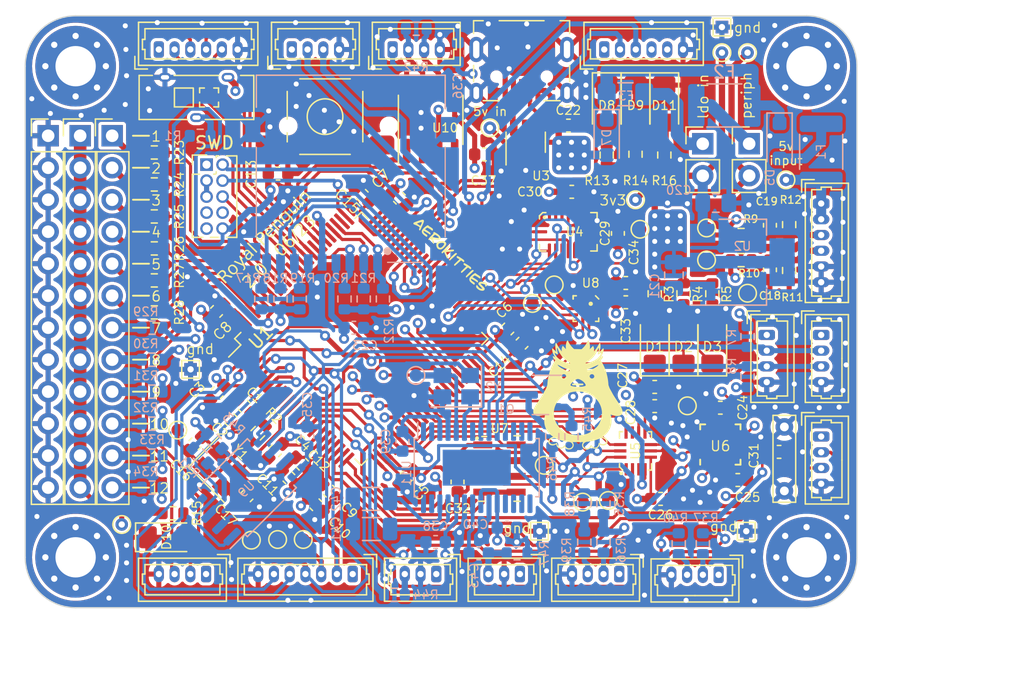
<source format=kicad_pcb>
(kicad_pcb (version 20221018) (generator pcbnew)
  (title_block (title "Royal Penguin") (rev "2.0"))
  (layers (0 "F.Cu" signal) (1 "In1.Cu" signal) (2 "In2.Cu" signal) (31 "B.Cu" signal) (34 "B.Paste" user) (35 "F.Paste" user) (36 "B.SilkS" user "B.Silkscreen") (37 "F.SilkS" user "F.Silkscreen") (38 "B.Mask" user) (39 "F.Mask" user) (44 "Edge.Cuts" user))
  (net 0 "")
  (net 1 "VDD_3V3")
  (net 2 "GND")
  (net 3 "NRST")
  (net 4 "VCAP_1")
  (net 5 "VCAP_2")
  (net 6 "Net-(C16-Pad1)")
  (net 7 "HSE_OUT")
  (net 8 "Net-(J1-Pin_4)")
  (net 9 "Net-(J1-Pin_3)")
  (net 10 "VDD_5V_VBUS")
  (net 11 "VDD_5V_PERIPH")
  (net 12 "VIDEO_IN")
  (net 13 "LED_MCU_0")
  (net 14 "LED_MCU_1")
  (net 15 "LED_MCU_2")
  (net 16 "VDD_5V_SERVO")
  (net 17 "VDD_5V_BRICK")
  (net 18 "/Connections/usb_conn_d-")
  (net 19 "/Connections/usb_conn_d+")
  (net 21 "SDIO_DAT2")
  (net 22 "SDIO_DAT3")
  (net 23 "SDIO_CMD")
  (net 24 "SDIO_CLK")
  (net 25 "SDIO_DAT0")
  (net 26 "SDIO_DAT1")
  (net 27 "SD_CD")
  (net 28 "VIDEO_OUT")
  (net 29 "Net-(J6-Pin_1)")
  (net 30 "Net-(J6-Pin_2)")
  (net 31 "Net-(J6-Pin_3)")
  (net 32 "Net-(J6-Pin_4)")
  (net 33 "Net-(J6-Pin_5)")
  (net 34 "Net-(J6-Pin_6)")
  (net 35 "Net-(J6-Pin_7)")
  (net 36 "Net-(J6-Pin_8)")
  (net 37 "Net-(J6-Pin_9)")
  (net 38 "Net-(J6-Pin_10)")
  (net 39 "Net-(J6-Pin_11)")
  (net 40 "Net-(J6-Pin_12)")
  (net 41 "I2C2_SCL")
  (net 42 "I2C2_SDA")
  (net 43 "USART2_TX")
  (net 44 "USART2_RX")
  (net 45 "USART2_CTS")
  (net 46 "USART2_RTS")
  (net 47 "USART6_TX")
  (net 48 "USART6_RX")
  (net 51 "UART4_TX")
  (net 52 "UART4_RX")
  (net 53 "USART1_TX")
  (net 54 "USART1_RX")
  (net 55 "UART8_TX")
  (net 56 "UART8_RX")
  (net 57 "SYS_SWDIO")
  (net 58 "SYS_SWCLK")
  (net 59 "SYS_SWO")
  (net 60 "SPI4_SCK")
  (net 61 "SPI4_MISO")
  (net 62 "SPI4_MOSI")
  (net 63 "CS_EXT0")
  (net 64 "CS_EXT1")
  (net 65 "Net-(J18-Pin_2)")
  (net 66 "Net-(J18-Pin_3)")
  (net 67 "Net-(J19-Pin_2)")
  (net 68 "Net-(J19-Pin_3)")
  (net 69 "CAN_HIGH")
  (net 70 "CAN_LOW")
  (net 71 "BOOT0")
  (net 72 "HSE_IN")
  (net 73 "BATT_CURRENT_SENS")
  (net 74 "BATT_VOLT_SENS")
  (net 75 "TIM1_CH1")
  (net 76 "TIM1_CH2")
  (net 77 "TIM1_CH3")
  (net 78 "TIM1_CH4")
  (net 79 "TIM3_CH1")
  (net 80 "TIM3_CH2")
  (net 81 "TIM3_CH3")
  (net 82 "TIM3_CH4")
  (net 83 "TIM4_CH1")
  (net 84 "TIM4_CH2")
  (net 85 "TIM4_CH3")
  (net 86 "TIM4_CH4")
  (net 87 "ADC2_IN13")
  (net 88 "ADC2_IN11")
  (net 89 "ADC2_IN12")
  (net 90 "ADC2_IN10")
  (net 91 "SPI1_SCK")
  (net 92 "SPI1_MISO")
  (net 93 "SPI1_MOSI")
  (net 94 "SPI2_SCK")
  (net 95 "SPI2_MISO")
  (net 96 "SPI2_MOSI")
  (net 97 "CS_OSD")
  (net 98 "CS_FLASH")
  (net 100 "CS_MS5611")
  (net 101 "MPU9250_INT")
  (net 102 "CS_MPU9250")
  (net 103 "CS_ICM42688P")
  (net 104 "ICM42688P_INT1")
  (net 105 "ICM42688P_INT2")
  (net 106 "CS_BMP388")
  (net 107 "INT_BMP388")
  (net 108 "CS_BMI088_A")
  (net 109 "CS_BMI088_G")
  (net 110 "BMI088_INT1")
  (net 111 "BMI088_INT2")
  (net 112 "BMI088_INT3")
  (net 113 "BMI088_INT4")
  (net 114 "USB_D-")
  (net 115 "USB_D+")
  (net 117 "CAN1_RX")
  (net 118 "CAN1_TX")
  (net 120 "VDD_5V_LDO")
  (net 121 "Net-(U6-REGOUT)")
  (net 122 "Net-(U11-SAG)")
  (net 123 "Net-(C41-Pad2)")
  (net 124 "Net-(U11-VOUT)")
  (net 125 "Net-(U11-VIN)")
  (net 126 "Net-(D1-A)")
  (net 127 "Net-(D2-A)")
  (net 128 "Net-(D3-A)")
  (net 129 "Net-(D5-K)")
  (net 130 "Net-(D5-A)")
  (net 131 "Net-(D8-A)")
  (net 132 "Net-(D9-A)")
  (net 133 "Net-(D10-A)")
  (net 134 "Net-(D11-A)")
  (net 135 "Net-(JP1-A)")
  (net 136 "Net-(JP2-A)")
  (net 139 "/OSD/MAX7456_MISO_5V")
  (net 140 "Net-(SW2-B)")
  (net 141 "Net-(U9-IO2)")
  (net 142 "Net-(U9-IO3)")
  (net 143 "Net-(U11-CLKIN)")
  (net 151 "Net-(U11-XFB)")
  (footprint "user_lib:U-F-M5DD-W-2-SUS" (layer "F.Cu") (at 113.39 58.674)
    (fp_text reference "J3" hide)
    (fp_text value "USB_B_Micro" hide)
  )
  (footprint "Connector_Molex:Molex_PicoBlade_53047-0410_1x04_P1.25mm_Vertical" (layer "F.Cu") (at 88.352 100.33 180)
    (fp_text reference "J15" hide)
    (fp_text value "Conn_01x04_UART" hide)
  )
  (footprint "Resistor_SMD:R_0603_1608Metric" (layer "F.Cu") (at 120.142 67.056 90)
    (fp_text reference "R13")
    (fp_text value "220")
  )
  (footprint "Connector_Molex:Molex_PicoBlade_53047-0410_1x04_P1.25mm_Vertical" (layer "F.Cu") (at 103.154 58.674)
    (fp_text reference "J20" hide)
    (fp_text value "Conn_01x04_CAN" hide)
  )
  (footprint "Resistor_SMD:R_0603_1608Metric" (layer "F.Cu") (at 130.81 75.398 180)
    (fp_text reference "R10")
    (fp_text value "10k")
  )
  (footprint "TestPoint:TestPoint_Pad_D1.0mm" (layer "F.Cu") (at 131.318 78.0288 180)
    (fp_text reference "TP11" hide)
    (fp_text value "TestPointSignal" hide)
  )
  (footprint "Capacitor_SMD:C_0603_1608Metric" (layer "F.Cu") (at 123.952 85.471)
    (fp_text reference "C27")
    (fp_text value "100n")
  )
  (footprint "Connector_PinHeader_1.27mm:PinHeader_2x05_P1.27mm_Vertical" (layer "F.Cu") (at 88.392 67.818)
    (fp_text reference "J16" hide)
    (fp_text value "Conn_02x05_SWD" hide)
  )
  (footprint "Capacitor_SMD:C_0603_1608Metric" (layer "F.Cu") (at 124.4155 94.361)
    (fp_text reference "C26")
    (fp_text value "10n")
  )
  (footprint "Connector_Molex:Molex_PicoBlade_53047-0410_1x04_P1.25mm_Vertical" (layer "F.Cu") (at 129.022 100.388 180)
    (fp_text reference "J19" hide)
    (fp_text value "Conn_01x04_ADC" hide)
  )
  (footprint "Capacitor_SMD:C_0603_1608Metric" (layer "F.Cu") (at 117.107 64.72)
    (fp_text reference "C22")
    (fp_text value "100n")
  )
  (footprint "Capacitor_SMD:C_0603_1608Metric" (layer "F.Cu") (at 87.471411 89.989887 45)
    (fp_text reference "C16")
    (fp_text value "8p")
  )
  (footprint "Capacitor_SMD:C_0603_1608Metric" (layer "F.Cu") (at 103.69527 70.48364 -45)
    (fp_text reference "C7")
    (fp_text value "100n")
  )
  (footprint "TestPoint:TestPoint_Pad_D1.0mm" (layer "F.Cu") (at 118.237 94.615)
    (fp_text reference "TP3" hide)
    (fp_text value "TestPointSignal" hide)
  )
  (footprint "Connector_Molex:Molex_PicoBlade_53047-0410_1x04_P1.25mm_Vertical" (layer "F.Cu") (at 132.842 81.34 -90)
    (fp_text reference "J12" hide)
    (fp_text value "Conn_01x04_I2C" hide)
  )
  (footprint "LED_SMD:LED_1206_3216Metric_Pad1.42x1.75mm_HandSolder" (layer "F.Cu") (at 128.524 82.1325 90)
    (fp_text reference "D3")
    (fp_text value "LED_MCU")
  )
  (footprint "TestPoint:TestPoint_Pad_D1.0mm" (layer "F.Cu") (at 91.948 97.6376 -90)
    (fp_text reference "TP10" hide)
    (fp_text value "TestPointSignal" hide)
  )
  (footprint "Connector_Molex:Molex_PicoBlade_53047-0410_1x04_P1.25mm_Vertical" (layer "F.Cu") (at 95.153 58.674)
    (fp_text reference "J14" hide)
    (fp_text value "Conn_01x04_UART" hide)
  )
  (footprint "Connector_Molex:Molex_PicoBlade_53047-0310_1x03_P1.25mm_Vertical" (layer "F.Cu") (at 113.254 100.33 180)
    (fp_text reference "J5" hide)
    (fp_text value "Conn_01x03_Video" hide)
  )
  (footprint "Capacitor_SMD:C_0603_1608Metric" (layer "F.Cu") (at 94.92361 92.690328 135)
    (fp_text reference "C11")
    (fp_text value "100n")
  )
  (footprint "Capacitor_SMD:C_0603_1608Metric" (layer "F.Cu") (at 123.952 86.995)
    (fp_text reference "C28")
    (fp_text value "2u2")
  )
  (footprint "Resistor_SMD:R_0603_1608Metric" (layer "F.Cu") (at 84.244 66.852 180)
    (fp_text reference "R23")
    (fp_text value "22")
  )
  (footprint "Connector_Molex:Molex_PicoBlade_53047-0410_1x04_P1.25mm_Vertical" (layer "F.Cu") (at 121.138 100.33 180)
    (fp_text reference "J18" hide)
    (fp_text value "Conn_01x04_ADC" hide)
  )
  (footprint "Connector_Molex:Molex_PicoBlade_53047-0410_1x04_P1.25mm_Vertical" (layer "F.Cu") (at 137.16 81.34 -90)
    (fp_text reference "J9" hide)
    (fp_text value "Conn_01x04_I2C" hide)
  )
  (footprint "TestPoint:TestPoint_Pad_D1.0mm" (layer "F.Cu") (at 86.106 88.9 45)
    (fp_text reference "TP4" hide)
    (fp_text value "TestPointCrystal" hide)
  )
  (footprint "Connector_PinHeader_2.54mm:PinHeader_1x12_P2.54mm_Vertical" (layer "F.Cu") (at 80.9 65.525)
    (fp_text reference "J6" hide)
    (fp_text value "Conn_01x12_servo" hide)
  )
  (footprint "TestPoint:TestPoint_THTPad_1.0x1.0mm_Drill0.5mm" (layer "F.Cu") (at 87.122 84.074)
    (fp_text reference "TP20" hide)
    (fp_text value "TestPointGND" hide)
  )
  (footprint "LED_SMD:LED_1206_3216Metric_Pad1.42x1.75mm_HandSolder" (layer "F.Cu") (at 123.952 82.1325 90)
    (fp_text reference "D1")
    (fp_text value "LED_MCU")
  )
  (footprint "TestPoint:TestPoint_THTPad_D1.0mm_Drill0.5mm" (layer "F.Cu") (at 134.366 69.027)
    (fp_text reference "TP15" hide)
    (fp_text value "TestPointPower")
  )
  (footprint "user_lib:MSS-12D16" (layer "F.Cu") (at 87.59 62.484 -90)
    (fp_text reference "SW2" hide)
    (fp_text value "SW_BOOT0" hide)
  )
  (footprint "Capacitor_SMD:C_0603_1608Metric" (layer "F.Cu") (at 121.6565 77.216 180)
    (fp_text reference "C34")
    (fp_text value "100n")
  )
  (footprint "Logos:name_8_1.4" (layer "F.Cu") (at 107.823 74.93 -45)
    (fp_text reference "G***" hide)
    (fp_text value "LOGO" hide)
  )
  (footprint "Capacitor_SMD:C_0603_1608Metric" (layer "F.Cu") (at 117.369 69.977)
    (fp_text reference "C30")
    (fp_text value "100n")
  )
  (footprint "TestPoint:TestPoint_Pad_D1.0mm" (layer "F.Cu") (at 115.9764 77.3684)
    (fp_text reference "TP7" hide)
    (fp_text value "TestPointSignal" hide)
  )
  (footprint "MountingHole:MountingHole_3.2mm_M3_Pad_Via" (layer "F.Cu") (at 136 99)
    (fp_text reference "H4" hide)
    (fp_text value "MH_M3_Corner" hide)
  )
  (footprint "Connector_Molex:Molex_PicoBlade_53047-0710_1x07_P1.25mm_Vertical" (layer "F.Cu") (at 99.986 100.33 180)
    (fp_text reference "J17" hide)
    (fp_text value "Conn_01x07_SPI" hide)
  )
  (footprint "MountingHole:MountingHole_3.2mm_M3_Pad_Via" (layer "F.Cu") (at 78 99)
    (fp_text reference "H3" hide)
    (fp_text value "MH_M3_Corner" hide)
  )
  (footprint "user_lib:tactile switch 6x6mm smd" (layer "F.Cu") (at 97.79 64.0064 180)
    (fp_text reference "SW1" hide)
    (fp_text value "SW_RESET" hide)
  )
  (footprint "Capacitor_SMD:C_0603_1608Metric" (layer "F.Cu") (at 89.186852 79.473795 45)
    (fp_text reference "C8")
    (fp_text value "100n")
  )
  (footprint "Sensor_Motion:InvenSense_QFN-24_3x3mm_P0.4mm" (layer "F.Cu") (at 129.159 90.043 90)
    (fp_text reference "U6")
    (fp_text value "MPU-9250")
  )
  (footprint "LED_SMD:LED_1206_3216Metric_Pad1.42x1.75mm_HandSolder" (layer "F.Cu") (at 85.217 97.409)
    (fp_text reference "D10")
    (fp_text value "LED_POWER")
  )
  (footprint "Resistor_SMD:R_0603_1608Metric" (layer "F.Cu") (at 134.62 76.223 -90)
    (fp_text reference "R11")
    (fp_text value "1M")
  )
  (footprint "Resistor_SMD:R_0603_1608Metric" (layer "F.Cu") (at 92.457222 89.14631 45)
    (fp_text reference "R2")
    (fp_text value "0")
  )
  (footprint "Package_QFP:LQFP-100_14x14mm_P0.5mm" (layer "F.Cu") (at 100.672388 81.638249 45)
    (fp_text reference "U1")
    (fp_text value "STM32F427VGTx")
  )
  (footprint "Capacitor_SMD:C_0603_1608Metric" (layer "F.Cu") (at 98.137694 93.749151 -45)
    (fp_text reference "C9")
    (fp_text value "100n")
  )
  (footprint "Capacitor_SMD:C_0603_1608Metric" (layer "F.Cu") (at 110.4392 67.0052)
    (fp_text reference "C37")
    (fp_text value "100n")
  )
  (footprint "Resistor_SMD:R_0603_1608Metric" (layer "F.Cu") (at 84.244 69.392 180)
    (fp_text reference "R24")
    (fp_text value "22")
  )
  (footprint "Connector_Molex:Molex_PicoBlade_53047-0310_1x03_P1.25mm_Vertical" (layer "F.Cu") (at 106.62 100.33 180)
    (fp_text reference "J2" hide)
    (fp_text value "Conn_01x03_Video" hide)
  )
  (footprint "TestPoint:TestPoint_Pad_D1.0mm" (layer "F.Cu") (at 115.189 91.694)
    (fp_text reference "TP1" hide)
    (fp_text value "TestPointSignal" hide)
  )
  (footprint "Connector_Molex:Molex_PicoBlade_53047-0610_1x06_P1.25mm_Vertical" (layer "F.Cu") (at 119.948 58.674)
    (fp_text reference "J11" hide)
    (fp_text value "Conn_01x06_UART" hide)
  )
  (footprint "Resistor_SMD:R_0603_1608Metric" (layer "F.Cu") (at 85.725 95.504)
    (fp_text reference "R15")
    (fp_text value "220")
  )
  (footprint "Resistor_SMD:R_0603_1608Metric" (layer "F.Cu") (at 124.714 67.056 90)
    (fp_text reference "R16")
    (fp_text value "220")
  )
  (footprint "Capacitor_SMD:C_0603_1608Metric" (layer "F.Cu") (at 104.235499 92.625981 -135)
    (fp_text reference "C5")
    (fp_text value "100n")
  )
  (footprint "Resistor_SMD:R_0603_1608Metric" (layer "F.Cu") (at 123.952 78.0685 90)
    (fp_text reference "R3")
    (fp_text value "220")
  )
  (footprint "Capacitor_SMD:C_0603_1608Metric" (layer "F.Cu") (at 121.6565 78.748 180)
    (fp_text reference "C33")
    (fp_text value "100n")
  )
  (footprint "Resistor_SMD:R_0603_1608Metric" (layer "F.Cu") (at 122.428 66.993 90)
    (fp_text reference "R14")
    (fp_text value "220")
  )
  (footprint "Capacitor_SMD:C_0603_1608Metric" (layer "F.Cu") (at 100.744513 70.253831 135)
    (fp_text reference "C15")
    (fp_text value "2u2")
  )
  (footprint "LED_SMD:LED_1206_3216Metric_Pad1.42x1.75mm_HandSolder" (layer "F.Cu") (at 120.142 62.992 -90)
    (fp_text reference "D8")
    (fp_text value "LED_POWER")
  )
  (footprint "Capacitor_SMD:C_0603_1608Metric" (layer "F.Cu") (at 96.00124 91.612697 135)
    (fp_text reference "C12")
    (fp_text value "1u")
  )
  (footprint "user_lib:LGA-16_3x4.5x0.95mm" (layer "F.Cu") (at 117.094 73.152 -90)
    (fp_text reference "U4")
    (fp_text value "BMI088")
  )
  (footprint "Capacitor_SMD:C_0603_1608Metric" (layer "F.Cu") (at 94.065 68.5292)
    (fp_text reference "C13")
    (fp_text value "100n")
  )
  (footprint "Capacitor_SMD:C_0603_1608Metric" (layer "F.Cu") (at 89.237057 85.926146 -135)
    (fp_text reference "C3")
    (fp_text value "100n")
  )
  (footprint "TestPoint:TestPoint_THTPad_D1.0mm_Drill0.5mm" (layer "F.Cu") (at 131.318 58.928)
    (fp_text reference "TP16" hide)
    (fp_text value "TestPointPower")
  )
  (footprint "Resistor_SMD:R_0603_1608Metric" (layer "F.Cu") (at 128.524 78.0685 90)
    (fp_text reference "R5")
    (fp_text value "220")
  )
  (footprint "LED_SMD:LED_1206_3216Metric_Pad1.42x1.75mm_HandSolder" (layer "F.Cu") (at 122.428 62.992 -90)
    (fp_text reference "D9")
    (fp_text value "LED_POWER")
  )
  (footprint "TestPoint:TestPoint_THTPad_1.0x1.0mm_Drill0.5mm" (layer "F.Cu") (at 129.286 56.896)
    (fp_text reference "TP22" hide)
    (fp_text value "TestPointGND" hide)
  )
  (footprint "Capacitor_SMD:C_0603_1608Metric" (layer "F.Cu") (at 133.096 76.173 -90)
    (fp_text reference "C18")
    (fp_text value "100n")
  )
  (footprint "Connector_Molex:Molex_PicoBlade_53047-0610_1x06_P1.25mm_Vertical" (layer "F.Cu") (at 137.16 70.906 -90)
    (fp_text reference "J1" hide)
    (fp_text value "Conn_Power_brick_01x06" hide)
  )
  (footprint "LED_SMD:LED_1206_3216Metric_Pad1.42x1.75mm_HandSolder" (layer "F.Cu") (at 126.238 82.1325 90)
    (fp_text reference "D2")
    (fp_text value "LED_MCU")
  )
  (footprint "Capacitor_SMD:C_0603_1608Metric" (layer "F.Cu") (at 108.3056 93.0148 90)
    (fp_text reference "C32")
    (fp_text value "100n")
  )
  (footprint "TestPoint:TestPoint_THTPad_D1.0mm_Drill0.5mm" (layer "F.Cu") (at 122.428 70.612)
    (fp_text reference "TP19" hide)
    (fp_text value "TestPointPower" hide)
  )
  (footprint "user_lib:LGA-10_2x2x0.75mm" (layer "F.Cu") (at 118.4945 79.248)
    (fp_text reference "U8")
    (fp_text value "BMP388")
  )
  (footprint "Connector_PinHeader_2.54mm:PinHeader_1x02_P2.54mm_Vertical" (layer "F.Cu") (at 127.762 66.162)
    (fp_text reference "JP2" hide)
    (fp_text value "Jumper_power" hide)
  )
  (footprint "Resistor_SMD:R_0603_1608Metric" (layer "F.Cu") (at 84.244 77.012 180)
    (fp_text reference "R27")
    (fp_text value "22")
  )
  (footprint "Capacitor_SMD:C_0603_1608Metric" (layer "F.Cu") (at 129.159 87.122 180)
    (fp_text reference "C24")
    (fp_text value "100n")
  )
  (footprint "Resistor_SMD:R_0603_1608Metric" (layer "F.Cu") (at 134.62 72.581 90)
    (fp_text reference "R12")
    (fp_text value "1M")
  )
  (footprint "Capacitor_SMD:C_0603_1608Metric" (layer "F.Cu") (at 90.314688 88.081406 135)
    (fp_text reference "C2")
    (fp_text value "100n")
  )
  (footprint "Capacitor_SMD:C_0603_1608Metric" (layer "F.Cu") (at 91.392318 87.003775 135)
    (fp_text reference "C1")
    (fp_text value "4u7")
  )
  (footprint "Capacitor_SMD:C_0603_1608Metric" (layer "F.Cu") (at 121.031 73.279 90)
    (fp_text reference "C29")
    (fp_text value "100n")
  )
  (footprint "Connector_PinHeader_2.54mm:PinHeader_1x02_P2.54mm_Vertical" (layer "F.Cu") (at 131.445 66.157)
    (fp_text reference "JP1" hide)
    (fp_text value "Jumper_power" hide)
  )
  (footprint "TestPoint:TestPoint_Bridge_Pitch5.08mm_Drill0.7mm" (layer "F.Cu") (at 134.239 93.726 90)
    (fp_text reference "TP24" hide)
    (fp_text value "BridgeGND" hide)
  )
  (footprint "TestPoint:TestPoint_Pad_D1.0mm" (layer "F.Cu") (at 114.2492 78.8416)
    (fp_text reference "TP6" hide)
    (fp_text value "TestPointSignal" hide)
  )
  (footprint "TestPoint:TestPoint_Pad_D1.0mm" (layer "F.Cu") (at 128.0668 75.398 180)
    (fp_text reference "TP13" hide)
    (fp_text value "TestPointSignal" hide)
  )
  (footprint "Capacitor_SMD:C_0603_1608Metric" (layer "F.Cu") (at 93.853899 90.542986 -135)
    (fp_text reference "C4")
    (fp_text value "100n")
  )
  (footprint "TestPoint:TestPoint_THTPad_D1.0mm_Drill0.5mm" (layer "F.Cu") (at 110.871 64.897)
    (fp_text reference "TP18" hide)
    (fp_text value "TestPointPower")
  )
  (footprint "Resistor_SMD:R_0603_1608Metric" (layer "F.Cu") (at 130.81 73.406 180)
    (fp_text reference "R9")
    (fp_text value "10k")
  )
  (footprint "Logos:penguin_full_10" (layer "F.Cu") (at 117.597934 86.587069)
    (fp_text reference "G***" hide)
    (fp_text value "LOGO" hide)
  )
  (footprint "TestPoint:TestPoint_THTPad_1.0x1.0mm_Drill0.5mm" (layer "F.Cu") (at 131.2164 96.9264)
    (fp_text reference "TP21" hide)
    (fp_text value "TestPointGND" hide)
  )
  (footprint "TestPoint:TestPoint_Pad_D1.0mm" (layer "F.Cu") (at 120.269 94.488)
    (fp_text reference "TP2" hide)
    (fp_text value "TestPointSignal" hide)
  )
  (footprint "MountingHole:MountingHole_3.2mm_M3_Pad_Via" (layer "F.Cu") (at 136 60)
    (fp_text reference "H2" hide)
    (fp_text value "MH_M3_Corner" hide)
  )
  (footprint "Connector_PinHeader_2.54mm:PinHeader_1x12_P2.54mm_Vertical" (layer "F.Cu") (at 75.82 65.525)
    (fp_text reference "J7" hide)
    (fp_text value "Conn_01x12_servo" hide)
  )
  (footprint "Resistor_SMD:R_0603_1608Metric" (layer "F.Cu") (at 84.244 71.932 180)
    (fp_text reference "R25")
    (fp_text value "22")
  )
  (footprint "Connector_Molex:Molex_PicoBlade_53047-0410_1x04_P1.25mm_Vertical" (layer "F.Cu") (at 137.16 89.408 -90)
    (fp_text reference "J13" hide)
    (fp_text value "Conn_01x04_UART" hide)
  )
  (footprint "Capacitor_SMD:C_0603_1608Metric" (layer "F.Cu") (at 97.060063 94.826781 -45)
    (fp_text reference "C10")
    (fp_text value "1u")
  )
  (footprint "LED_SMD:LED_1206_3216Metric_Pad1.42x1.75mm_HandSolder" (layer "F.Cu") (at 124.714 62.992 -90)
    (fp_text reference "D11")
    (fp_text value "LED_POWER")
  )
  (footprint "Capacitor_SMD:C_0603_1608Metric" (layer "F.Cu") (at 91.602329 94.120805 -135)
    (fp_text reference "C17")
    (fp_text value "8p")
  )
  (footprint "user_lib:LGA-8_3x5mm_P1.25mm_handsolder" (layer "F.Cu") (at 111.633 91.948)
    (fp_text reference "U7")
    (fp_text value "MS5611-01BA")
  )
  (footprint "Resistor_SMD:R_0603_1608Metric" (layer "F.Cu") (at 126.238 78.0685 90)
    (fp_text reference "R4")
    (fp_text value "220")
  )
  (footprint "TestPoint:TestPoint_Pad_D1.0mm" (layer "F.Cu") (at 96.0628 97.5868 -90)
    (fp_text reference "TP8" hide)
    (fp_text value "TestPointSignal" hide)
  )
  (footprint "TestPoint:TestPoint_Pad_D1.0mm" (layer "F.Cu") (at 94.0308 97.5868 -90)
    (fp_text reference "TP9" hide)
    (fp_text value "TestPointSignal" hide)
  )
  (footprint "TestPoint:TestPoint_Pad_D1.0mm" (layer "F.Cu") (at 128.0668 72.8472 180)
    (fp_text reference "TP14" hide)
    (fp_text value "TestPointSignal" hide)
  )
  (footprint "TestPoint:TestPoint_Pad_D1.0mm" (layer "F.Cu") (at 122.7836 72.9488)
    (fp_text reference "TP5" hide)
    (fp_text value "TestPointSignal" hide)
  )
  (footprint "TestPoint:TestPoint_THTPad_D1.0mm_Drill0.5mm" (layer "F.Cu") (at 81.661 96.393)
    (fp_text reference "TP26" hide)
    (fp_text value "TestPointPower" hide)
  )
  (footprint "MountingHole:MountingHole_3.2mm_M3_Pad_Via" (layer "F.Cu") (at 78 60)
    (fp_text reference "H1" hide)
    (fp_text value "MH_M3_Corner" hide)
  )
  (footprint "user_lib:LGA-14_2.5x3x0.91mm" (layer "F.Cu") (at 122.428 90.551 90)
    (fp_text reference "U5")
    (fp_text value "ICM-42688-P")
  )
  (footprint "Resistor_SMD:R_0603_1608Metric" (layer "F.Cu") (at 84.244 79.552 180)
    (fp_text reference "R28")
    (fp_text value "22")
  )
  (footprint "Crystal:Crystal_SMD_3225-4Pin_3.2x2.5mm" (layer "F.Cu") (at 89.542528 92.061004 -45)
    (fp_text reference "Y1")
    (fp_text value "16M")
  )
  (footprint "Capacitor_SMD:C_0603_1608Metric" (layer "F.Cu") (at 112.29581 80.868918 45)
    (fp_text reference "C6")
    (fp_text value "100n")
  )
  (footprint "Capacitor_SMD:C_0603_1608Metric" (layer "F.Cu") (at 130.543 92.8624 180)
    (fp_text reference "C25")
    (fp_text value "100n")
  )
  (footprint "Connector_Molex:Molex_PicoBlade_53047-0610_1x06_P1.25mm_Vertical" (layer "F.Cu") (at 84.602 58.674)
    (fp_text reference "J10" hide)
    (fp_text value "Conn_01x06_UART" hide)
  )
  (footprint "Capacitor_SMD:C_0603_1608Metric" (layer "F.Cu") (at 113.425766 81.998874 45)
    (fp_text reference "C14")
    (fp_text value "2u2")
  )
  (footprint "Package_SO:SOIC-8_3.9x4.9mm_P1.27mm" (layer "F.Cu") (at 106.172 64.262 90)
    (fp_text reference "U10")
    (fp_text value "TJA1051T-3")
  )
  (footprint "TestPoint:TestPoint_THTPad_1.0x1.0mm_Drill0.5mm" (layer "F.Cu") (at 114.808 96.9264)
    (fp_text reference "TP23" hide)
    (fp_text value "TestPointGND" hide)
  )
  (footprint "Package_TO_SOT_SMD:SOT-23-6" (layer "F.Cu") (at 113.715 66.04 90)
    (fp_text reference "U3")
    (fp_text value "USBLC6-2SC6")
  )
  (footprint "Resistor_SMD:R_0603_1608Metric" (layer "F.Cu") (at 84.244 74.472 180)
    (fp_text reference "R26")
    (fp_text value "22")
  )
  (footprint "Capacitor_SMD:C_0603_1608Metric" (layer "F.Cu") (at 133.096 72.631 90)
    (fp_text reference "C19")
    (fp_text value "100n")
  )
  (footprint "TestPoint:TestPoint_Pad_D1.0mm" (layer "F.Cu") (at 126.5428 86.9696 180)
    (fp_text reference "TP12" hide)
    (fp_text value "TestPointSignal" hide)
  )
  (footprint "Connector_PinHeader_2.54mm:PinHeader_1x12_P2.54mm_Vertical" (layer "F.Cu") (at 78.36 65.525)
    (fp_text reference "J8" hide)
    (fp_text value "Conn_01x12_servo" hide)
  )
  (footprint "Capacitor_SMD:C_0603_1608Metric" (layer "F.Cu") (at 133.8202 90.6272)
    (fp_text reference "C31")
    (fp_text value "100n")
  )
  (footprint "TestPoint:TestPoint_THTPad_D1.0mm_Drill0.5mm" (layer "F.Cu") (at 129.286 58.928)
    (fp_text reference "TP17" hide)
    (fp_text value "TestPointPower")
  )
  (footprint "Resistor_SMD:R_0603_1608Metric" (layer "B.Cu") (at 131.318 81.471 90)
    (fp_text reference "R7")
    (fp_text value "4k7")
  )
  (footprint "Resistor_SMD:R_0603_1608Metric" (layer "B.Cu") (at 87.884 90.932 135)
    (fp_text reference "R41")
    (fp_text value "10k")
  )
  (footprint "Resistor_SMD:R_0603_1608Metric" (layer "B.Cu") (at 103.295 101.981)
    (fp_text reference "R44")
    (fp_text value "75")
  )
  (footprint "Resistor_SMD:R_0603_1608Metric" (layer "B.Cu") (at 92.736 78.486 90)
    (fp_text reference "R17")
    (fp_text value "100k")
  )
  (footprint "TestPoint:TestPoint_Pad_D1.0mm" (layer "B.Cu") (at 105.0036 84.559 180)
    (fp_text reference "TP25" hide)
    (fp_text value "TestPointCrystal" hide)
  )
  (footprint "Resistor_SMD:R_0603_1608Metric" (layer "B.Cu") (at 84.074 80.765 180)
    (fp_text reference "R29")
    (fp_text value "22")
  )
  (footprint "Resistor_SMD:R_0603_1608Metric" (layer "B.Cu") (at 119.888 97.79 -90)
    (fp_text reference "R36")
    (fp_text value "10k")
  )
  (footprint "Resistor_SMD:R_0603_1608Metric" (layer "B.Cu") (at 87.884 65.532)
    (fp_text reference "R1")
    (fp_text value "10k")
  )
  (footprint "Resistor_SMD:R_0603_1608Metric" (layer "B.Cu") (at 127.772 97.917 -90)
    (fp_text reference "R37")
    (fp_text value "10k")
  )
  (footprint "Resistor_SMD:R_0603_1608Metric" (layer "B.Cu") (at 119.888 94.742 -90)
    (fp_text reference "R35")
    (fp_text value "10k")
  )
  (footprint "Resistor_SMD:R_0603_1608Metric" (layer "B.Cu") (at 113.03 98.679 180)
    (fp_text reference "R47")
    (fp_text value "75")
  )
  (footprint "Resistor_SMD:R_0603_1608Metric" (layer "B.Cu") (at 117.348 89.408 90)
    (fp_text reference "R45")
    (fp_text value "10k")
  )
  (footprint "Resistor_SMD:R_0603_1608Metric" (layer "B.Cu") (at 84.074 83.305 180)
    (fp_text reference "R30")
    (fp_text value "22")
  )
  (footprint "Resistor_SMD:R_0603_1608Metric" (layer "B.Cu") (at 125.857 97.917 -90)
    (fp_text reference "R40")
    (fp_text value "10k")
  )
  (footprint "Fuse:Fuse_1812_4532Metric_Pad1.30x3.40mm_HandSolder" (layer "B.Cu") (at 129.474 63.119 180)
    (fp_text reference "F2")
    (fp_text value "MF-MSMF260-2")
  )
  (footprint "Resistor_SMD:R_0603_1608Metric" (layer "B.Cu") (at 99.336 78.486 90)
    (fp_text reference "R20")
    (fp_text value "100k")
  )
  (footprint "Resistor_SMD:R_0603_1608Metric" (layer "B.Cu") (at 118.364 94.742 -90)
    (fp_text reference "R38")
    (fp_text value "10k")
  )
  (footprint "Resistor_SMD:R_0603_1608Metric" (layer "B.Cu") (at 102.384 78.486 90)
    (fp_text reference "R22")
    (fp_text value "100k")
  )
  (footprint "Package_SO:SOIC-8_5.275x5.275mm_P1.27mm" (layer "B.Cu") (at 91.629428 93.469397 45)
    (fp_text reference "U9")
    (fp_text value "W25Q32FVSSIG")
  )
  (footprint "sd:TF01A" (layer "B.Cu") (at 107.58 65.0365 -90)
    (fp_text reference "J4" hide)
    (fp_text value "Micro_SD_Card_Con" hide)
  )
  (footprint "Capacitor_SMD:C_0603_1608Metric" (layer "B.Cu") (at 108.331 58.9026 90)
    (fp_text reference "C36")
    (fp_text value "100n")
  )
  (footprint "Resistor_SMD:R_0603_1608Metric" (layer "B.Cu") (at 84.074 85.845 180)
    (fp_text reference "R31")
    (fp_text value "22")
  )
  (footprint "Resistor_SMD:R_0603_1608Metric" (layer "B.Cu") (at 89.027 89.789 135)
    (fp_text reference "R43")
    (fp_text value "10k")
  )
  (footprint "Capacitor_SMD:C_0805_2012Metric_Pad1.18x1.45mm_HandSolder" (layer "B.Cu") (at 125.476 76.6025 -90)
    (fp_text reference "C21")
    (fp_text value "4u7")
  )
  (footprint "Diode_SMD:D_SOD-123F" (layer "B.Cu") (at 133.858 65.927 -90)
    (fp_text reference "D5")
    (fp_text value "PMEG2020EH")
  )
  (footprint "Resistor_SMD:R_0603_1608Metric" (layer "B.Cu") (at 84.074 88.385 180)
    (fp_text reference "R32")
    (fp_text value "22")
  )
  (footprint "Resistor_SMD:R_0603_1608Metric" (layer "B.Cu") (at 84.074 90.925 180)
    (fp_text reference "R33")
    (fp_text value "22")
  )
  (footprint "Capacitor_SMD:C_1206_3216Metric" (layer "B.Cu") (at 101.473 96.755 180)
    (fp_text reference "C41")
    (fp_text value "47u")
  )
  (footprint "Capacitor_SMD:C_0603_1608Metric" (layer "B.Cu") (at 96.393 89.408 -90)
    (fp_text reference "C35")
    (fp_text value "100n")
  )
  (footprint "Package_TO_SOT_SMD:SOT-23" (layer "B.Cu") (at 114.8865 86.106 180)
    (fp_text reference "Q1")
    (fp_text value "BSS138")
  )
  (footprint "Capacitor_SMD:C_1206_3216Metric" (layer "B.Cu") (at 101.473 94.361 180)
    (fp_text reference "C42")
    (fp_text value "47u")
  )
  (footprint "Resistor_SMD:R_0603_1608Metric" (layer "B.Cu") (at 105.029 57.023)
    (fp_text reference "R42")
    (fp_text value "120")
  )
  (footprint "Capacitor_SMD:C_0805_2012Metric_Pad1.18x1.45mm_HandSolder" (layer "B.Cu") (at 128.7995 70.866)
    (fp_text reference "C20")
    (fp_text value "1u")
  )
  (footprint "Capacitor_SMD:C_0603_1608Metric" (layer "B.Cu") (at 106.566 97.79 180)
    (fp_text reference "C38")
    (fp_text value "100n")
  )
  (footprint "Capacitor_SMD:C_0603_1608Metric" (layer "B.Cu") (at 112.229 96.647)
    (fp_text reference "C40")
    (fp_text value "100n")
  )
  (footprint "Resistor_SMD:R_0603_1608Metric" (layer "B.Cu") (at 115.824 89.408 90)
    (fp_text reference "R46")
    (fp_text value "10k")
  )
  (footprint "Resistor_SMD:R_0603_1608Metric" (layer "B.Cu") (at 100.86 78.486 90)
    (fp_text reference "R21")
    (fp_text value "100k")
  )
  (footprint "Resistor_SMD:R_0603_1608Metric" (layer "B.Cu") (at 95.784 78.486 90)
    (fp_text reference "R19")
    (fp_text value "100k")
  )
  (footprint "Diode_SMD:D_SOD-123F" (layer "B.Cu") (at 120.142 65.656 -90)
    (fp_text reference "D7")
    (fp_text value "PMEG2020EH")
  )
  (footprint "Resistor_SMD:R_0603_1608Metric" (layer "B.Cu") (at 84.074 93.465 180)
    (fp_text reference "R34")
    (fp_text value "22")
  )
  (footprint "Package_SO:HTSSOP-28-1EP_4.4x9.7mm_P0.65mm_EP2.85x5.4mm" (layer "B.Cu") (at 109.829 91.8795 -90)
    (fp_text reference "U11")
    (fp_text value "MAX7456")
  )
  (footprint "Resistor_SMD:R_0603_1608Metric" (layer "B.Cu") (at 94.26 78.486 90)
    (fp_text reference "R18")
    (fp_text value "100k")
  )
  (footprint "Resistor_SMD:R_0603_1608Metric" (layer "B.Cu") (at 118.364 97.79 -90)
    (fp_text reference "R39")
    (fp_text value "10k")
  )
  (footprint "Capacitor_SMD:C_0603_1608Metric" (layer "B.Cu") (at 109.982 98.679)
    (fp_text reference "C43")
    (fp_text value "100n")
  )
  (footprint "Capacitor_SMD:C_0603_1608Metric" (layer "B.Cu") (at 100.076 80.772 180)
    (fp_text reference "C23")
    (fp_text value "100n")
  )
  (footprint "Fuse:Fuse_1812_4532Metric_Pad1.30x3.40mm_HandSolder" (layer "B.Cu") (at 137.16 66.802 90)
    (fp_text reference "F1")
    (fp_text value "MF-MSMF260-2")
  )
  (footprint "Resistor_SMD:R_0603_1608Metric" (layer "B.Cu") (at 131.318 84.665 -90)
    (fp_text reference "R8")
    (fp_text value "4k7")
  )
  (footprint "Crystal:Crystal_SMD_3225-4Pin_3.2x2.5mm" (layer "B.Cu") (at 108.204 85.409 180)
    (fp_text reference "Y2")
    (fp_text value "27M")
  )
  (footprint "Fuse:Fuse_1206_3216Metric_Pad1.42x1.75mm_HandSolder" (layer "B.Cu") (at 121.6295 62.23)
    (fp_text reference "F3")
    (fp_text value "MF-NSMF050-2")
  )
  (footprint "Package_TO_SOT_SMD:SOT-223-3_TabPin2" (layer "B.Cu") (at 130.912 75.565)
    (fp_text reference "U2")
    (fp_text value "LDL1117S33R")
  )
  (footprint "Capacitor_SMD:C_0603_1608Metric" (layer "B.Cu") (at 103.9368 89.792 -90)
    (fp_text reference "C39")
    (fp_text value "100n")
  )
  (gr_line (start 83.82 88.385) (end 82.55 88.385) (stroke (width 0.15)) (layer "F.SilkS"))
  (gr_line (start 83.82 70.605) (end 82.55 70.605) (stroke (width 0.15)) (layer "F.SilkS"))
  (gr_line (start 83.82 75.685) (end 82.55 75.685) (stroke (width 0.15)) (layer "F.SilkS"))
  (gr_line (start 83.82 80.765) (end 82.55 80.765) (stroke (width 0.15)) (layer "F.SilkS"))
  (gr_line (start 83.82 90.925) (end 82.55 90.925) (stroke (width 0.15)) (layer "F.SilkS"))
  (gr_line (start 83.82 85.845) (end 82.55 85.845) (stroke (width 0.15)) (layer "F.SilkS"))
  (gr_line (start 83.82 68.065) (end 82.55 68.065) (stroke (width 0.15)) (layer "F.SilkS"))
  (gr_line (start 83.82 93.465) (end 82.55 93.465) (stroke (width 0.15)) (layer "F.SilkS"))
  (gr_line (start 83.82 65.525) (end 82.55 65.525) (stroke (width 0.15)) (layer "F.SilkS"))
  (gr_line (start 83.82 73.145) (end 82.55 73.145) (stroke (width 0.15)) (layer "F.SilkS"))
  (gr_line (start 83.82 83.305) (end 82.55 83.305) (stroke (width 0.15)) (layer "F.SilkS"))
  (gr_line (start 83.82 78.225) (end 82.55 78.225) (stroke (width 0.15)) (layer "F.SilkS"))
  (gr_arc locked (start 78 103) (mid 75.171573 101.828427) (end 74 99) (stroke (width 0.1)) (layer "Edge.Cuts"))
  (gr_arc locked (start 140 99) (mid 138.828427 101.828427) (end 136 103) (stroke (width 0.1)) (layer "Edge.Cuts"))
  (gr_arc locked (start 136 56) (mid 138.828427 57.171573) (end 140 60) (stroke (width 0.1)) (layer "Edge.Cuts"))
  (gr_line locked (start 78 103) (end 136 103) (stroke (width 0.1)) (layer "Edge.Cuts"))
  (gr_line locked (start 74 60) (end 74 99) (stroke (width 0.1)) (layer "Edge.Cuts"))
  (gr_line locked (start 136 56) (end 78 56) (stroke (width 0.1)) (layer "Edge.Cuts"))
  (gr_line locked (start 140 99) (end 140 60) (stroke (width 0.1)) (layer "Edge.Cuts"))
  (gr_arc locked (start 74 60) (mid 75.171573 57.171573) (end 78 56) (stroke (width 0.1)) (layer "Edge.Cuts"))
  (gr_text "8" (at 83.946953 83.83) (layer "F.SilkS") (effects (font (size 0.8 0.8) (thickness 0.1)) (justify left bottom)))
  (gr_text "gnd" (at 86.741 82.931) (layer "F.SilkS") (effects (font (size 0.8 0.8) (thickness 0.1)) (justify left bottom)))
  (gr_text "gnd\n" (at 111.887 97.155) (layer "F.SilkS") (effects (font (size 0.8 0.8) (thickness 0.1)) (justify left bottom)))
  (gr_text "2" (at 83.946953 68.59) (layer "F.SilkS") (effects (font (size 0.8 0.8) (thickness 0.1)) (justify left bottom)))
  (gr_text "9" (at 83.946953 86.37) (layer "F.SilkS") (effects (font (size 0.8 0.8) (thickness 0.1)) (justify left bottom)))
  (gr_text "7" (at 83.946953 81.29) (layer "F.SilkS") (effects (font (size 0.8 0.8) (thickness 0.1)) (justify left bottom)))
  (gr_text "SWD" (at 87.376 66.675) (layer "F.SilkS") (effects (font (size 1 1)) (justify left bottom)))
  (gr_text "Royal Penguin\n2.0   06/23" (at 93.599 74.168 45) (layer "F.SilkS") (effects (font (size 1 1) (thickness 0.125))))
  (gr_text "5" (at 83.946953 76.21) (layer "F.SilkS") (effects (font (size 0.8 0.8) (thickness 0.1)) (justify left bottom)))
  (gr_text "periph" (at 131.699 64.262 90) (layer "F.SilkS") (effects (font (size 0.8 0.8) (thickness 0.1)) (justify left bottom)))
  (gr_text "11" (at 83.82 91.45) (layer "F.SilkS") (effects (font (size 0.8 0.8) (thickness 0.1)) (justify left bottom)))
  (gr_text "5v\ninput" (at 134.366 66.929) (layer "F.SilkS") (effects (font (size 0.7 0.7) (thickness 0.1))))
  (gr_text "3v3" (at 119.507 71.12) (layer "F.SilkS") (effects (font (size 0.8 0.8) (thickness 0.1)) (justify left bottom)))
  (gr_text "1" (at 83.946953 66.05) (layer "F.SilkS") (effects (font (size 0.8 0.8) (thickness 0.1)) (justify left bottom)))
  (gr_text "5v in" (at 109.474 64.008) (layer "F.SilkS") (effects (font (size 0.7 0.7) (thickness 0.1)) (justify left bottom)))
  (gr_text "ldo in" (at 128.27 64.262 90) (layer "F.SilkS") (effects (font (size 0.8 0.8) (thickness 0.1)) (justify left bottom)))
  (gr_text "gnd" (at 130.175 57.404) (layer "F.SilkS") (effects (font (size 0.8 0.8) (thickness 0.1)) (justify left bottom)))
  (gr_text "12" (at 83.82 93.99) (layer "F.SilkS") (effects (font (size 0.8 0.8) (thickness 0.1)) (justify left bottom)))
  (gr_text "gnd" (at 128.27 97.028) (layer "F.SilkS") (effects (font (size 0.8 0.8) (thickness 0.1)) (justify left bottom)))
  (gr_text "6" (at 83.946953 78.75) (layer "F.SilkS") (effects (font (size 0.8 0.8) (thickness 0.1)) (justify left bottom)))
  (gr_text "10" (at 83.82 88.91) (layer "F.SilkS") (effects (font (size 0.8 0.8) (thickness 0.1)) (justify left bottom)))
  (gr_text "4" (at 83.946953 73.67) (layer "F.SilkS") (effects (font (size 0.8 0.8) (thickness 0.1)) (justify left bottom)))
  (gr_text "3" (at 83.946953 71.13) (layer "F.SilkS") (effects (font (size 0.8 0.8) (thickness 0.1)) (justify left bottom)))
  (segment (start 97.589686 93.201143) (end 96.512055 94.278774) (width 0.5) (layer "F.Cu") (net 1))
  (segment (start 104.783507 92.077974) (end 105.412125 92.706592) (width 0.5) (layer "F.Cu") (net 1))
  (segment (start 123.6405 94.361) (end 122.555 94.361) (width 0.5) (layer "F.Cu") (net 1))
  (segment (start 123.6405 91.051) (end 123.6405 94.361) (width 0.2) (layer "F.Cu") (net 1))
  (segment (start 90.682299 61.971701) (end 90.682299 61.476299) (width 0.5) (layer "F.Cu") (net 1))
  (segment (start 89.785065 85.378138) (end 89.179075 84.772147) (width 0.5) (layer "F.Cu") (net 1))
  (segment (start 111.279039 80.948162) (end 111.279039 80.948161) (width 0.5) (layer "F.Cu") (net 1))
  (segment (start 118.7405 78.2355) (end 118.7405 77.605) (width 0.2) (layer "F.Cu") (net 1))
  (segment (start 131.318 92.8624) (end 131.318 93.726) (width 0.3) (layer "F.Cu") (net 1))
  (segment (start 105.412125 92.706592) (end 105.412125 92.657148) (width 0.3) (layer "F.Cu") (net 1))
  (segment (start 105.412125 92.657148) (end 106.218837 91.850436) (width 0.3) (layer "F.Cu") (net 1))
  (segment (start 98.073771 89.893722) (end 96.549249 91.418244) (width 0.25) (layer "F.Cu") (net 1))
  (segment (start 88.638845 80.021803) (end 87.954365 79.337324) (width 0.5) (layer "F.Cu") (net 1))
  (segment (start 123.1325 85.471) (end 122.301 84.6395) (width 0.5) (layer "F.Cu") (net 1))
  (segment (start 107.3528 92.2398) (end 108.3056 92.2398) (width 0.3) (layer "F.Cu") (net 1))
  (segment (start 106.218837 91.850436) (end 106.963436 91.850436) (width 0.3) (layer "F.Cu") (net 1))
  (segment (start 126.238 77.2435) (end 126.238 74.168) (width 0.5) (layer "F.Cu") (net 1))
  (segment (start 91.002703 80.453845) (end 90.446917 81.009631) (width 0.3) (layer "F.Cu") (net 1))
  (segment (start 116.594 69.977) (end 115.57 69.977) (width 0.5) (layer "F.Cu") (net 1))
  (segment (start 131.318 90.932025) (end 131.318 92.8624) (width 0.2) (layer "F.Cu") (net 1))
  (segment (start 120.8815 78.748) (end 120.8815 79.629) (width 0.5) (layer "F.Cu") (net 1))
  (segment (start 95.471618 93.238337) (end 94.838333 93.871621) (width 0.5) (layer "F.Cu") (net 1))
  (segment (start 110.342074 82.822654) (end 111.747802 81.416925) (width 0.3) (layer "F.Cu") (net 1))
  (segment (start 129.934 87.8716) (end 129.934 87.122) (width 0.2) (layer "F.Cu") (net 1))
  (segment (start 121.031 74.054) (end 121.031 74.93) (width 0.5) (layer "F.Cu") (net 1))
  (segment (start 97.589686 91.084914) (end 97.589686 93.201143) (width 0.25) (layer "F.Cu") (net 1))
  (segment (start 123.177 85.471) (end 123.1325 85.471) (width 0.5) (layer "F.Cu") (net 1))
  (segment (start 123.12788 69.91212) (end 121.096761 67.881) (width 0.5) (layer "F.Cu") (net 1))
  (segment (start 111.747802 81.416925) (end 111.279039 80.948162) (width 0.5) (layer "F.Cu") (net 1))
  (segment (start 108.3056 90.8812) (end 109.1138 90.073) (width 0.3) (layer "F.Cu") (net 1))
  (segment (start 129.934 87.122) (end 129.934 86.5) (width 0.2) (layer "F.Cu") (net 1))
  (segment (start 116.594 69.977) (end 116.594 71.637) (width 0.2) (layer "F.Cu") (net 1))
  (segment (start 108.3056 92.2398) (end 108.3056 90.8812) (width 0.3) (layer "F.Cu") (net 1))
  (segment (start 109.6642 65.519) (end 109.6642 67.0052) (width 0.4) (layer "F.Cu") (net 1))
  (segment (start 96.512055 94.278774) (end 95.87877 94.912058) (width 0.5) (layer "F.Cu") (net 1))
  (segment (start 119.507 78.748) (end 120.8815 78.748) (width 0.2) (layer "F.Cu") (net 1))
  (segment (start 101.856792 71.968565) (end 103.147262 70.678095) (width 0.25) (layer "F.Cu") (net 1))
  (segment (start 123.952 75.946) (end 123.952 77.2435) (width 0.5) (layer "F.Cu") (net 1))
  (segment (start 120.8815 77.216) (end 120.8815 76.353) (width 0.5) (layer "F.Cu") (net 1))
  (segment (start 90.682299 61.476299) (end 90.09 60.884) (width 0.5) (layer "F.Cu") (net 1))
  (segment (start 126.238 74.168) (end 125.984 73.914) (width 0.5) (layer "F.Cu") (net 1))
  (segment (start 108.077 61.787) (end 108.077 63.9318) (width 0.4) (layer "F.Cu") (net 1))
  (segment (start 121.096761 67.881) (end 120.142 67.881) (width 0.5) (layer "F.Cu") (net 1))
  (segment (start 96.549249 91.418244) (end 96.549249 92.160706) (width 0.25) (layer "F.Cu") (net 1))
  (segment (start 103.147262 70.678095) (end 103.147262 69.935633) (width 0.25) (layer "F.Cu") (net 1))
  (segment (start 90.862696 88.629415) (end 90.229411 89.262699) (width 0.5) (layer "F.Cu") (net 1))
  (segment (start 122.428 70.612) (end 123.12788 69.91212) (width 0.5) (layer "F.Cu") (net 1))
  (segment (start 130.159 88.543) (end 130.159 88.0966) (width 0.2) (layer "F.Cu") (net 1))
  (segment (start 106.963436 91.850436) (end 107.3528 92.2398) (width 0.3) (layer "F.Cu") (net 1))
  (segment (start 95.016241 89.380644) (end 94.401907 89.994979) (width 0.5) (layer "F.Cu") (net 1))
  (segment (start 90.446917 81.009631) (end 89.626673 81.009631) (width 0.3) (layer "F.Cu") (net 1))
  (segment (start 94.538237 86.358188) (end 93.344641 87.551784) (width 0.25) (layer "F.Cu") (net 1))
  (segment (start 126.238 77.2435) (end 128.524 77.2435) (width 0.5) (layer "F.Cu") (net 1))
  (segment (start 131.028975 90.643) (end 131.318 90.932025) (width 0.2) (layer "F.Cu") (net 1))
  (segment (start 89.626673 81.009631) (end 88.638845 80.021803) (width 0.3) (layer "F.Cu") (net 1))
  (segment (start 118.000848 73.66) (end 119.253 73.66) (width 0.2) (layer "F.Cu") (net 1))
  (segment (start 123.952 71.882) (end 123.952 70.736239) (width 0.5) (layer "F.Cu") (net 1))
  (segment (start 109.6642 67.0052) (end 109.6642 68.1098) (width 0.4) (layer "F.Cu") (net 1))
  (segment (start 119.647 74.054) (end 121.031 74.054) (width 0.2) (layer "F.Cu") (net 1))
  (segment (start 119.253 73.66) (end 119.647 74.054) (width 0.2) (layer "F.Cu") (net 1))
  (segment (start 98.427324 90.247274) (end 97.589686 91.084914) (width 0.25) (layer "F.Cu") (net 1))
  (segment (start 118.7405 77.605) (end 119.1295 77.216) (width 0.2) (layer "F.Cu") (net 1))
  (segment (start 128.159 92.2622) (end 127.7112 92.71) (width 0.2) (layer "F.Cu") (net 1))
  (segment (start 130.659 90.643) (end 131.028975 90.643) (width 0.2) (layer "F.Cu") (net 1))
  (segment (start 121.031 74.054) (end 121.022 74.063) (width 0.5) (layer "F.Cu") (net 1))
  (segment (start 91.982753 85.378138) (end 89.785065 85.378138) (width 0.25) (layer "F.Cu") (net 1))
  (segment (start 117.594 74.066848) (end 118.000848 73.66) (width 0.2) (layer "F.Cu") (net 1))
  (segment (start 96.472174 90.081105) (end 94.488032 90.081104) (width 0.25) (layer "F.Cu") (net 1))
  (segment (start 108.077 63.9318) (end 109.6642 65.519) (width 0.4) (layer "F.Cu") (net 1))
  (segment (start 109.1138 90.073) (end 110.308 90.073) (width 0.3) (layer "F.Cu") (net 1))
  (segment (start 128.159 91.543) (end 128.159 92.2622) (width 0.2) (layer "F.Cu") (net 1))
  (segment (start 123.177 86.995) (end 123.177 85.471) (width 0.5) (layer "F.Cu") (net 1))
  (segment (start 93.344641 87.551784) (end 91.940327 87.551784) (width 0.25) (layer "F.Cu") (net 1))
  (segment (start 117.594 74.667) (end 117.594 74.066848) (width 0.2) (layer "F.Cu") (net 1))
  (segment (start 102.563899 90.600828) (end 104.041045 92.077974) (width 0.25) (layer "F.Cu") (net 1))
  (segment (start 130.9116 94.1324) (end 129.5908 94.1324) (width 0.3) (layer "F.Cu") (net 1))
  (segment (start 103.147262 69.935633) (end 103.781537 69.301358) (width 0.5) (layer "F.Cu") (net 1))
  (segment (start 126.238 77.2435) (end 123.952 77.2435) (width 0.5) (layer "F.Cu") (net 1))
  (segment (start 105.415533 92.71) (end 105.412125 92.706592) (width 0.16) (layer "F.Cu") (net 1))
  (segment (start 131.318 93.726) (end 130.9116 94.1324) (width 0.3) (layer "F.Cu") (net 1))
  (segment (start 130.159 88.0966) (end 129.934 87.8716) (width 0.2) (layer "F.Cu") (net 1))
  (segment (start 129.934 86.5) (end 129.286 85.852) (width 0.2) (layer "F.Cu") (net 1))
  (segment (start 95.471618 93.238337) (end 96.549249 92.160706) (width 0.5) (layer "F.Cu") (net 1))
  (segment (start 94.488032 90.081104) (end 94.401907 89.994979) (width 0.25) (layer "F.Cu") (net 1))
  (segment (start 91.940327 87.551784) (end 90.862696 88.629415) (width 0.5) (layer "F.Cu") (net 1))
  (segment (start 123.952 70.736239) (end 123.12788 69.91212) (width 0.5) (layer "F.Cu") (net 1))
  (segment (start 104.041045 92.077974) (end 104.783507 92.077974) (width 0.25) (layer "F.Cu") (net 1))
  (segment (start 123.178 89.0885) (end 123.178 86.996) (width 0.2) (layer "F.Cu") (net 1))
  (segment (start 119.1295 77.216) (end 120.8815 77.216) (width 0.2) (layer "F.Cu") (net 1))
  (segment (start 97.366664 89.186615) (end 96.472174 90.081105) (width 0.25) (layer "F.Cu") (net 1))
  (segment (start 123.178 86.996) (end 123.177 86.995) (width 0.2) (layer "F.Cu") (net 1))
  (segment (start 92.77047 84.590421) (end 91.982753 85.378138) (width 0.25) (layer "F.Cu") (net 1))
  (via (at 124.968 71.882) (size 0.8) (drill 0.4) (layers "F.Cu" "B.Cu") (net 1))
  (via (at 87.954365 79.337324) (size 0.8) (drill 0.4) (layers "F.Cu" "B.Cu") (net 1))
  (via (at 129.5908 94.1324) (size 0.8) (drill 0.4) (layers "F.Cu" "B.Cu") (net 1))
  (via (at 123.952 75.946) (size 0.8) (drill 0.4) (layers "F.Cu" "B.Cu") (net 1))
  (via (at 87.503 88.265) (size 0.8) (drill 0.4) (layers "F.Cu" "B.Cu") (net 1))
  (via (at 118.618 86.487) (size 0.8) (drill 0.4) (layers "F.Cu" "B.Cu") (net 1))
  (via (at 109.6642 68.1098) (size 0.8) (drill 0.4) (layers "F.Cu" "B.Cu") (net 1))
  (via (at 130.41 85.49) (size 0.8) (drill 0.4) (layers "F.Cu" "B.Cu") (net 1))
  (via (at 103.441 79.311) (size 0.8) (drill 0.4) (layers "F.Cu" "B.Cu") (net 1))
  (via (at 121.666 86.106) (size 0.8) (drill 0.4) (layers "F.Cu" "B.Cu") (net 1))
  (via (at 122.301 84.6395) (size 0.8) (drill 0.4) (layers "F.Cu" "B.Cu") (net 1))
  (via (at 125.984 71.882) (size 0.8) (drill 0.4) (layers "F.Cu" "B.Cu") (net 1))
  (via (at 95.016241 89.380644) (size 0.8) (drill 0.4) (layers "F.Cu" "B.Cu") (net 1))
  (via (at 95.87877 94.912058) (size 0.8) (drill 0.4) (layers "F.Cu" "B.Cu") (net 1))
  (via (at 123.952 73.914) (size 0.8) (drill 0.4) (layers "F.Cu" "B.Cu") (net 1))
  (via (at 115.57 69.977) (size 0.8) (drill 0.4) (layers "F.Cu" "B.Cu") (net 1))
  (via (at 117.475 86.233) (size 0.8) (drill 0.4) (layers "F.Cu" "B.Cu") (net 1))
  (via (at 90.229411 89.262699) (size 0.8) (drill 0.4) (layers "F.Cu" "B.Cu") (net 1))
  (via (at 123.952 74.93) (size 0.8) (drill 0.4) (layers "F.Cu" "B.Cu") (net 1))
  (via (at 125.984 73.914) (size 0.8) (drill 0.4) (layers "F.Cu" "B.Cu") (net 1))
  (via (at 105.412125 92.706592) (size 0.8) (drill 0.4) (layers "F.Cu" "B.Cu") (net 1))
  (via (at 94.26 80.242) (size 0.8) (drill 0.4) (layers "F.Cu" "B.Cu") (net 1))
  (via (at 121.031 74.93) (size 0.8) (drill 0.4) (layers "F.Cu" "B.Cu") (net 1))
  (via (at 127.7112 92.71) (size 0.8) (drill 0.4) (layers "F.Cu" "B.Cu") (net 1))
  (via (at 103.781537 69.301358) (size 0.8) (drill 0.4) (layers "F.Cu" "B.Cu") (net 1))
  (via (at 99.301 81.648) (size 0.8) (drill 0.4) (layers "F.Cu" "B.Cu") (net 1))
  (via (at 130.683 79.629) (size 0.8) (drill 0.4) (layers "F.Cu" "B.Cu") (net 1))
  (via (at 124.968 73.914) (size 0.8) (drill 0.4) (layers "F.Cu" "B.Cu") (net 1))
  (via (at 129.286 85.852) (size 0.8) (drill 0.4) (layers "F.Cu" "B.Cu") (net 1))
  (via (at 125.984 72.898) (size 0.8) (drill 0.4) (layers "F.Cu" "B.Cu") (net 1))
  (via (at 111.279039 80.948161) (size 0.8) (drill 0.4) (layers "F.Cu" "B.Cu") (net 1))
  (via (at 124.968 72.898) (size 0.8) (drill 0.4) (layers "F.Cu" "B.Cu") (net 1))
  (via (at 123.952 71.882) (size 0.8) (drill 0.4) (layers "F.Cu" "B.Cu") (net 1))
  (via (at 123.952 72.898) (size 0.8) (drill 0.4) (layers "F.Cu" "B.Cu") (net 1))
  (via (at 90.682299 61.971701) (size 0.8) (drill 0.4) (layers "F.Cu" "B.Cu") (net 1))
  (via (at 120.8815 76.353) (size 0.8) (drill 0.4) (layers "F.Cu" "B.Cu") (net 1))
  (via (at 94.838333 93.871621) (size 0.8) (drill 0.4) (layers "F.Cu" "B.Cu") (net 1))
  (via (at 89.179075 84.772147) (size 0.8) (drill 0.4) (layers "F.Cu" "B.Cu") (net 1))
  (via (at 120.8815 79.629) (size 0.8) (drill 0.4) (layers "F.Cu" "B.Cu") (net 1))
  (via (at 122.555 94.361) (size 0.8) (drill 0.4) (layers "F.Cu" "B.Cu") (net 1))
  (segment (start 117.475 85.471) (end 117.475 86.233) (width 0.5) (layer "B.Cu") (net 1))
  (segment (start 87.300637 90.348637) (end 88.443637 89.205637) (width 0.4) (layer "B.Cu") (net 1))
  (segment (start 98.298 79.769) (end 99.301 80.772) (width 0.5) (layer "B.Cu") (net 1))
  (segment (start 98.298 77.0985) (end 98.298 79.769) (width 0.5) (layer "B.Cu") (net 1))
  (segment (start 95.603644 89.380644) (end 95.016241 89.380644) (width 0.4) (layer "B.Cu") (net 1))
  (segment (start 95.522051 92.270851) (end 95.522141 92.270851) (width 0.4) (layer "B.Cu") (net 1))
  (segment (start 99.336 79.311) (end 100.86 79.311) (width 0.5) (layer "B.Cu") (net 1))
  (segment (start 115.824 85.156) (end 117.16 85.156) (width 0.5) (layer "B.Cu") (net 1))
  (segment (start 88.443637 89.205637) (end 87.503 88.265) (width 0.4) (layer "B.Cu") (net 1))
  (segment (start 121.666 86.106) (end 121.666 86.045) (width 0.5) (layer "B.Cu") (net 1))
  (segment (start 94.26 79.311) (end 94.26 80.242) (width 0.5) (layer "B.Cu") (net 1))
  (segment (start 96.393 90.17) (end 95.603644 89.380644) (width 0.4) (layer "B.Cu") (net 1))
  (segment (start 127.762 75.565) (end 134.062 75.565) (width 1) (layer "B.Cu") (net 1))
  (segment (start 131.318 80.646) (end 131.318 80.264) (width 0.4) (layer "B.Cu") (net 1))
  (segment (start 96.393 91.399902) (end 95.522051 92.270851) (width 0.4) (layer "B.Cu") (net 1))
  (segment (start 131.318 85.49) (end 130.41 85.49) (width 0.4) (layer "B.Cu") (net 1))
  (segment (start 100.86 79.311) (end 102.384 79.311) (width 0.5) (layer "B.Cu") (net 1))
  (segment (start 117.16 85.156) (end 117.475 85.471) (width 0.5) (layer "B.Cu") (net 1))
  (segment (start 131.318 80.264) (end 130.683 79.629) (width 0.4) (layer "B.Cu") (net 1))
  (segment (start 96.393 90.183) (end 96.393 90.17) (width 0.4) (layer "B.Cu") (net 1))
  (segment (start 118.618 89.662) (end 118.618 86.487) (width 0.5) (layer "B.Cu") (net 1))
  (segment (start 125.476 75.565) (end 127.762 75.565) (width 0.8) (layer "B.Cu") (net 1))
  (segment (start 96.393 90.183) (end 96.393 91.399902) (width 0.4) (layer "B.Cu") (net 1))
  (segment (start 92.736 79.311) (end 94.26 79.311) (width 0.5) (layer "B.Cu") (net 1))
  (segment (start 98.66 75.5865) (end 98.66 76.7365) (width 0.5) (layer "B.Cu") (net 1))
  (segment (start 94.26 79.311) (end 95.784 79.311) (width 0.5) (layer "B.Cu") (net 1))
  (segment (start 102.384 79.311) (end 103.441 79.311) (width 0.5) (layer "B.Cu") (net 1))
  (segment (start 99.301 80.772) (end 99.301 81.648) (width 0.5) (layer "B.Cu") (net 1))
  (segment (start 117.348 90.233) (end 118.047 90.233) (width 0.5) (layer "B.Cu") (net 1))
  (segment (start 118.047 90.233) (end 118.618 89.662) (width 0.5) (layer "B.Cu") (net 1))
  (segment (start 98.66 76.7365) (end 98.298 77.0985) (width 0.5) (layer "B.Cu") (net 1))
  (segment (start 88.125485 89.44188) (end 88.019419 89.44188) (width 0.3) (layer "F.Cu") (net 2))
  (segment (start 120.1815 79.756) (end 120.1815 80.173) (width 0.2) (layer "F.Cu") (net 2))
  (segment (start 117.482 78.748) (end 117.482 77.4192) (width 0.25) (layer "F.Cu") (net 2))
  (segment (start 124.727 85.471) (end 125.857 85.471) (width 0.5) (layer "F.Cu") (net 2))
  (segment (start 89.76668 87.533398) (end 89.366458 87.933622) (width 0.5) (layer "F.Cu") (net 2))
  (segment (start 124.727 86.995) (end 124.727 85.471) (width 0.5) (layer "F.Cu") (net 2))
  (segment (start 134.5952 90.6272) (end 135.6868 90.6272) (width 0.5) (layer "F.Cu") (net 2))
  (segment (start 124.468 90.051) (end 124.968 90.551) (width 0.2) (layer "F.Cu") (net 2))
  (segment (start 118.999 72.644) (end 118.618 72.644) (width 0.2) (layer "F.Cu") (net 2))
  (segment (start 94.375602 92.14232) (end 95.453233 91.06469) (width 0.5) (layer "F.Cu") (net 2))
  (segment (start 127.659 89.443) (end 126.527 89.443) (width 0.2) (layer "F.Cu") (net 2))
  (segment (start 97.720217 89.540167) (end 96.195695 91.064691) (width 0.25) (layer "F.Cu") (net 2))
  (segment (start 96.195695 91.064691) (end 95.453233 91.06469) (width 0.25) (layer "F.Cu") (net 2))
  (segment (start 120.1815 80.173) (end 120.6535 80.645) (width 0.2) (layer "F.Cu") (net 2))
  (segment (start 102.210346 72.322118) (end 103.500815 71.031647) (width 0.25) (layer "F.Cu") (net 2))
  (segment (start 100.196505 69.705822) (end 100.835023 69.067306) (width 0.5) (layer "F.Cu") (net 2))
  (segment (start 118.11 72.644) (end 118.618 72.644) (width 0.2) (layer "F.Cu") (net 2))
  (segment (start 118.594 71.637) (end 118.594 72.62) (width 0.2) (layer "F.Cu") (net 2))
  (segment (start 114.303598 90.673) (end 112.019 90.673) (width 0.25) (layer "F.Cu") (net 2))
  (segment (start 94.375602 92.14232) (end 93.742318 92.775606) (width 0.5) (layer "F.Cu") (net 2))
  (segment (start 113.973774 81.450867) (end 114.593199 80.83144) (width 0.5) (layer "F.Cu") (net 2))
  (segment (start 119.507 79.248) (end 120.0185 79.248) (width 0.2) (layer "F.Cu") (net 2))
  (segment (start 103.500815 71.031647) (end 104.243278 71.031647) (width 0.25) (layer "F.Cu") (net 2))
  (segment (start 120.142 61.5045) (end 122.428 61.5045) (width 1) (layer "F.Cu") (net 2))
  (segment (start 103.687492 93.17399) (end 104.31611 93.802608) (width 0.5) (layer "F.Cu") (net 2))
  (segment (start 120.0185 79.248) (end 120.1815 79.411) (width 0.2) (layer "F.Cu") (net 2))
  (segment (start 94.84 69.8972) (end 94.8436 69.9008) (width 0.5) (layer "F.Cu") (net 2))
  (segment (start 109.1184 92.7354) (end 109.2808 92.573) (width 0.3) (layer "F.Cu") (net 2))
  (segment (start 121.031 72.504) (end 121.031 71.523) (width 0.5) (layer "F.Cu") (net 2))
  (segment (start 88.68905 86.474153) (end 88.064957 87.098246) (width 0.5) (layer "F.Cu") (net 2))
  (segment (start 90.604248 79.348284) (end 90.157356 79.348284) (width 0.25) (layer "F.Cu") (net 2))
  (segment (start 98.685701 94.297158) (end 97.60807 95.374788) (width 0.5) (layer "F.Cu") (net 2))
  (segment (start 122.4315 77.216) (end 122.4315 76.327) (width 0.5) (layer "F.Cu") (net 2))
  (segment (start 93.341105 86.848213) (end 94.184684 86.004634) (width 0.25) (layer "F.Cu") (net 2))
  (segment (start 117.094 72.517) (end 117.221 72.644) (width 0.2) (layer "F.Cu") (net 2))
  (segment (start 91.693546 85.950186) (end 92.591572 86.848213) (width 0.25) (layer "F.Cu") (net 2))
  (segment (start 117.221 72.644) (end 118.11 72.644) (width 0.2) (layer "F.Cu") (net 2))
  (segment (start 108.3056 93.7898) (end 108.953 93.7898) (width 0.3) (layer "F.Cu") (net 2))
  (segment (start 89.365751 90.682146) (end 88.125485 89.44188) (width 0.3) (layer "F.Cu") (net 2))
  (segment (start 89.719304 93.439862) (end 90.948255 94.668813) (width 0.3) (layer "F.Cu") (net 2))
  (segment (start 122.4315 78.748) (end 122.4315 79.629) (width 0.5) (layer "F.Cu") (net 2))
  (segment (start 91.356256 80.100292) (end 90.604248 79.348284) (width 0.25) (layer "F.Cu") (net 2))
  (segment (start 90.157356 79.348284) (end 89.73486 78.925788) (width 0.25) (layer "F.Cu") (net 2))
  (segment (start 91.054321 94.668813) (end 92.255813 94.668813) (width 0.5) (layer "F.Cu") (net 2))
  (segment (start 103.687492 92.431528) (end 103.687492 93.17399) (width 0.25) (layer "F.Cu") (net 2))
  (segment (start 128.384 86.3724) (end 128.016 86.0044) (width 0.2) (layer "F.Cu") (net 2))
  (segment (start 92.591572 86.848213) (end 93.341105 86.848213) (width 0.25) (layer "F.Cu") (net 2))
  (segment (start 89.366458 87.933622) (end 89.133396 88.166684) (width 0.5) (layer "F.Cu") (net 2))
  (segment (start 104.243278 71.031647) (end 104.877552 70.397374) (width 0.5) (layer "F.Cu") (net 2))
  (segment (start 112.019 90.673) (end 111.369 91.323) (width 0.25) (layer "F.Cu") (net 2))
  (segment (start 93.305891 91.090994) (end 92.681799 91.715087) (width 0.5) (layer "F.Cu") (net 2))
  (segment (start 91.349892 85.950186) (end 91.693546 85.950186) (width 0.25) (layer "F.Cu") (net 2))
  (segment (start 123.6405 90.551) (end 124.46 90.551) (width 0.2) (layer "F.Cu") (net 2))
  (segment (start 94.84 68.5292) (end 94.84 69.8972) (width 0.5) (layer "F.Cu") (net 2))
  (segment (start 125.1905 90.7735) (end 125.1905 94.361) (width 0.2) (layer "F.Cu") (net 2))
  (segment (start 130.659 89.443) (end 132.369 89.443) (width 0.2) (layer "F.Cu") (net 2))
  (segment (start 114.431299 90.800701) (end 114.303598 90.673) (width 0.25) (layer "F.Cu") (net 2))
  (segment (start 90.844311 86.455768) (end 91.349892 85.950186) (width 0.25) (layer "F.Cu") (net 2))
  (segment (start 118.144 69.977) (end 119.126 69.977) (width 0.5) (layer "F.Cu") (net 2))
  (segment (start 128.159 88.0966) (end 128.384 87.8716) (width 0.2) (layer "F.Cu") (net 2))
  (segment (start 113.715 67.1775) (end 113.715 68.276) (width 0.4) (layer "F.Cu") (net 2))
  (segment (start 90.844311 86.455768) (end 89.76668 87.533398) (width 0.5) (layer "F.Cu") (net 2))
  (segment (start 109.2808 92.573) (end 110.308 92.573) (width 0.3) (layer "F.Cu") (net 2))
  (segment (start 110.308 91.323) (end 110.308 92.573) (width 0.5) (layer "F.Cu") (net 2))
  (segment (start 112.843817 80.320909) (end 113.463243 79.701484) (width 0.5) (layer "F.Cu") (net 2))
  (segment (start 109.1184 93.6244) (end 109.1184 92.7354) (width 0.3) (layer "F.Cu") (net 2))
  (segment (start 111.369 91.323) (end 110.308 91.323) (width 0.25) (layer "F.Cu") (net 2))
  (segment (start 90.948255 94.668813) (end 91.054321 94.668813) (width 0.3) (layer "F.Cu") (net 2))
  (segment (start 89.133396 88.327902) (end 88.019419 89.441879) (width 0.5) (layer "F.Cu") (net 2))
  (segment (start 128.384 87.122) (end 128.384 86.3724) (width 0.2) (layer "F.Cu") (net 2))
  (segment (start 118.094 72.628) (end 118.11 72.644) (width 0.2) (layer "F.Cu") (net 2))
  (segment (start 128.384 87.8716) (end 128.384 87.122) (width 0.2) (layer "F.Cu") (net 2))
  (segment (start 123.6405 90.051) (end 124.468 90.051) (width 0.2) (layer "F.Cu") (net 2))
  (segment (start 118.094 71.637) (end 118.094 72.628) (width 0.2) (layer "F.Cu") (net 2))
  (segment (start 117.094 71.637) (end 117.094 72.517) (width 0.2) (layer "F.Cu") (net 2))
  (segment (start 119.38 72.263) (end 118.999 72.644) (width 0.2) (layer "F.Cu") (net 2))
  (segment (start 120.1735 79.748) (end 120.1815 79.756) (width 0.2) (layer "F.Cu") (net 2))
  (segment (start 124.46 90.551) (end 124.714 90.297) (width 0.2) (layer "F.Cu") (net 2))
  (segment (start 125.1905 94.361) (end 126.238 94.361) (width 0.5) (layer "F.Cu") (net 2))
  (segment (start 102.210346 90.954382) (end 103.687492 92.431528) (width 0.25) (layer "F.Cu") (net 2))
  (segment (start 124.968 90.551) (end 125.1905 90.7735) (width 0.2) (layer "F.Cu") (net 2))
  (segment (start 108.953 93.7898) (end 109.1184 93.6244) (width 0.3) (layer "F.Cu") (net 2))
  (segment (start 97.60807 95.374788) (end 96.974786 96.008074) (width 0.5) (layer "F.Cu") (net 2))
  (segment (start 129.768 92.8624) (end 128.778 92.8624) (width 0.3) (layer "F.Cu") (net 2))
  (segment (start 119.507 79.748) (end 120.1735 79.748) (width 0.2) (layer "F.Cu") (net 2))
  (segment (start 118.594 72.62) (end 118.618 72.644) (width 0.2) (layer "F.Cu") (net 2))
  (segment (start 89.133396 88.166684) (end 89.133396 88.327902) (width 0.5) (layer "F.Cu") (net 2))
  (segment (start 128.159 88.543) (end 128.159 88.0966) (width 0.2) (layer "F.Cu") (net 2))
  (segment (start 120.1815 79.411) (end 120.1815 79.756) (width 0.2) (layer "F.Cu") (net 2))
  (segment (start 92.255813 94.668813) (end 92.583 94.996) (width 0.5) (layer "F.Cu") (net 2))
  (segment (start 122.428 61.5045) (end 124.714 61.5045) (width 1) (layer "F.Cu") (net 2))
  (segment (start 89.73486 78.925788) (end 89.050381 78.241308) (width 0.5) (layer "F.Cu") (net 2))
  (via (at 81.9404 63.0428) (size 0.8) (drill 0.4) (layers "F.Cu" "B.Cu") (net 2))
  (via (at 135.89 65.8265) (size 0.8) (drill 0.4) (layers "F.Cu" "B.Cu") (net 2))
  (via (at 113.715 68.276) (size 0.8) (drill 0.4) (layers "F.Cu" "B.Cu") (net 2))
  (via (at 94.9198 60.0456) (size 0.8) (drill 0.4) (layers "F.Cu" "B.Cu") (net 2))
  (via (at 118.491 60.4885) (size 0.8) (drill 0.4) (layers "F.Cu" "B.Cu") (net 2))
  (via (at 125.984 67.4116) (size 0.8) (drill 0.4) (layers "F.Cu" "B.Cu") (net 2))
  (via (at 112.5728 72.3392) (size 0.8) (drill 0.4) (layers "F.Cu" "B.Cu") (net 2))
  (via (at 82.169 89.662) (size 0.8) (drill 0.4) (layers "F.Cu" "B.Cu") (net 2))
  (via (at 83.439 94.5395) (size 0.8) (drill 0.4) (layers "F.Cu" "B.Cu") (net 2))
  (via (at 81.9912 58.674) (size 0.8) (drill 0.4) (layers "F.Cu" "B.Cu") (net 2))
  (via (at 133.2992 79.9084) (size 0.8) (drill 0.4) (layers "F.Cu" "B.Cu") (net 2))
  (via (at 108.6104 80.8736) (size 0.8) (drill 0.4) (layers "F.Cu" "B.Cu") (net 2))
  (via (at 106.3752 80.2132) (size 0.8) (drill 0.4) (layers "F.Cu" "B.Cu") (net 2))
  (via (at 133.092378 65.537527) (size 0.8) (drill 0.4) (layers "F.Cu" "B.Cu") (net 2))
  (via (at 106.2736 79.0448) (size 0.8) (drill 0.4) (layers "F.Cu" "B.Cu") (net 2))
  (via (at 87.826 93.242357) (size 0.8) (drill 0.4) (layers "F.Cu" "B.Cu") (net 2))
  (via (at 126.4412 102.4128) (size 0.8) (drill 0.4) (layers "F.Cu" "B.Cu") (net 2))
  (via (at 118.491 61.5045) (size 0.8) (drill 0.4) (layers "F.Cu" "B.Cu") (net 2))
  (via (at 96.6724 102.4128) (size 0.8) (drill 0.4) (layers "F.Cu" "B.Cu") (net 2))
  (via (at 110.744 56.642) (size 0.8) (drill 0.4) (layers "F.Cu" "B.Cu") (net 2))
  (via (at 139.0396 65.9384) (size 0.8) (drill 0.4) (layers "F.Cu" "B.Cu") (net 2))
  (via (at 119.38 72.263) (size 0.8) (drill 0.4) (layers "F.Cu" "B.Cu") (net 2))
  (via (at 133.477 56.769) (size 0.8) (drill 0.4) (layers "F.Cu" "B.Cu") (net 2))
  (via (at 138.8872 74.7776) (size 0.8) (drill 0.4) (layers "F.Cu" "B.Cu") (net 2))
  (via (at 95.0468 96.52) (size 0.8) (drill 0.4) (layers "F.Cu" "B.Cu") (net 2))
  (via (at 82.042 99.441) (size 0.8) (drill 0.4) (layers "F.Cu" "B.Cu") (net 2))
  (via (at 117.482 77.4192) (size 0.8) (drill 0.4) (layers "F.Cu" "B.Cu") (net 2))
  (via (at 138.5824 87.0712) (size 0.8) (drill 0.4) (layers "F.Cu" "B.Cu") (net 2))
  (via (at 99.949 60.071) (size 0.8) (drill 0.4) (layers "F.Cu" "B.Cu") (net 2))
  (via (at 113.2332 74.5236) (size 0.8) (drill 0.4) (layers "F.Cu" "B.Cu") (net 2))
  (via (at 132.207 70.104) (size 0.8) (drill 0.4) (layers "F.Cu" "B.Cu") (net 2))
  (via (at 116.0272 96.9264) (size 0.8) (drill 0.4) (layers "F.Cu" "B.Cu") (net 2))
  (via (at 109.0422 63.5) (size 0.8) (drill 0.4) (layers "F.Cu" "B.Cu") (net 2))
  (via (at 138.0236 67.4624) (size 0.8) (drill 0.4) (layers "F.Cu" "B.Cu") (net 2))
  (via (at 114.431299 90.800701) (size 0.8) (drill 0.4) (layers "F.Cu" "B.Cu") (net 2))
  (via (at 131.4196 71.0184) (size 0.8) (drill 0.4) (layers "F.Cu" "B.Cu") (net 2))
  (via (at 94.8436 102.4128) (size 0.8) (drill 0.4) (layers "F.Cu" "B.Cu") (net 2))
  (via (at 101.854 80.772) (size 0.8) (drill 0.4) (layers "F.Cu" "B.Cu") (net 2))
  (via (at 97.7392 63.5) (size 0.8) (drill 0.4) (layers "F.Cu" "B.Cu") (net 2))
  (via (at 82.169 92.202) (size 0.8) (drill 0.4) (layers "F.Cu" "B.Cu") (net 2))
  (via (at 132.369 89.443) (size 0.8) (drill 0.4) (layers "F.Cu" "B.Cu") (net 2))
  (via (at 89.0016 83.312) (size 0.8) (drill 0.4) (layers "F.Cu" "B.Cu") (net 2))
  (via (at 75.9968 63.754) (size 0.8) (drill 0.4) (layers "F.Cu" "B.Cu") (net 2))
  (via (at 111.76 68.326) (size 0.8) (drill 0.4) (layers "F.Cu" "B.Cu") (net 2))
  (via (at 108.331 56.8198) (size 0.8) (drill 0.4) (layers "F.Cu" "B.Cu") (net 2))
  (via (at 83.7692 61.7982) (size 0.8) (drill 0.4) (layers "F.Cu" "B.Cu") (net 2))
  (via (at 126.1872 88.5444) (size 0.8) (drill 0.4) (layers "F.Cu" "B.Cu") (net 2))
  (via (at 128.016 86.0044) (size 0.8) (drill 0.4) (layers "F.Cu" "B.Cu") (net 2))
  (via (at 121.285 93.218) (size 0.8) (drill 0.4) (layers "F.Cu" "B.Cu") (net 2))
  (via (at 88.0364 56.5912) (size 0.8) (drill 0.4) (layers "F.Cu" "B.Cu") (net 2))
  (via (at 115.824 81.8388) (size 0.8) (drill 0.4) (layers "F.Cu" "B.Cu") (net 2))
  (via (at 125.2728 88.3412) (size 0.8) (drill 0.4) (layers "F.Cu" "B.Cu") (net 2))
  (via (at 135.6868 90.6272) (size 0.8) (drill 0.4) (layers "F.Cu" "B.Cu") (net 2))
  (via (at 111.6076 70.3072) (size 0.8) (drill 0.4) (layers "F.Cu" "B.Cu") (net 2))
  (via (at 104.8512 86.1568) (size 0.8) (drill 0.4) (layers "F.Cu" "B.Cu") (net 2))
  (via (at 93.4974 60.0964) (size 0.8) (drill 0.4) (layers "F.Cu" "B.Cu") (net 2))
  (via (at 101.9302 57.658) (size 0.8) (drill 0.4) (layers "F.Cu" "B.Cu") (net 2))
  (via (at 114.9604 82.6008) (size 0.8) (drill 0.4) (layers "F.Cu" "B.Cu") (net 2))
  (via (at 122.6312 97.6376) (size 0.8) (drill 0.4) (layers "F.Cu" "B.Cu") (net 2))
  (via (at 128.778 92.8624) (size 0.8) (drill 0.4) (layers "F.Cu" "B.Cu") (net 2))
  (via (at 133.0452 95.8596) (size 0.8) (drill 0.4) (layers "F.Cu" "B.Cu") (net 2))
  (via (at 111.8616 74.5236) (size 0.8) (drill 0.4) (layers "F.Cu" "B.Cu") (net 2))
  (via (at 108.457663 97.025339) (size 0.8) (drill 0.4) (layers "F.Cu" "B.Cu") (net 2))
  (via (at 122.4315 76.327) (size 0.8) (drill 0.4) (layers "F.Cu" "B.Cu") (net 2))
  (via (at 131.7752 100.4824) (size 0.8) (drill 0.4) (layers "F.Cu" "B.Cu") (net 2))
  (via (at 97.7392 65.1764) (size 0.8) (drill 0.4) (layers "F.Cu" "B.Cu") (net 2))
  (via (at 95.4532 56.5404) (size 0.8) (drill 0.4) (layers "F.Cu" "B.Cu") (net 2))
  (via (at 139.0904 81.9912) (size 0.8) (drill 0.4) (layers "F.Cu" "B.Cu") (net 2))
  (via (at 113.5888 71.4248) (size 0.8) (drill 0.4) (layers "F.Cu" "B.Cu") (net 2))
  (via (at 138.6332 80.1116) (size 0.8) (drill 0.4) (layers "F.Cu" "B.Cu") (net 2))
  (via (at 115.316 79.9592) (size 0.8) (drill 0.4) (layers "F.Cu" "B.Cu") (net 2))
  (via (at 126.5428 70.9168) (size 0.8) (drill 0.4) (layers "F.Cu" "B.Cu") (net 2))
  (via (at 104.31611 93.802608) (size 0.8) (drill 0.4) (layers "F.Cu" "B.Cu") (net 2))
  (via (at 105.41 64.9224) (size 0.8) (drill 0.4) (layers "F.Cu" "B.Cu") (net 2))
  (via (at 129.5908 79.248) (size 0.8) (drill 0.4) (layers "F.Cu" "B.Cu") (net 2))
  (via (at 112.401167 60.204167) (size 0.8) (drill 0.4) (layers "F.Cu" "B.Cu") (net 2))
  (via (at 93.742318 92.775606) (size 0.8) (drill 0.4) (layers "F.Cu" "B.Cu") (net 2))
  (via (at 123.952 87.9348) (size 0.8) (drill 0.4) (layers "F.Cu" "B.Cu") (net 2))
  (via (at 91.5416 56.5912) (size 0.8) (drill 0.4) (layers "F.Cu" "B.Cu") (net 2))
  (via (at 135.2296 79.756) (size 0.8) (drill 0.4) (layers "F.Cu" "B.Cu") (net 2))
  (via (at 99.568 56.5404) (size 0.8) (drill 0.4) (layers "F.Cu" "B.Cu") (net 2))
  (via (at 120.8024 69.1388) (size 0.8) (drill 0.4) (layers "F.Cu" "B.Cu") (net 2))
  (via (at 82.042 60.7568) (size 0.8) (drill 0.4) (layers "F.Cu" "B.Cu") (net 2))
  (via (at 135.8392 71.7296) (size 0.8) (drill 0.4) (layers "F.Cu" "B.Cu") (net 2))
  (via (at 127.3048 88.2396) (size 0.8) (drill 0.4) (layers "F.Cu" "B.Cu") (net 2))
  (via (at 108.6612 100.1268) (size 0.8) (drill 0.4) (layers "F.Cu" "B.Cu") (net 2))
  (via (at 100.076 65.1764) (size 0.8) (drill 0.4) (layers "F.Cu" "B.Cu") (net 2))
  (via (at 82.042 98.044) (size 0.8) (drill 0.4) (layers "F.Cu" "B.Cu") (net 2))
  (via (at 83.8708 63.5254) (size 0.8) (drill 0.4) (layers "F.Cu" "B.Cu") (net 2))
  (via (at 84.4804 56.5404) (size 0.8) (drill 0.4) (layers "F.Cu" "B.Cu") (net 2))
  (via (at 92.583 94.996) (size 0.8) (drill 0.4) (layers "F.Cu" "B.Cu") (net 2))
  (via (at 105.41 63.6778) (size 0.8) (drill 0.4) (layers "F.Cu" "B.Cu") (net 2))
  (via (at 89.050381 78.241308) (size 0.8) (drill 0.4) (layers "F.Cu" "B.Cu") (net 2))
  (via (at 135.1788 81.3816) (size 0.8) (drill 0.4) (layers "F.Cu" "B.Cu") (net 2))
  (via (at 113.792 56.642) (size 0.8) (drill 0.4) (layers "F.Cu" "B.Cu") (net 2))
  (via (at 100.835023 69.067306) (size 0.8) (drill 0.4) (layers "F.Cu" "B.Cu") (net 2))
  (via (at 90.3224 99.4156) (size 0.8) (drill 0.4) (layers "F.Cu" "B.Cu") (net 2))
  (via (at 136.9568 80.0608) (size 0.8) (drill 0.4) (layers "F.Cu" "B.Cu") (net 2))
  (via (at 110.109 97.282) (size 0.8) (drill 0.4) (layers "F.Cu" "B.Cu") (net 2))
  (via (at 120.6535 80.645) (size 0.8) (drill 0.4) (layers "F.Cu" "B.Cu") (net 2))
  (via (at 127.3556 79.4512) (size 0.8) (drill 0.4) (layers "F.Cu" "B.Cu") (net 2))
  (via (at 97.155 77.216) (size 0.8) (drill 0.4) (layers "F.Cu" "B.Cu") (net 2))
  (via (at 125.1204 79.4004) (size 0.8) (drill 0.4) (layers "F.Cu" "B.Cu") (net 2))
  (via (at 92.681799 91.715087) (size 0.8) (drill 0.4) (layers "F.Cu" "B.Cu") (net 2))
  (via (at 106.904 57.4848) (size 0.8) (drill 0.4) (layers "F.Cu" "B.Cu") (net 2))
  (via (at 126.238 94.361) (size 0.8) (drill 0.4) (layers "F.Cu" "B.Cu") (net 2))
  (via (at 123.698 56.5404) (size 0.8) (drill 0.4) (layers "F.Cu" "B.Cu") (net 2))
  (via (at 81.9404 56.7944) (size 0.8) (drill 0.4) (layers "F.Cu" "B.Cu") (net 2))
  (via (at 113.004 97.79) (size 0.8) (drill 0.4) (layers "F.Cu" "B.Cu") (net 2))
  (via (at 95.504 63.1952) (size 0.8) (drill 0.4) (layers "F.Cu" "B.Cu") (net 2))
  (via (at 93.3196 63.5508) (size 0.8) (drill 0.4) (layers "F.Cu" "B.Cu") (net 2))
  (via (at 96.974786 96.008074) (size 0.8) (drill 0.4) (layers "F.Cu" "B.Cu") (net 2))
  (via (at 102.9716 57.0738) (size 0.8) (drill 0.4) (layers "F.Cu" "B.Cu") (net 2))
  (via (at 82.042 100.838) (size 0.8) (drill 0.4) (layers "F.Cu" "B.Cu") (net 2))
  (via (at 125.857 85.471) (size 0.8) (drill 0.4) (layers "F.Cu" "B.Cu") (net 2))
  (via (at 127.5588 94.6404) (size 0.8) (drill 0.4) (layers "F.Cu" "B.Cu") (net 2))
  (via (at 138.8872 70.5104) (size 0.8) (drill 0.4) (layers "F.Cu" "B.Cu") (net 2))
  (via (at 101.6 60.1218) (size 0.8) (drill 0.4) (layers "F.Cu" "B.Cu") (net 2))
  (via (at 94.84 69.8972) (size 0.8) (drill 0.4) (layers "F.Cu" "B.Cu") (net 2))
  (via (at 107.2388 80.9244) (size 0.8) (drill 0.4) (layers "F.Cu" "B.Cu") (net 2))
  (via (at 139.1412 83.7184) (size 0.8) (drill 0.4) (layers "F.Cu" "B.Cu") (net 2))
  (via (at 91.3384 73.152) (size 0.8) (drill 0.4) (layers "F.Cu" "B.Cu") (net 2))
  (via (at 139.192 95.8088) (size 0.8) (drill 0.4) (layers "F.Cu" "B.Cu") (net 2))
  (via (at 131.826 87.0712) (size 0.8) (drill 0.4) (layers "F.Cu" "B.Cu") (net 2))
  (via (at 137.0584 78.5876) (size 0.8) (drill 0.4) (layers "F.Cu" "B.Cu") (net 2))
  (via (at 113.463243 79.701484) (size 0.8) (drill 0.4) (layers "F.Cu" "B.Cu") (net 2))
  (via (at 104.877552 70.397374) (size 0.8) (drill 0.4) (layers "F.Cu" "B.Cu") (net 2))
  (via (at 97.1804 78.3336) (size 0.8) (drill 0.4) (layers "F.Cu" "B.Cu") (net 2))
  (via (at 128.3208 93.8276) (size 0.8) (drill 0.4) (layers "F.Cu" "B.Cu") (net 2))
  (via (at 95.504 61.4172) (size 0.8) (drill 0.4) (layers "F.Cu" "B.Cu") (net 2))
  (via (at 121.031 71.523) (size 0.8) (drill 0.4) (layers "F.Cu" "B.Cu") (net 2))
  (via (at 86.867902 76.7285) (size 0.8) (drill 0.4) (layers "F.Cu" "B.Cu") (net 2))
  (via (at 93.3704 96.52) (size 0.8) (drill 0.4) (layers "F.Cu" "B.Cu") (net 2))
  (via (at 124.968 70.866) (size 0.8) (drill 0.4) (layers "F.Cu" "B.Cu") (net 2))
  (via (at 93.726 94.3864) (size 0.8) (drill 0.4) (layers "F.Cu" "B.Cu") (net 2))
  (via (at 126.9492 93.6752) (size 0.8) (drill 0.4) (layers "F.Cu" "B.Cu") (net 2))
  (via (at 137.0076 87.122) (size 0.8) (drill 0.4) (layers "F.Cu" "B.Cu") (net 2))
  (via (at 116.6368 81.0768) (size 0.8) (drill 0.4) (layers "F.Cu" "B.Cu") (net 2))
  (via (at 126.492 56.5404) (size 0.8) (drill 0.4) (layers "F.Cu" "B.Cu") (net 2))
  (via (at 104.6988 79.1464) (size 0.8) (drill 0.4) (layers "F.Cu" "B.Cu") (net 2))
  (via (at 78.4352 63.9064) (size 0.8) (drill 0.4) (layers "F.Cu" "B.Cu") (net 2))
  (via (at 94.488 70.7644) (size 0.8) (drill 0.4) (layers "F.Cu" "B.Cu") (net 2))
  (via (at 138.8872 85.7504) (size 0.8) (drill 0.4) (layers "F.Cu" "B.Cu") (net 2))
  (via (at 111.4552 58.547) (size 0.8) (drill 0.4) (layers "F.Cu" "B.Cu") (net 2))
  (via (at 74.5236 62.5856) (size 0.8) (drill 0.4) (layers "F.Cu" "B.Cu") (net 2))
  (via (at 135.0264 85.2424) (size 0.8) (drill 0.4) (layers "F.Cu" "B.Cu") (net 2))
  (via (at 116.9924 96.9264) (size 0.8) (drill 0.4) (layers "F.Cu" "B.Cu") (net 2))
  (via (at 85.9536 85.1916) (size 0.8) (drill 0.4) (layers "F.Cu" "B.Cu") (net 2))
  (via (at 96.52 62.3316) (size 0.8) (drill 0.4) (layers "F.Cu" "B.Cu") (net 2))
  (via (at 98.9076 64.4144) (size 0.8) (drill 0.4) (layers "F.Cu" "B.Cu") (net 2))
  (via (at 113.8936 58.4708) (size 0.8) (drill 0.4) (layers "F.Cu" "B.Cu") (net 2))
  (via (at 80.264 63.5) (size 0.8) (drill 0.4) (layers "F.Cu" "B.Cu") (net 2))
  (via (at 131.7752 98.5012) (size 0.8) (drill 0.4) (layers "F.Cu" "B.Cu") (net 2))
  (via (at 138.5824 78.5876) (size 0.8) (drill 0.4) (layers "F.Cu" "B.Cu") (net 2))
  (via (at 135.763 70.358) (size 0.8) (drill 0.4) (layers "F.Cu" "B.Cu") (net 2))
  (via (at 115.3668 100.076) (size 0.8) (drill 0.4) (layers "F.Cu" "B.Cu") (net 2))
  (via (at 74.93 95.758) (size 0.8) (drill 0.4) (layers "F.Cu" "B.Cu") (net 2))
  (via (at 131.8768 102.4636) (size 0.8) (drill 0.4) (layers "F.Cu" "B.Cu") (net 2))
  (via (at 90.3732 100.7618) (size 0.8) (drill 0.4) (layers "F.Cu" "B.Cu") (net 2))
  (via (at 80.645 102.235) (size 0.8) (drill 0.4) (layers "F.Cu" "B.Cu") (net 2))
  (via (at 123.4948 96.9264) (size 0.8) (drill 0.4) (layers "F.Cu" "B.Cu") (net 2))
  (via (at 129.5908 102.4128) (size 0.8) (drill 0.4) (layers "F.Cu" "B.Cu") (net 2))
  (via (at 93.4212 64.8208) (size 0.8) (drill 0.4) (layers "F.Cu" "B.Cu") (net 2))
  (via (at 119.126 69.977) (size 0.8) (drill 0.4) (layers "F.Cu" "B.Cu") (net 2))
  (via (at 123.1392 102.0064) (size 0.8) (drill 0.4) (layers "F.Cu" "B.Cu") (net 2))
  (via (at 88.064957 87.098246) (size 0.8) (drill 0.4) (layers "F.Cu" "B.Cu") (net 2))
  (via (at 133.5024 87.0712) (size 0.8) (drill 0.4) (layers "F.Cu" "B.Cu") (net 2))
  (via (at 138.8364 76.8604) (size 0.8) (drill 0.4) (layers "F.Cu" "B.Cu") (net 2))
  (via (at 122.4315 79.629) (size 0.8) (drill 0.4) (layers "F.Cu" "B.Cu") (net 2))
  (via (at 127 57.531) (size 0.8) (drill 0.4) (layers "F.Cu" "B.Cu") (net 2))
  (via (at 138.9888 62.7888) (size 0.8) (drill 0.4) (layers "F.Cu" "B.Cu") (net 2))
  (via (at 118.491 62.4845) (size 0.8) (drill 0.4) (layers "F.Cu" "B.Cu") (net 2))
  (via (at 135.1788 87.0712) (size 0.8) (drill 0.4) (layers "F.Cu" "B.Cu") (net 2))
  (via (at 126.527 89.443) (size 0.8) (drill 0.4) (layers "F.Cu" "B.Cu") (net 2))
  (via (at 122.936 98.9076) (size 0.8) (drill 0.4) (layers "F.Cu" "B.Cu") (net 2))
  (via (at 114.593199 80.83144) (size 0.8) (drill 0.4) (layers "F.Cu" "B.Cu") (net 2))
  (via (at 132.588 57.912) (size 0.8) (drill 0.4) (layers "F.Cu" "B.Cu") (net 2))
  (via (at 91.0082 60.071) (size 0.8) (drill 0.4) (layers "F.Cu" "B.Cu") (net 2))
  (via (at 138.8872 72.39) (size 0.8) (drill 0.4) (layers "F.Cu" "B.Cu") (net 2))
  (via (at 89.133396 88.166684) (size 0.8) (drill 0.4) (layers "F.Cu" "B.Cu") (net 2))
  (segment (start 102.87 88.5952) (end 102.87 90.551) (width 0.3) (layer "B.Cu") (net 2))
  (segment (start 108.331 56.8198) (end 108.331 58.1276) (width 0.4) (layer "B.Cu") (net 2))
  (segment (start 113.004 96.647) (end 113.004 97.79) (width 0.5) (layer "B.Cu") (net 2))
  (segment (start 107.554 89.017) (end 107.554 88.050894) (width 0.3) (layer "B.Cu") (net 2))
  (segment (start 103.7336 84.1248) (end 103.7336 85.0392) (width 0.3) (layer "B.Cu") (net 2))
  (segment (start 108.854 96.629002) (end 108.457663 97.025339) (width 0.3) (layer "B.Cu") (net 2))
  (segment (start 104.132 87.3332) (end 102.87 88.5952) (width 0.3) (layer "B.Cu") (net 2))
  (segment (start 87.826 93.242357) (end 87.275931 93.792426) (width 0.25) (layer "B.Cu") (net 2))
  (segment (start 119.888 93.917) (end 120.586 93.917) (width 0.4) (layer "B.Cu") (net 2))
  (segment (start 106.836306 87.3332) (end 104.132 87.3332) (width 0.3) (layer "B.Cu") (net 2))
  (segment (start 102.87 90.551) (end 102.886 90.567) (width 0.3) (layer "B.Cu") (net 2))
  (segment (start 87.275931 93.792426) (end 87.275931 94.207069) (width 0.25) (layer "B.Cu") (net 2))
  (segment (start 108.347 83.602) (end 104.2564 83.602) (width 0.3) (layer "B.Cu") (net 2))
  (segment (start 110.804 94.742) (end 110.804 96.008827) (width 0.3) (layer "B.Cu") (net 2))
  (segment (start 108.854 94.742) (end 108.854 96.629002) (width 0.3) (layer "B.Cu") (net 2))
  (segment (start 96.46 75.5865) (end 96.46 76.521) (width 0.5) (layer "B.Cu") (net 2))
  (segment (start 110.804 96.008827) (end 110.109 96.703827) (width 0.3) (layer "B.Cu") (net 2))
  (segment (start 110.109 96.703827) (end 110.109 97.282) (width 0.3) (layer "B.Cu") (net 2))
  (segment (start 107.554 88.050894) (end 106.836306 87.3332) (width 0.3) (layer "B.Cu") (net 2))
  (segment (start 96.46 76.521) (end 97.155 77.216) (width 0.5) (layer "B.Cu") (net 2))
  (segment (start 106.904 57.4848) (end 106.904 58.674) (width 0.4) (layer "B.Cu") (net 2))
  (segment (start 120.586 93.917) (end 121.285 93.218) (width 0.4) (layer "B.Cu") (net 2))
  (segment (start 103.7336 85.0392) (end 104.8512 86.1568) (width 0.3) (layer "B.Cu") (net 2))
  (segment (start 118.364 93.917) (end 119.888 93.917) (width 0.5) (layer "B.Cu") (net 2))
  (segment (start 109.304 84.559) (end 108.347 83.602) (width 0.3) (layer "B.Cu") (net 2))
  (segment (start 102.886 90.567) (end 103.9368 90.567) (width 0.3) (layer "B.Cu") (net 2))
  (segment (start 87.275931 94.207069) (end 87.736805 94.667943) (width 0.25) (layer "B.Cu") (net 2))
  (segment (start 104.2564 83.602) (end 103.7336 84.1248) (width 0.3) (layer "B.Cu") (net 2))
  (segment (start 100.564792 84.164) (end 100.289292 83.8885) (width 0.25) (layer "F.Cu") (net 3))
  (segment (start 94.488 81.153) (end 94.959 80.682) (width 0.25) (layer "F.Cu") (net 3))
  (segment (start 94.959 80.682) (end 99.741305 80.682) (width 0.25) (layer "F.Cu") (net 3))
  (segment (start 93.29 66.2564) (end 93.29 68.5292) (width 0.5) (layer "F.Cu") (net 3))
  (segment (start 87.817958 80.718155) (end 88.584434 81.484631) (width 0.25) (layer "F.Cu") (net 3))
  (segment (start 91.894538 81.153) (end 94.488 81.153) (width 0.25) (layer "F.Cu") (net 3))
  (segment (start 99.688682 83.8885) (end 99.264487 84.312695) (width 0.25) (layer "F.Cu") (net 3))
  (segment (start 102.198 83.739305) (end 101.773305 84.164) (width 0.25) (layer "F.Cu") (net 3))
  (segment (start 96.626244 86.3915) (end 95.598897 87.418847) (width 0.25) (layer "F.Cu") (net 3))
  (segment (start 102.198 83.138695) (end 102.198 83.739305) (width 0.25) (layer "F.Cu") (net 3))
  (segment (start 93.29 66.2564) (end 102.29 66.2564) (width 0.5) (layer "F.Cu") (net 3))
  (segment (start 93.29 69.6555) (end 93.472 69.8375) (width 0.5) (layer "F.Cu") (net 3))
  (segment (start 97.924849 86.3915) (end 96.626244 86.3915) (width 0.25) (layer "F.Cu") (net 3))
  (segment (start 93.29 68.5292) (end 93.29 69.6555) (width 0.5) (layer "F.Cu") (net 3))
  (segment (start 91.562907 81.484631) (end 91.894538 81.153) (width 0.25) (layer "F.Cu") (net 3))
  (segment (start 99.741305 80.682) (end 102.198 83.138695) (width 0.25) (layer "F.Cu") (net 3))
  (segment (start 99.264487 84.312695) (end 99.264487 85.051862) (width 0.25) (layer "F.Cu") (net 3))
  (segment (start 88.584434 81.484631) (end 91.562907 81.484631) (width 0.25) (layer "F.Cu") (net 3))
  (segment (start 100.289292 83.8885) (end 99.688682 83.8885) (width 0.25) (layer "F.Cu") (net 3))
  (segment (start 101.773305 84.164) (end 100.564792 84.164) (width 0.25) (layer "F.Cu") (net 3))
  (segment (start 99.264487 85.051862) (end 97.924849 86.3915) (width 0.25) (layer "F.Cu") (net 3))
  (via (at 87.817958 80.718155) (size 0.8) (drill 0.4) (layers "F.Cu" "B.Cu") (net 3))
  (via (at 93.472 69.8375) (size 0.8) (drill 0.4) (layers "F.Cu" "B.Cu") (net 3))
  (segment (start 92.5576 71.4248) (end 91.7956 71.4248) (width 0.5) (layer "B.Cu") (net 3))
  (segment (start 87.884 74.168) (end 89.408 74.168) (width 0.3) (layer "B.Cu") (net 3))
  (segment (start 85.7878 64.7072) (end 87.111 63.384) (width 0.3) (layer "B.Cu") (net 3))
  (segment (start 88.53 63.384) (end 89.459 64.313) (width 0.3) (layer "B.Cu") (net 3))
  (segment (start 87.817958 80.718155) (end 85.7878 78.687997) (width 0.3) (layer "B.Cu") (net 3))
  (segment (start 85.7878 78.687997) (end 85.7878 64.7072) (width 0.3) (layer "B.Cu") (net 3))
  (segment (start 93.472 70.5104) (end 92.5576 71.4248) (width 0.5) (layer "B.Cu") (net 3))
  (segment (start 93.472 69.8375) (end 93.472 70.5104) (width 0.5) (layer "B.Cu") (net 3))
  (segment (start 91.7956 71.4248) (end 90.3224 72.898) (width 0.5) (layer "B.Cu") (net 3))
  (segment (start 89.459 66.034817) (end 89.136817 66.357) (width 0.3) (layer "B.Cu") (net 3))
  (segment (start 87.542 73.826) (end 87.884 74.168) (width 0.3) (layer "B.Cu") (net 3))
  (segment (start 89.408 74.168) (end 89.662 73.914) (width 0.3) (layer "B.Cu") (net 3))
  (segment (start 87.542 67.017) (end 87.542 73.826) (width 0.3) (layer "B.Cu") (net 3))
  (segment (start 89.136817 66.357) (end 88.202 66.357) (width 0.3) (layer "B.Cu") (net 3))
  (segment (start 89.662 73.914) (end 89.662 72.898) (width 0.3) (layer "B.Cu") (net 3))
  (segment (start 89.459 64.313) (end 89.459 66.034817) (width 0.3) (layer "B.Cu") (net 3))
  (segment (start 90.3224 72.898) (end 89.662 72.898) (width 0.5) (layer "B.Cu") (net 3))
  (segment (start 87.111 63.384) (end 88.53 63.384) (width 0.3) (layer "B.Cu") (net 3))
  (segment (start 88.202 66.357) (end 87.542 67.017) (width 0.3) (layer "B.Cu") (net 3))
  (segment (start 111.45011 83.974531) (end 110.786844 83.974531) (width 0.25) (layer "F.Cu") (net 4))
  (segment (start 112.877758 82.546881) (end 111.45011 83.974531) (width 0.25) (layer "F.Cu") (net 4))
  (segment (start 110.786844 83.974531) (end 109.98852 83.176206) (width 0.25) (layer "F.Cu") (net 4))
  (segment (start 100.584 72.286762) (end 100.584 71.510359) (width 0.25) (layer "F.Cu") (net 5))
  (segment (start 100.584 71.510359) (end 101.292521 70.801838) (width 0.25) (layer "F.Cu") (net 5))
  (segment (start 101.675066 73.377828) (end 100.584 72.286762) (width 0.25) (layer "F.Cu") (net 5))
  (segment (start 102.563899 72.675671) (end 101.861742 73.377828) (width 0.25) (layer "F.Cu") (net 5))
  (segment (start 101.861742 73.377828) (end 101.675066 73.377828) (width 0.25) (layer "F.Cu") (net 5))
  (segment (start 86.106 88.9) (end 86.106 89.826557) (width 0.3) (layer "F.Cu") (net 6))
  (segment (start 89.099173 92.504359) (end 88.783801 92.504359) (width 0.3) (layer "F.Cu") (net 6))
  (segment (start 88.783801 92.504359) (end 88.16367 91.884227) (width 0.3) (layer "F.Cu") (net 6))
  (segment (start 91.873859 89.729673) (end 89.099173 92.504359) (width 0.3) (layer "F.Cu") (net 6))
  (segment (start 86.106 89.826557) (end 88.16367 91.884227) (width 0.3) (layer "F.Cu") (net 6))
  (segment (start 86.010906 88.9) (end 86.106 88.9) (width 0.5) (layer "F.Cu") (net 6))
  (segment (start 94.206603 88.104034) (end 94.206603 88.952563) (width 0.25) (layer "F.Cu") (net 7))
  (segment (start 95.245343 87.065294) (end 94.206603 88.104034) (width 0.25) (layer "F.Cu") (net 7))
  (segment (start 94.206603 88.952563) (end 90.921386 92.237781) (width 0.25) (layer "F.Cu") (net 7))
  (segment (start 90.921386 92.237781) (end 92.150337 93.466731) (width 0.3) (layer "F.Cu") (net 7))
  (segment (start 92.150337 93.466731) (end 92.150337 93.572797) (width 0.3) (layer "F.Cu") (net 7))
  (segment (start 131.635 75.398) (end 133.096 75.398) (width 0.5) (layer "F.Cu") (net 8))
  (segment (start 135.295 75.398) (end 136.037 74.656) (width 0.5) (layer "F.Cu") (net 8))
  (segment (start 133.096 75.398) (end 134.62 75.398) (width 0.5) (layer "F.Cu") (net 8))
  (segment (start 136.037 74.656) (end 137.16 74.656) (width 0.5) (layer "F.Cu") (net 8))
  (segment (start 134.62 75.398) (end 135.295 75.398) (width 0.5) (layer "F.Cu") (net 8))
  (segment (start 131.635 73.406) (end 133.096 73.406) (width 0.5) (layer "F.Cu") (net 9))
  (segment (start 137.16 73.406) (end 134.62 73.406) (width 0.5) (layer "F.Cu") (net 9))
  (segment (start 134.62 73.406) (end 133.096 73.406) (width 0.5) (layer "F.Cu") (net 9))
  (segment (start 113.792 66.04) (end 112.014 66.04) (width 0.4) (layer "F.Cu") (net 10))
  (segment (start 113.715 64.9025) (end 113.715 65.963) (width 0.4) (layer "F.Cu") (net 10))
  (segment (start 113.715 65.963) (end 113.792 66.04) (width 0.4) (layer "F.Cu") (net 10))
  (segment (start 112.014 66.04) (end 110.871 64.897) (width 0.4) (layer "F.Cu") (net 10))
  (segment (start 116.332 66.04) (end 113.792 66.04) (width 0.4) (layer "F.Cu") (net 10))
  (segment (start 114.69 61.924) (end 115.264 61.924) (width 0.4) (layer "F.Cu") (net 10))
  (segment (start 115.697 62.357) (end 115.697 63.373) (width 0.4) (layer "F.Cu") (net 10))
  (segment (start 115.697 63.373) (end 116.332 64.008) (width 0.4) (layer "F.Cu") (net 10))
  (segment (start 116.332 64.72) (end 116.332 66.04) (width 0.5) (layer "F.Cu") (net 10))
  (segment (start 115.264 61.924) (end 115.697 62.357) (width 0.4) (layer "F.Cu") (net 10))
  (segment (start 116.319 66.027) (end 116.332 66.04) (width 0.5) (layer "F.Cu") (net 10))
  (segment (start 116.332 64.008) (end 116.332 64.72) (width 0.4) (layer "F.Cu") (net 10))
  (via (at 116.332 66.04) (size 0.8) (drill 0.4) (layers "F.Cu" "B.Cu") (net 10))
  (via (at 117.348 66.04) (size 0.8) (drill 0.4) (layers "F.Cu" "B.Cu") (net 10))
  (via (at 118.364 66.04) (size 0.8) (drill 0.4) (layers "F.Cu" "B.Cu") (net 10))
  (via (at 117.348 67.056) (size 0.8) (drill 0.4) (layers "F.Cu" "B.Cu") (net 10))
  (via (at 116.332 68.072) (size 0.8) (drill 0.4) (layers "F.Cu" "B.Cu") (net 10))
  (via (at 118.364 67.056) (size 0.8) (drill 0.4) (layers "F.Cu" "B.Cu") (net 10))
  (via (at 116.332 67.056) (size 0.8) (drill 0.4) (layers "F.Cu" "B.Cu") (net 10))
  (via (at 118.364 68.072) (size 0.8) (drill 0.4) (layers "F.Cu" "B.Cu") (net 10))
  (via (at 117.348 68.072) (size 0.8) (drill 0.4) (layers "F.Cu" "B.Cu") (net 10))
  (segment (start 120.142 67.056) (end 118.364 67.056) (width 0.7) (layer "B.Cu") (net 10))
  (segment (start 106.807 66.737) (end 106.807 63.476916) (width 0.4) (layer "F.Cu") (net 11))
  (segment (start 130.048 67.3) (end 131.445 68.697) (width 0.5) (layer "F.Cu") (net 11))
  (segment (start 106.807 63.476916) (end 106.796014 63.46593) (width 0.4) (layer "F.Cu") (net 11))
  (segment (start 122.428 67.818) (end 124.612 70.002) (width 0.5) (layer "F.Cu") (net 11))
  (segment (start 124.612 70.002) (end 130.14 70.002) (width 0.5) (layer "F.Cu") (net 11))
  (segment (start 130.14 70.002) (end 131.445 68.697) (width 0.5) (layer "F.Cu") (net 11))
  (segment (start 131.318 58.928) (end 130.048 60.198) (width 0.5) (layer "F.Cu") (net 11))
  (segment (start 130.048 60.198) (end 130.048 67.3) (width 0.5) (layer "F.Cu") (net 11))
  (via (at 111.454 97.663) (size 0.8) (drill 0.4) (layers "F.Cu" "B.Cu") (net 11))
  (via (at 107.341 98.78) (size 0.8) (drill 0.4) (layers "F.Cu" "B.Cu") (net 11))
  (via (at 115.824 94.361) (size 0.8) (drill 0.4) (layers "F.Cu" "B.Cu") (net 11))
  (via (at 106.796014 63.46593) (size 0.8) (drill 0.4) (layers "F.Cu" "B.Cu") (net 11))
  (via (at 109.4994 60.6044) (size 0.8) (drill 0.4) (layers "F.Cu" "B.Cu") (net 11))
  (via (at 105.963001 91.107001) (size 0.8) (drill 0.4) (layers "F.Cu" "B.Cu") (net 11))
  (segment (start 108.331 60.2996) (end 108.6358 60.6044) (width 0.4) (layer "B.Cu") (net 11))
  (segment (start 104.3432 87.8332) (end 103.9368 88.2396) (width 0.3) (layer "B.Cu") (net 11))
  (segment (start 108.331 59.6776) (end 108.331 60.2996) (width 0.4) (layer "B.Cu") (net 11))
  (segment (start 103.9368 88.2396) (end 103.9368 89.017) (width 0.3) (layer "B.Cu") (net 11))
  (segment (start 110.3075 93.6545) (end 111.3075 93.6545) (width 0.3) (layer "B.Cu") (net 11))
  (segment (start 103.154 58.674) (end 103.154 59.7708) (width 0.4) (layer "B.Cu") (net 11))
  (segment (start 111.454 93.801) (end 111.454 94.742) (width 0.3) (layer "B.Cu") (net 11))
  (segment (start 107.3274 59.6776) (end 108.331 59.6776) (width 0.4) (layer "B.Cu") (net 11))
  (segment (start 107.341 97.002) (end 107.341 97.79) (width 0.3) (layer "B.Cu") (net 11))
  (segment (start 111.454 96.647) (end 111.454 97.663) (width 0.3) (layer "B.Cu") (net 11))
  (segment (start 106.904 88.108) (end 106.6292 87.8332) (width 0.3) (layer "B.Cu") (net 11))
  (segment (start 107.341 97.79) (end 107.341 98.78) (width 0.3) (layer "B.Cu") (net 11))
  (segment (start 111.3075 93.6545) (end 111.454 93.801) (width 0.3) (layer "B.Cu") (net 11))
  (segment (start 110.154 94.742) (end 110.154 93.808) (width 0.3) (layer "B.Cu") (net 11))
  (segment (start 106.807 60.198) (end 107.3274 59.6776) (width 0.4) (layer "B.Cu") (net 11))
  (segment (start 103.5812 60.198) (end 106.807 60.198) (width 0.4) (layer "B.Cu") (net 11))
  (segment (start 110.154 93.808) (end 110.3075 93.6545) (width 0.3) (layer "B.Cu") (net 11))
  (segment (start 106.904 89.017) (end 106.904 88.108) (width 0.3) (layer "B.Cu") (net 11))
  (segment (start 106.6292 87.8332) (end 104.3432 87.8332) (width 0.3) (layer "B.Cu") (net 11))
  (segment (start 105.963001 91.107001) (end 105.963001 91.043201) (width 0.5) (layer "B.Cu") (net 11))
  (segment (start 108.204 96.139) (end 107.341 97.002) (width 0.3) (layer "B.Cu") (net 11))
  (segment (start 115.824 90.233) (end 115.824 94.361) (width 0.5) (layer "B.Cu") (net 11))
  (segment (start 108.204 94.742) (end 108.204 96.139) (width 0.3) (layer "B.Cu") (net 11))
  (segment (start 108.3056 59.6014) (end 108.133 59.774) (width 0.5) (layer "B.Cu") (net 11))
  (segment (start 103.154 59.7708) (end 103.5812 60.198) (width 0.4) (layer "B.Cu") (net 11))
  (segment (start 111.454 94.742) (end 111.454 96.647) (width 0.3) (layer "B.Cu") (net 11))
  (segment (start 105.963001 91.043201) (end 103.9368 89.017) (width 0.5) (layer "B.Cu") (net 11))
  (segment (start 108.6358 60.6044) (end 109.4994 60.6044) (width 0.4) (layer "B.Cu") (net 11))
  (segment (start 110.757 98.679) (end 110.757 100.327) (width 0.5) (layer "B.Cu") (net 12))
  (segment (start 112.205 98.679) (end 110.757 98.679) (width 0.5) (layer "B.Cu") (net 12))
  (segment (start 110.757 100.327) (end 110.754 100.33) (width 0.5) (layer "B.Cu") (net 12))
  (segment (start 107.747225 86.591765) (end 107.160093 86.004633) (width 0.2) (layer "F.Cu") (net 13))
  (segment (start 123.952 83.62) (end 117.82805 83.62) (width 0.2) (layer "F.Cu") (net 13))
  (segment (start 117.82805 83.62) (end 114.856285 86.591765) (width 0.2) (layer "F.Cu") (net 13))
  (segment (start 114.856285 86.591765) (end 107.747225 86.591765) (width 0.2) (layer "F.Cu") (net 13))
  (segment (start 107.867199 85.297527) (end 108.45433 85.884658) (width 0.2) (layer "F.Cu") (net 14))
  (segment (start 114.997706 85.884658) (end 118.332364 82.55) (width 0.2) (layer "F.Cu") (net 14))
  (segment (start 118.332364 82.55) (end 126.238 82.55) (width 0.2) (layer "F.Cu") (net 14))
  (segment (start 108.45433 85.884658) (end 114.997706 85.884658) (width 0.2) (layer "F.Cu") (net 14))
  (segment (start 126.238 82.55) (end 126.238 83.62) (width 0.2) (layer "F.Cu") (net 14))
  (segment (start 128.524 83.62) (end 126.946 82.042) (width 0.2) (layer "F.Cu") (net 15))
  (segment (start 110.161994 85.471) (end 108.92786 84.236866) (width 0.2) (layer "F.Cu") (net 15))
  (segment (start 118.237 82.042) (end 114.808 85.471) (width 0.2) (layer "F.Cu") (net 15))
  (segment (start 114.808 85.471) (end 110.161994 85.471) (width 0.2) (layer "F.Cu") (net 15))
  (segment (start 126.946 82.042) (end 118.237 82.042) (width 0.2) (layer "F.Cu") (net 15))
  (segment (start 78.36 83.305) (end 78.36 80.765) (width 1) (layer "F.Cu") (net 16))
  (segment (start 78.36 73.145) (end 78.36 70.605) (width 1) (layer "F.Cu") (net 16))
  (segment (start 78.36 80.765) (end 78.36 78.225) (width 1) (layer "F.Cu") (net 16))
  (segment (start 78.36 70.605) (end 78.36 68.065) (width 1) (layer "F.Cu") (net 16))
  (segment (start 84.9 95.504) (end 81.661 95.504) (width 0.4) (layer "F.Cu") (net 16))
  (segment (start 78.36 85.845) (end 78.36 88.385) (width 1) (layer "F.Cu") (net 16))
  (segment (start 81.661 95.504) (end 80.399 95.504) (width 0.4) (layer "F.Cu") (net 16))
  (segment (start 78.36 88.385) (end 78.36 90.925) (width 1) (layer "F.Cu") (net 16))
  (segment (start 78.36 75.685) (end 78.36 73.145) (width 1) (layer "F.Cu") (net 16))
  (segment (start 78.36 75.685) (end 78.36 78.225) (width 1) (layer "F.Cu") (net 16))
  (segment (start 78.36 85.845) (end 78.36 83.305) (width 1) (layer "F.Cu") (net 16))
  (segment (start 78.36 68.065) (end 78.36 65.525) (width 1) (layer "F.Cu") (net 16))
  (segment (start 78.36 93.465) (end 78.36 90.925) (width 1) (layer "F.Cu") (net 16))
  (segment (start 81.661 96.393) (end 81.661 95.504) (width 0.4) (layer "F.Cu") (net 16))
  (segment (start 80.399 95.504) (end 78.36 93.465) (width 0.4) (layer "F.Cu") (net 16))
  (segment (start 137.16 69.027) (end 134.366 69.027) (width 0.8) (layer "B.Cu") (net 17))
  (segment (start 137.16 70.906) (end 137.16 69.027) (width 0.8) (layer "B.Cu") (net 17))
  (segment (start 137.16 70.906) (end 137.16 72.156) (width 0.8) (layer "B.Cu") (net 17))
  (segment (start 114.665 63.749) (end 114.04 63.124) (width 0.3) (layer "F.Cu") (net 18))
  (segment (start 114.04 63.124) (end 114.04 61.924) (width 0.3) (layer "F.Cu") (net 18))
  (segment (start 114.665 64.9025) (end 114.665 63.749) (width 0.3) (layer "F.Cu") (net 18))
  (segment (start 112.765 64.9025) (end 112.765 63.749) (width 0.3) (layer "F.Cu") (net 19))
  (segment (start 113.39 63.124) (end 113.39 61.924) (width 0.3) (layer "F.Cu") (net 19))
  (segment (start 112.765 63.749) (end 113.39 63.124) (width 0.3) (layer "F.Cu") (net 19))
  (segment (start 100.719802 73.287802) (end 99.393008 73.287802) (width 0.25) (layer "F.Cu") (net 21))
  (segment (start 101.981 74.549) (end 100.719802 73.287802) (width 0.25) (layer "F.Cu") (net 21))
  (segment (start 99.393008 73.287802) (end 98.780877 72.675671) (width 0.25) (layer "F.Cu") (net 21))
  (via (at 101.981 74.549) (size 0.8) (drill 0.4) (layers "F.Cu" "B.Cu") (net 21))
  (segment (start 102.384 76.984) (end 102.384 77.661) (width 0.5) (layer "B.Cu") (net 21))
  (segment (start 101.9815 75.565) (end 101.96 75.5865) (width 0.4) (layer "B.Cu") (net 21))
  (segment (start 101.981 74.549) (end 101.9815 74.5495) (width 0.5) (layer "B.Cu") (net 21))
  (segment (start 101.9815 74.5495) (end 101.9815 75.565) (width 0.5) (layer "B.Cu") (net 21))
  (segment (start 101.96 75.5865) (end 101.96 76.56) (width 0.5) (layer "B.Cu") (net 21))
  (segment (start 101.96 76.56) (end 102.384 76.984) (width 0.5) (layer "B.Cu") (net 21))
  (segment (start 100.557204 73.7616) (end 99.1597 73.7616) (width 0.25) (layer "F.Cu") (net 22))
  (segment (start 99.1597 73.7616) (end 98.427324 73.029224) (width 0.25) (layer "F.Cu") (net 22))
  (segment (start 100.86 74.064396) (end 100.557204 73.7616) (width 0.25) (layer "F.Cu") (net 22))
  (segment (start 100.86 74.549) (end 100.86 74.064396) (width 0.25) (layer "F.Cu") (net 22))
  (via (at 100.86 74.549) (size 0.8) (drill 0.4) (layers "F.Cu" "B.Cu") (net 22))
  (segment (start 100.86 75.5865) (end 100.86 77.661) (width 0.5) (layer "B.Cu") (net 22))
  (segment (start 100.86 75.5865) (end 100.86 74.549) (width 0.5) (layer "B.Cu") (net 22))
  (segment (start 100.86 74.549) (end 100.86 74.444) (width 0.25) (layer "B.Cu") (net 22))
  (segment (start 99.765125 74.549) (end 98.87911 74.549) (width 0.25) (layer "F.Cu") (net 23))
  (segment (start 97.753672 75.184) (end 97.01311 74.443438) (width 0.25) (layer "F.Cu") (net 23))
  (segment (start 98.87911 74.549) (end 98.24411 75.184) (width 0.25) (layer "F.Cu") (net 23))
  (segment (start 98.24411 75.184) (end 97.753672 75.184) (width 0.25) (layer "F.Cu") (net 23))
  (via (at 99.765125 74.549) (size 0.8) (drill 0.4) (layers "F.Cu" "B.Cu") (net 23))
  (segment (start 99.336 76.94) (end 99.76 76.516) (width 0.5) (layer "B.Cu") (net 23))
  (segment (start 99.336 77.661) (end 99.336 76.94) (width 0.5) (layer "B.Cu") (net 23))
  (segment (start 99.76 74.615625) (end 99.765125 74.6105) (width 0.5) (layer "B.Cu") (net 23))
  (segment (start 99.765125 75.581375) (end 99.76 75.5865) (width 0.5) (layer "B.Cu") (net 23))
  (segment (start 99.76 76.516) (end 99.76 75.5865) (width 0.5) (layer "B.Cu") (net 23))
  (segment (start 99.765125 74.549) (end 99.765125 75.581375) (width 0.5) (layer "B.Cu") (net 23))
  (segment (start 97.155 72.464006) (end 97.155 71.882) (width 0.25) (layer "F.Cu") (net 24))
  (segment (start 98.073771 73.382777) (end 97.155 72.464006) (width 0.25) (layer "F.Cu") (net 24))
  (via (at 97.155 71.882) (size 0.8) (drill 0.4) (layers "F.Cu" "B.Cu") (net 24))
  (segment (start 97.56 72.287) (end 97.56 75.5865) (width 0.5) (layer "B.Cu") (net 24))
  (segment (start 97.155 71.882) (end 97.56 72.287) (width 0.5) (layer "B.Cu") (net 24))
  (segment (start 104.780194 76.11623) (end 105.392326 75.504098) (width 0.25) (layer "F.Cu") (net 25))
  (segment (start 104.780194 76.88556) (end 104.780194 76.11623) (width 0.25) (layer "F.Cu") (net 25))
  (segment (start 104.9025 77.007866) (end 104.780194 76.88556) (width 0.25) (layer "F.Cu") (net 25))
  (via (at 104.9025 77.007866) (size 0.8) (drill 0.4) (layers "F.Cu" "B.Cu") (net 25))
  (segment (start 95.008 74.2845) (end 95.36 74.6365) (width 0.3) (layer "B.Cu") (net 25))
  (segment (start 104.9025 76.2005) (end 99.834 71.132) (width 0.3) (layer "B.Cu") (net 25))
  (segment (start 104.9025 77.007866) (end 104.9025 76.2005) (width 0.3) (layer "B.Cu") (net 25))
  (segment (start 96.844339 71.132) (end 95.008 72.968339) (width 0.3) (layer "B.Cu") (net 25))
  (segment (start 95.008 72.968339) (end 95.008 74.2845) (width 0.3) (layer "B.Cu") (net 25))
  (segment (start 95.36 75.5865) (end 95.36 76.564) (width 0.5) (layer "B.Cu") (net 25))
  (segment (start 95.784 76.988) (end 95.784 77.661) (width 0.5) (layer "B.Cu") (net 25))
  (segment (start 99.834 71.132) (end 96.844339 71.132) (width 0.3) (layer "B.Cu") (net 25))
  (segment (start 95.36 74.6365) (end 95.36 75.5865) (width 0.3) (layer "B.Cu") (net 25))
  (segment (start 95.36 76.564) (end 95.784 76.988) (width 0.5) (layer "B.Cu") (net 25))
  (segment (start 104.089664 76.099652) (end 105.038772 75.150544) (width 0.25) (layer "F.Cu") (net 26))
  (segment (start 104.089664 77.5895) (end 104.089664 76.099652) (width 0.25) (layer "F.Cu") (net 26))
  (via (at 104.089664 77.5895) (size 0.8) (drill 0.4) (layers "F.Cu" "B.Cu") (net 26))
  (segment (start 100.041106 70.632) (end 96.637233 70.632) (width 0.3) (layer "B.Cu") (net 26))
  (segment (start 105.652 76.242894) (end 100.041106 70.632) (width 0.3) (layer "B.Cu") (net 26))
  (segment (start 104.089664 77.5895) (end 104.339164 77.839) (width 0.3) (layer "B.Cu") (net 26))
  (segment (start 96.637233 70.632) (end 94.26 73.009233) (width 0.3) (layer "B.Cu") (net 26))
  (segment (start 94.26 75.5865) (end 94.26 77.661) (width 0.5) (layer "B.Cu") (net 26))
  (segment (start 104.339164 77.839) (end 105.295 77.839) (width 0.3) (layer "B.Cu") (net 26))
  (segment (start 94.26 73.009233) (end 94.26 75.5865) (width 0.3) (layer "B.Cu") (net 26))
  (segment (start 105.652 77.482) (end 105.652 76.242894) (width 0.3) (layer "B.Cu") (net 26))
  (segment (start 105.295 77.839) (end 105.652 77.482) (width 0.3) (layer "B.Cu") (net 26))
  (segment (start 103.251 76.708) (end 103.21979 76.708) (width 0.25) (layer "F.Cu") (net 27))
  (segment (start 103.251 76.23121) (end 103.251 76.708) (width 0.25) (layer "F.Cu") (net 27))
  (segment (start 104.685219 74.796991) (end 103.251 76.23121) (width 0.25) (layer "F.Cu") (net 27))
  (via (at 103.251 76.708) (size 0.8) (drill 0.4) (layers "F.Cu" "B.Cu") (net 27))
  (segment (start 103.251 76.708) (end 103.251 77.851) (width 0.3) (layer "B.Cu") (net 27))
  (segment (start 105.502106 78.339) (end 106.172 77.669106) (width 0.3) (layer "B.Cu") (net 27))
  (segment (start 100.248212 70.132) (end 96.430127 70.132) (width 0.3) (layer "B.Cu") (net 27))
  (segment (start 96.430127 70.132) (end 93.16 73.402127) (width 0.3) (layer "B.Cu") (net 27))
  (segment (start 106.172 77.669106) (end 106.172 76.055788) (width 0.3) (layer "B.Cu") (net 27))
  (segment (start 93.16 75.5865) (end 93.16 76.639) (width 0.5) (layer "B.Cu") (net 27))
  (segment (start 106.172 76.055788) (end 100.248212 70.132) (width 0.3) (layer "B.Cu") (net 27))
  (segment (start 93.16 73.402127) (end 93.16 75.5865) (width 0.3) (layer "B.Cu") (net 27))
  (segment (start 92.736 77.063) (end 92.736 77.661) (width 0.5) (layer "B.Cu") (net 27))
  (segment (start 103.739 78.339) (end 105.502106 78.339) (width 0.3) (layer "B.Cu") (net 27))
  (segment (start 93.16 76.639) (end 92.736 77.063) (width 0.5) (layer "B.Cu") (net 27))
  (segment (start 103.251 77.851) (end 103.739 78.339) (width 0.3) (layer "B.Cu") (net 27))
  (segment (start 104.12 100.33) (end 104.12 101.981) (width 0.5) (layer "B.Cu") (net 28))
  (segment (start 83.419 66.852) (end 82.227 66.852) (width 0.5) (layer "F.Cu") (net 29))
  (segment (start 82.227 66.852) (end 80.9 65.525) (width 0.5) (layer "F.Cu") (net 29))
  (segment (start 82.227 69.392) (end 80.9 68.065) (width 0.5) (layer "F.Cu") (net 30))
  (segment (start 83.419 69.392) (end 82.227 69.392) (width 0.5) (layer "F.Cu") (net 30))
  (segment (start 83.419 71.932) (end 82.227 71.932) (width 0.5) (layer "F.Cu") (net 31))
  (segment (start 82.227 71.932) (end 80.9 70.605) (width 0.5) (layer "F.Cu") (net 31))
  (segment (start 82.227 74.472) (end 80.9 73.145) (width 0.5) (layer "F.Cu") (net 32))
  (segment (start 83.419 74.472) (end 82.227 74.472) (width 0.5) (layer "F.Cu") (net 32))
  (segment (start 82.227 77.012) (end 80.9 75.685) (width 0.5) (layer "F.Cu") (net 33))
  (segment (start 83.419 77.012) (end 82.227 77.012) (width 0.5) (layer "F.Cu") (net 33))
  (segment (start 82.227 79.552) (end 80.9 78.225) (width 0.5) (layer "F.Cu") (net 34))
  (segment (start 83.419 79.552) (end 82.227 79.552) (width 0.5) (layer "F.Cu") (net 34))
  (segment (start 83.249 80.765) (end 80.9 80.765) (width 0.7) (layer "B.Cu") (net 35))
  (segment (start 83.249 83.305) (end 80.9 83.305) (width 0.7) (layer "B.Cu") (net 36))
  (segment (start 83.249 85.845) (end 80.9 85.845) (width 0.7) (layer "B.Cu") (net 37))
  (segment (start 83.249 88.385) (end 80.9 88.385) (width 0.7) (layer "B.Cu") (net 38))
  (segment (start 83.249 90.925) (end 80.9 90.925) (width 0.7) (layer "B.Cu") (net 39))
  (segment (start 83.249 93.465) (end 80.9 93.465) (width 0.7) (layer "B.Cu") (net 40))
  (segment (start 132.842 82.59) (end 132.392 82.59) (width 0.3) (layer "F.Cu") (net 41))
  (segment (start 115.316 83.566) (end 114.007469 84.874531) (width 0.25) (layer "F.Cu") (net 41))
  (segment (start 114.007469 84.874531) (end 110.272631 84.874531) (width 0.25) (layer "F.Cu") (net 41))
  (segment (start 110.272631 84.874531) (end 109.281413 83.883313) (width 0.25) (layer "F.Cu") (net 41))
  (segment (start 131.817999 78.528799) (end 131.318 78.0288) (width 0.3) (layer "F.Cu") (net 41))
  (segment (start 132.392 82.59) (end 131.817999 82.015999) (width 0.3) (layer "F.Cu") (net 41))
  (segment (start 131.817999 82.015999) (end 131.817999 78.528799) (width 0.3) (layer "F.Cu") (net 41))
  (via (at 115.316 83.566) (size 0.8) (drill 0.4) (layers "F.Cu" "B.Cu") (net 41))
  (segment (start 131.318 82.296) (end 132.548 82.296) (width 0.4) (layer "B.Cu") (net 41))
  (segment (start 132.548 82.296) (end 132.842 82.59) (width 0.4) (layer "B.Cu") (net 41))
  (segment (start 132.842 82.59) (end 137.16 82.59) (width 0.4) (layer "B.Cu") (net 41))
  (segment (start 116.586 82.296) (end 131.318 82.296) (width 0.4) (layer "B.Cu") (net 41))
  (segment (start 115.316 83.566) (end 116.586 82.296) (width 0.4) (layer "B.Cu") (net 41))
  (segment (start 113.418725 84.424531) (end 110.529737 84.424531) (width 0.25) (layer "F.Cu") (net 42))
  (segment (start 127.918494 84.8868) (end 129.9464 84.8868) (width 0.3) (layer "F.Cu") (net 42))
  (segment (start 114.063302 83.779954) (end 113.418725 84.424531) (width 0.25) (layer "F.Cu") (net 42))
  (segment (start 110.529737 84.424531) (end 109.634966 83.52976) (width 0.25) (layer "F.Cu") (net 42))
  (segment (start 126.5428 86.9696) (end 126.5428 86.262494) (width 0.3) (layer "F.Cu") (net 42))
  (segment (start 130.9932 83.84) (end 132.842 83.84) (width 0.3) (layer "F.Cu") (net 42))
  (segment (start 129.9464 84.8868) (end 130.9932 83.84) (width 0.3) (layer "F.Cu") (net 42))
  (segment (start 126.5428 86.262494) (end 127.918494 84.8868) (width 0.3) (layer "F.Cu") (net 42))
  (via (at 114.063302 83.779954) (size 0.8) (drill 0.4) (layers "F.Cu" "B.Cu") (net 42))
  (segment (start 137.16 83.84) (end 132.842 83.84) (width 0.4) (layer "B.Cu") (net 42))
  (segment (start 115.786 84.366) (end 114.649348 84.366) (width 0.4) (layer "B.Cu") (net 42))
  (segment (start 132.842 83.84) (end 131.318 83.84) (width 0.4) (layer "B.Cu") (net 42))
  (segment (start 114.649348 84.366) (end 114.063302 83.779954) (width 0.4) (layer "B.Cu") (net 42))
  (segment (start 116.312 83.84) (end 115.786 84.366) (width 0.4) (layer "B.Cu") (net 42))
  (segment (start 131.318 83.84) (end 116.312 83.84) (width 0.4) (layer "B.Cu") (net 42))
  (segment (start 95.338967 74.891967) (end 93.102 72.655) (width 0.25) (layer "F.Cu") (net 43))
  (segment (start 85.852 59.055) (end 85.852 58.674) (width 0.25) (layer "F.Cu") (net 43))
  (segment (start 95.95245 75.504098) (end 95.340319 74.891967) (width 0.25) (layer "F.Cu") (net 43))
  (segment (start 93.102 72.02) (end 90.937 69.855) (width 0.25) (layer "F.Cu") (net 43))
  (segment (start 90.937 64.14) (end 85.852 59.055) (width 0.25) (layer "F.Cu") (net 43))
  (segment (start 90.937 69.855) (end 90.937 64.14) (width 0.25) (layer "F.Cu") (net 43))
  (segment (start 93.102 72.655) (end 93.102 72.02) (width 0.25) (layer "F.Cu") (net 43))
  (segment (start 95.340319 74.891967) (end 95.338967 74.891967) (width 0.25) (layer "F.Cu") (net 43))
  (segment (start 85.852 58.674) (end 85.852 59.055) (width 0.5) (layer "B.Cu") (net 43))
  (segment (start 87.102 57.892) (end 87.102 58.674) (width 0.25) (layer "F.Cu") (net 44))
  (segment (start 83.693 58.039) (end 84.328 57.404) (width 0.25) (layer "F.Cu") (net 44))
  (segment (start 84.328 57.404) (end 86.614 57.404) (width 0.25) (layer "F.Cu") (net 44))
  (segment (start 90.487 70.167) (end 90.487 64.833) (width 0.25) (layer "F.Cu") (net 44))
  (segment (start 92.652 72.332) (end 90.487 70.167) (width 0.25) (layer "F.Cu") (net 44))
  (segment (start 85.471 59.817) (end 84.201 59.817) (width 0.25) (layer "F.Cu") (net 44))
  (segment (start 83.693 59.309) (end 83.693 58.039) (width 0.25) (layer "F.Cu") (net 44))
  (segment (start 84.201 59.817) (end 83.693 59.309) (width 0.25) (layer "F.Cu") (net 44))
  (segment (start 90.487 64.833) (end 85.471 59.817) (width 0.25) (layer "F.Cu") (net 44))
  (segment (start 92.652 72.910754) (end 92.652 72.332) (width 0.25) (layer "F.Cu") (net 44))
  (segment (start 95.598897 75.857651) (end 92.652 72.910754) (width 0.25) (layer "F.Cu") (net 44))
  (segment (start 86.614 57.404) (end 87.102 57.892) (width 0.25) (layer "F.Cu") (net 44))
  (segment (start 94.002 72.139434) (end 96.659557 74.796991) (width 0.25) (layer "F.Cu") (net 45))
  (segment (start 91.837 69.231) (end 94.002 71.396) (width 0.25) (layer "F.Cu") (net 45))
  (segment (start 91.059 57.277) (end 91.837 58.055) (width 0.25) (layer "F.Cu") (net 45))
  (segment (start 91.837 58.055) (end 91.837 69.231) (width 0.25) (layer "F.Cu") (net 45))
  (segment (start 88.352 58.674) (end 88.352 57.825) (width 0.25) (layer "F.Cu") (net 45))
  (segment (start 94.002 71.396) (end 94.002 72.139434) (width 0.25) (layer "F.Cu") (net 45))
  (segment (start 88.352 57.825) (end 88.9 57.277) (width 0.25) (layer "F.Cu") (net 45))
  (segment (start 88.9 57.277) (end 91.059 57.277) (width 0.25) (layer "F.Cu") (net 45))
  (segment (start 93.552 72.39654) (end 93.552 71.708) (width 0.25) (layer "F.Cu") (net 46))
  (segment (start 96.306004 75.150544) (end 93.552 72.39654) (width 0.25) (layer "F.Cu") (net 46))
  (segment (start 89.027 61.341) (end 89.027 59.249) (width 0.25) (layer "F.Cu") (net 46))
  (segment (start 89.027 59.249) (end 89.602 58.674) (width 0.25) (layer "F.Cu") (net 46))
  (segment (start 91.387 69.543) (end 91.387 63.701) (width 0.25) (layer "F.Cu") (net 46))
  (segment (start 93.552 71.708) (end 91.387 69.543) (width 0.25) (layer "F.Cu") (net 46))
  (segment (start 91.387 63.701) (end 89.027 61.341) (width 0.25) (layer "F.Cu") (net 46))
  (segment (start 106.099433 76.211204) (end 110.236 72.074637) (width 0.25) (layer "F.Cu") (net 47))
  (segment (start 110.236 72.074637) (end 110.236 70.358) (width 0.25) (layer "F.Cu") (net 47))
  (via (at 110.236 70.358) (size 0.8) (drill 0.4) (layers "F.Cu" "B.Cu") (net 47))
  (segment (start 110.744 66.711432) (end 110.744 69.85) (width 0.4) (layer "B.Cu") (net 47))
  (segment (start 120.904 57.404) (end 118.872 57.404) (width 0.4) (layer "B.Cu") (net 47))
  (segment (start 118.872 57.404) (end 118.364 57.912) (width 0.4) (layer "B.Cu") (net 47))
  (segment (start 118.364 59.091432) (end 110.744 66.711432) (width 0.4) (layer "B.Cu") (net 47))
  (segment (start 121.198 57.698) (end 120.904 57.404) (width 0.4) (layer "B.Cu") (net 47))
  (segment (start 121.198 58.674) (end 121.198 57.698) (width 0.4) (layer "B.Cu") (net 47))
  (segment (start 110.744 69.85) (end 110.236 70.358) (width 0.4) (layer "B.Cu") (net 47))
  (segment (start 118.364 57.912) (end 118.364 59.091432) (width 0.4) (layer "B.Cu") (net 47))
  (segment (start 105.745879 75.857651) (end 109.22 72.38353) (width 0.25) (layer "F.Cu") (net 48))
  (segment (start 109.22 72.38353) (end 109.22 70.358) (width 0.25) (layer "F.Cu") (net 48))
  (via (at 109.22 70.358) (size 0.8) (drill 0.4) (layers "F.Cu" "B.Cu") (net 48))
  (segment (start 108.8642 64.8718) (end 117.094 56.642) (width 0.4) (layer "B.Cu") (net 48))
  (segment (start 122.448 56.916) (end 122.448 58.674) (width 0.4) (layer "B.Cu") (net 48))
  (segment (start 117.094 56.642) (end 122.174 56.642) (width 0.4) (layer "B.Cu") (net 48))
  (segment (start 109.22 70.358) (end 108.8642 70.0022) (width 0.4) (layer "B.Cu") (net 48))
  (segment (start 108.8642 70.0022) (end 108.8642 64.8718) (width 0.4) (layer "B.Cu") (net 48))
  (segment (start 122.174 56.642) (end 122.448 56.916) (width 0.4) (layer "B.Cu") (net 48))
  (segment (start 98.780877 90.600827) (end 98.044 91.337704) (width 0.25) (layer "F.Cu") (net 51))
  (segment (start 108.157358 96.300339) (end 112.539644 96.300339) (width 0.25) (layer "F.Cu") (net 51))
  (segment (start 138.684 91.44) (end 137.902 90.658) (width 0.25) (layer "F.Cu") (net 51))
  (segment (start 138.684 94.234) (end 138.684 91.44) (width 0.25) (layer "F.Cu") (net 51))
  (segment (start 137.902 90.658) (end 137.16 90.658) (width 0.25) (layer "F.Cu") (net 51))
  (segment (start 121.839305 95.922) (end 121.929305 96.012) (width 0.25) (layer "F.Cu") (net 51))
  (segment (start 112.539644 96.300339) (end 114.283305 98.044) (width 0.25) (layer "F.Cu") (net 51))
  (segment (start 137.922 94.996) (end 138.684 94.234) (width 0.25) (layer "F.Cu") (net 51))
  (segment (start 121.929305 96.012) (end 130.81 96.012) (width 0.25) (layer "F.Cu") (net 51))
  (segment (start 98.356915 92.837) (end 99.06 92.837) (width 0.25) (layer "F.Cu") (net 51))
  (segment (start 130.81 96.012) (end 131.826 94.996) (width 0.25) (layer "F.Cu") (net 51))
  (segment (start 119.116695 98.044) (end 121.238695 95.922) (width 0.25) (layer "F.Cu") (net 51))
  (segment (start 131.826 94.996) (end 137.922 94.996) (width 0.25) (layer "F.Cu") (net 51))
  (segment (start 98.044 91.337704) (end 98.044 92.524085) (width 0.25) (layer "F.Cu") (net 51))
  (segment (start 107.937697 96.52) (end 108.157358 96.300339) (width 0.25) (layer "F.Cu") (net 51))
  (segment (start 99.06 92.837) (end 102.743 96.52) (width 0.25) (layer "F.Cu") (net 51))
  (segment (start 114.283305 98.044) (end 119.116695 98.044) (width 0.25) (layer "F.Cu") (net 51))
  (segment (start 102.743 96.52) (end 107.937697 96.52) (width 0.25) (layer "F.Cu") (net 51))
  (segment (start 98.044 92.524085) (end 98.356915 92.837) (width 0.25) (layer "F.Cu") (net 51))
  (segment (start 121.238695 95.922) (end 121.839305 95.922) (width 0.25) (layer "F.Cu") (net 51))
  (segment (start 107.751301 96.07) (end 107.970962 95.850339) (width 0.25) (layer "F.Cu") (net 52))
  (segment (start 103.182 96.07) (end 107.751301 96.07) (width 0.25) (layer "F.Cu") (net 52))
  (segment (start 121.052299 95.472) (end 130.588 95.472) (width 0.25) (layer "F.Cu") (net 52))
  (segment (start 134.152 91.908) (end 137.16 91.908) (width 0.25) (layer "F.Cu") (net 52))
  (segment (start 99.099074 90.954381) (end 98.494 91.559456) (width 0.25) (layer "F.Cu") (net 52))
  (segment (start 99.134431 90.954381) (end 99.099074 90.954381) (width 0.25) (layer "F.Cu") (net 52))
  (segment (start 107.970962 95.850339) (end 120.67396 95.850339) (width 0.25) (layer "F.Cu") (net 52))
  (segment (start 99.449689 92.337689) (end 103.182 96.07) (width 0.25) (layer "F.Cu") (net 52))
  (segment (start 98.494 92.337689) (end 99.449689 92.337689) (width 0.25) (layer "F.Cu") (net 52))
  (segment (start 98.494 91.559456) (end 98.494 92.337689) (width 0.25) (layer "F.Cu") (net 52))
  (segment (start 130.588 95.472) (end 134.152 91.908) (width 0.25) (layer "F.Cu") (net 52))
  (segment (start 120.67396 95.850339) (end 121.052299 95.472) (width 0.25) (layer "F.Cu") (net 52))
  (segment (start 107.129447 72.462046) (end 105.782493 73.809) (width 0.25) (layer "F.Cu") (net 53))
  (segment (start 105.782493 73.809) (end 104.966104 73.809) (width 0.25) (layer "F.Cu") (net 53))
  (segment (start 107.675415 72.462046) (end 107.129447 72.462046) (width 0.25) (layer "F.Cu") (net 53))
  (segment (start 104.966104 73.809) (end 104.331666 74.443438) (width 0.25) (layer "F.Cu") (net 53))
  (via (at 107.675415 72.462046) (size 0.8) (drill 0.4) (layers "F.Cu" "B.Cu") (net 53))
  (segment (start 96.403 58.674) (end 96.403 60.0795) (width 0.5) (layer "B.Cu") (net 53))
  (segment (start 106.934 70.6105) (end 106.934 71.720631) (width 0.5) (layer "B.Cu") (net 53))
  (segment (start 106.934 71.720631) (end 107.675415 72.462046) (width 0.5) (layer "B.Cu") (net 53))
  (segment (start 96.403 60.0795) (end 106.934 70.6105) (width 0.5) (layer "B.Cu") (net 53))
  (segment (start 105.596097 73.359) (end 107.454097 71.501) (width 0.25) (layer "F.Cu") (net 54))
  (segment (start 107.454097 71.501) (end 107.95 71.501) (width 0.25) (layer "F.Cu") (net 54))
  (segment (start 103.978112 74.089884) (end 104.708996 73.359) (width 0.25) (layer "F.Cu") (net 54))
  (segment (start 104.708996 73.359) (end 105.596097 73.359) (width 0.25) (layer "F.Cu") (net 54))
  (via (at 107.95 71.501) (size 0.8) (drill 0.4) (layers "F.Cu" "B.Cu") (net 54))
  (segment (start 103.3705 63.7465) (end 102.455786 63.7465) (width 0.5) (layer "B.Cu") (net 54))
  (segment (start 101.092 63.754) (end 97.653 60.315) (width 0.5) (layer "B.Cu") (net 54))
  (segment (start 107.95 71.501) (end 107.95 70.63655) (width 0.5) (layer "B.Cu") (net 54))
  (segment (start 102.448286 63.754) (end 101.092 63.754) (width 0.5) (layer "B.Cu") (net 54))
  (segment (start 107.95 70.63655) (end 104.013 66.69955) (width 0.5) (layer "B.Cu") (net 54))
  (segment (start 97.653 60.315) (end 97.653 58.674) (width 0.5) (layer "B.Cu") (net 54))
  (segment (start 104.013 66.69955) (end 104.013 64.389) (width 0.5) (layer "B.Cu") (net 54))
  (segment (start 104.013 64.389) (end 103.3705 63.7465) (width 0.5) (layer "B.Cu") (net 54))
  (segment (start 102.455786 63.7465) (end 102.448286 63.754) (width 0.5) (layer "B.Cu") (net 54))
  (segment (start 87.122 80.264) (end 87.122 79.144384) (width 0.25) (layer "F.Cu") (net 55))
  (segment (start 88.750076 77.516308) (end 89.47938 77.516308) (width 0.25) (layer "F.Cu") (net 55))
  (segment (start 87.101 93.542662) (end 87.101 92.490331) (width 0.25) (layer "F.Cu") (net 55))
  (segment (start 87.122 79.144384) (end 88.750076 77.516308) (width 0.25) (layer "F.Cu") (net 55))
  (segment (start 87.101 92.490331) (end 84.074 89.463331) (width 0.25) (layer "F.Cu") (net 55))
  (segment (start 87.102 100.33) (end 87.102 99.461) (width 0.25) (layer "F.Cu") (net 55))
  (segment (start 87.757 94.198662) (end 87.101 93.542662) (width 0.25) (layer "F.Cu") (net 55))
  (segment (start 84.074 89.463331) (end 84.074 83.312) (width 0.25) (layer "F.Cu") (net 55))
  (segment (start 84.074 83.312) (end 87.122 80.264) (width 0.25) (layer "F.Cu") (net 55))
  (segment (start 87.102 99.461) (end 87.757 98.806) (width 0.25) (layer "F.Cu") (net 55))
  (segment (start 89.47938 77.516308) (end 91.70981 79.746738) (width 0.25) (layer "F.Cu") (net 55))
  (segment (start 87.757 98.806) (end 87.757 94.198662) (width 0.25) (layer "F.Cu") (net 55))
  (segment (start 83.624 89.710695) (end 85.625 91.711695) (width 0.25) (layer "F.Cu") (net 56))
  (segment (start 86.614 78.952505) (end 86.614 80.135604) (width 0.25) (layer "F.Cu") (net 56))
  (segment (start 92.063363 79.393185) (end 89.632178 76.962) (width 0.25) (layer "F.Cu") (net 56))
  (segment (start 86.614 80.135604) (end 83.624 83.125604) (width 0.25) (layer "F.Cu") (net 56))
  (segment (start 85.625 91.711695) (end 85.625 100.103) (width 0.25) (layer "F.Cu") (net 56))
  (segment (start 88.604505 76.962) (end 86.614 78.952505) (width 0.25) (layer "F.Cu") (net 56))
  (segment (start 83.624 83.125604) (end 83.624 89.710695) (width 0.25) (layer "F.Cu") (net 56))
  (segment (start 89.632178 76.962) (end 88.604505 76.962) (width 0.25) (layer "F.Cu") (net 56))
  (segment (start 85.625 100.103) (end 85.852 100.33) (width 0.25) (layer "F.Cu") (net 56))
  (segment (start 104.648 72.009) (end 103.937676 72.009) (width 0.25) (layer "F.Cu") (net 57))
  (segment (start 103.937676 72.009) (end 102.917452 73.029224) (width 0.25) (layer "F.Cu") (net 57))
  (segment (start 105.8545 70.8025) (end 104.648 72.009) (width 0.25) (layer "F.Cu") (net 57))
  (via (at 105.8545 70.8025) (size 0.8) (drill 0.4) (layers "F.Cu" "B.Cu") (net 57))
  (segment (start 90.043 68.199) (end 89.662 67.818) (width 0.3) (layer "B.Cu") (net 57))
  (segment (start 105.8545 70.8025) (end 105.283 71.374) (width 0.3) (layer "B.Cu") (net 57))
  (segment (start 104.648 71.374) (end 101.473 68.199) (width 0.3) (layer "B.Cu") (net 57))
  (segment (start 105.283 71.374) (end 104.648 71.374) (width 0.3) (layer "B.Cu") (net 57))
  (segment (start 101.473 68.199) (end 90.043 68.199) (width 0.3) (layer "B.Cu") (net 57))
  (segment (start 98.806 69.3825) (end 98.806 71.28658) (width 0.25) (layer "F.Cu") (net 58))
  (segment (start 98.806 71.28658) (end 99.487984 71.968564) (width 0.25) (layer "F.Cu") (net 58))
  (segment (start 99.489399 71.968564) (end 99.487984 71.968564) (width 0.25) (layer "F.Cu") (net 58))
  (via (at 98.806 69.3825) (size 0.8) (drill 0.4) (layers "F.Cu" "B.Cu") (net 58))
  (segment (start 98.5115 69.088) (end 89.662 69.088) (width 0.3) (layer "B.Cu") (net 58))
  (segment (start 98.806 69.3825) (end 98.5115 69.088) (width 0.3) (layer "B.Cu") (net 58))
  (segment (start 89.662 70.358) (end 92.202 72.898) (width 0.25) (layer "F.Cu") (net 59))
  (segment (start 92.202 72.898) (end 92.202 73.874968) (width 0.25) (layer "F.Cu") (net 59))
  (segment (start 92.202 73.874968) (end 94.89179 76.564758) (width 0.25) (layer "F.Cu") (net 59))
  (segment (start 97.8916 97.5868) (end 96.0628 97.5868) (width 0.4) (layer "F.Cu") (net 60))
  (segment (start 92.037356 81.788) (end 91.002703 82.822653) (width 0.25) (layer "F.Cu") (net 60))
  (segment (start 98.736 98.4312) (end 97.8916 97.5868) (width 0.4) (layer "F.Cu") (net 60))
  (segment (start 98.736 100.33) (end 98.736 98.4312) (width 0.4) (layer "F.Cu") (net 60))
  (segment (start 95.014598 81.788) (end 92.037356 81.788) (width 0.25) (layer "F.Cu") (net 60))
  (via (at 95.014598 81.788) (size 0.8) (drill 0.4) (layers "F.Cu" "B.Cu") (net 60))
  (segment (start 95.990701 86.265) (end 97.105061 85.150641) (width 0.25) (layer "B.Cu") (net 60))
  (segment (start 98.917701 83.693) (end 100.441701 82.169) (width 0.25) (layer "B.Cu") (net 60))
  (segment (start 93.726 90.4748) (end 94.095156 90.105644) (width 0.25) (layer "B.Cu") (net 60))
  (segment (start 98.425 85.354702) (end 97.663 84.592702) (width 0.25) (layer "B.Cu") (net 60))
  (segment (start 97.663 84.592702) (end 97.663 83.693) (width 0.25) (layer "B.Cu") (net 60))
  (segment (start 111.454 86.664604) (end 111.454 89.017) (width 0.25) (layer "B.Cu") (net 60))
  (segment (start 98.736 98.898) (end 98.425 98.587) (width 0.25) (layer "B.Cu") (net 60))
  (segment (start 111.887 83.693) (end 111.887 86.231604) (width 0.25) (layer "B.Cu") (net 60))
  (segment (start 97.663 83.693) (end 98.917701 83.693) (width 0.25) (layer "B.Cu") (net 60))
  (segment (start 97.105061 85.150641) (end 97.105061 85.167061) (width 0.25) (layer "B.Cu") (net 60))
  (segment (start 97.105061 85.150641) (end 97.663 84.592702) (width 0.25) (layer "B.Cu") (net 60))
  (segment (start 111.887 86.231604) (end 111.454 86.664604) (width 0.25) (layer "B.Cu") (net 60))
  (segment (start 93.726 90.4748) (end 93.3958 90.805) (width 0.25) (layer "B.Cu") (net 60))
  (segment (start 98.425 98.587) (end 98.425 85.354702) (width 0.25) (layer "B.Cu") (net 60))
  (segment (start 95.981396 86.265) (end 95.990701 86.265) (width 0.25) (layer "B.Cu") (net 60))
  (segment (start 93.726 90.4748) (end 93.269916 90.018716) (width 0.25) (layer "B.Cu") (net 60))
  (segment (start 95.014598 81.788) (end 95.758 81.788) (width 0.25) (layer "B.Cu") (net 60))
  (segment (start 93.269916 90.018716) (end 94.488 88.800632) (width 0.25) (layer "B.Cu") (net 60))
  (segment (start 110.363 82.169) (end 111.887 83.693) (width 0.25) (layer "B.Cu") (net 60))
  (segment (start 94.488 88.800632) (end 94.488 87.758396) (width 0.25) (layer "B.Cu") (net 60))
  (segment (start 95.758 81.788) (end 97.663 83.693) (width 0.25) (layer "B.Cu") (net 60))
  (segment (start 98.736 100.33) (end 98.736 98.898) (width 0.25) (layer "B.Cu") (net 60))
  (segment (start 94.488 87.758396) (end 95.981396 86.265) (width 0.25) (layer "B.Cu") (net 60))
  (segment (start 100.441701 82.169) (end 110.363 82.169) (width 0.25) (layer "B.Cu") (net 60))
  (segment (start 94.0308 97.5868) (end 95.0468 98.6028) (width 0.4) (layer "F.Cu") (net 61))
  (segment (start 96.774 98.6028) (end 97.486 99.3148) (width 0.4) (layer "F.Cu") (net 61))
  (segment (start 95.0468 98.6028) (end 96.774 98.6028) (width 0.4) (layer "F.Cu") (net 61))
  (segment (start 97.626 82.513) (end 93.433676 82.513) (width 0.25) (layer "F.Cu") (net 61))
  (segment (start 97.668372 85.622672) (end 97.052672 85.622672) (width 0.25) (layer "F.Cu") (net 61))
  (segment (start 96.139 84.709) (end 96.139 82.513) (width 0.25) (layer "F.Cu") (net 61))
  (segment (start 93.433676 82.513) (end 92.063363 83.883313) (width 0.25) (layer "F.Cu") (net 61))
  (segment (start 97.486 99.3148) (end 97.486 100.33) (width 0.4) (layer "F.Cu") (net 61))
  (segment (start 97.917 82.804) (end 97.626 82.513) (width 0.25) (layer "F.Cu") (net 61))
  (segment (start 97.052672 85.622672) (end 96.139 84.709) (width 0.25) (layer "F.Cu") (net 61))
  (via (at 97.668372 85.622672) (size 0.8) (drill 0.4) (layers "F.Cu" "B.Cu") (net 61))
  (via (at 97.917 82.804) (size 0.8) (drill 0.4) (layers "F.Cu" "B.Cu") (net 61))
  (segment (start 115.824 86.565251) (end 115.824 87.056) (width 0.25) (layer "B.Cu") (net 61))
  (segment (start 115.824 87.056) (end 116.901 87.056) (width 0.5) (layer "B.Cu") (net 61))
  (segment (start 97.917 97.436) (end 97.486 97.867) (width 0.25) (layer "B.Cu") (net 61))
  (segment (start 116.901 87.056) (end 117.348 87.503) (width 0.5) (layer "B.Cu") (net 61))
  (segment (start 97.917 82.804) (end 99.170305 82.804) (width 0.25) (layer "B.Cu") (net 61))
  (segment (start 100.313305 81.661) (end 110.919749 81.661) (width 0.25) (layer "B.Cu") (net 61))
  (segment (start 97.486 100.33) (end 97.486 97.867) (width 0.25) (layer "B.Cu") (net 61))
  (segment (start 110.919749 81.661) (end 115.824 86.565251) (width 0.25) (layer "B.Cu") (net 61))
  (segment (start 99.170305 82.804) (end 100.313305 81.661) (width 0.25) (layer "B.Cu") (net 61))
  (segment (start 97.668372 85.622672) (end 97.917 85.8713) (width 0.25) (layer "B.Cu") (net 61))
  (segment (start 95.377 95.758) (end 90.23885 95.758) (width 0.25) (layer "B.Cu") (net 61))
  (segment (start 97.917 85.8713) (end 97.917 97.436) (width 0.25) (layer "B.Cu") (net 61))
  (segment (start 117.348 87.503) (end 117.348 88.583) (width 0.5) (layer "B.Cu") (net 61))
  (segment (start 97.486 97.867) (end 95.377 95.758) (width 0.25) (layer "B.Cu") (net 61))
  (segment (start 90.23885 95.758) (end 89.532856 96.463994) (width 0.25) (layer "B.Cu") (net 61))
  (segment (start 96.236 99.6396) (end 96.236 100.33) (width 0.4) (layer "F.Cu") (net 62))
  (segment (start 96.236 100.33) (end 96.236 99.792) (width 0.25) (layer "F.Cu") (net 62))
  (segment (start 93.5904 99.28) (end 95.8764 99.28) (width 0.4) (layer "F.Cu") (net 62))
  (segment (start 98.322987 84.201) (end 98.539487 84.4175) (width 0.5) (layer "F.Cu") (net 62))
  (segment (start 93.416282 83.2375) (end 92.416916 84.236866) (width 0.25) (layer "F.Cu") (net 62))
  (segment (start 91.948 97.6376) (end 93.5904 99.28) (width 0.4) (layer "F.Cu") (net 62))
  (segment (start 95.8764 99.28) (end 96.236 99.6396) (width 0.4) (layer "F.Cu") (net 62))
  (segment (start 93.883138 83.2375) (end 93.416282 83.2375) (width 0.25) (layer "F.Cu") (net 62))
  (segment (start 96.901 84.201) (end 98.322987 84.201) (width 0.5) (layer "F.Cu") (net 62))
  (via (at 93.883138 83.2375) (size 0.8) (drill 0.4) (layers "F.Cu" "B.Cu") (net 62))
  (via (at 98.539487 84.4175) (size 0.8) (drill 0.4) (layers "F.Cu" "B.Cu") (net 62))
  (via (at 96.901 84.201) (size 0.8) (drill 0.4) (layers "F.Cu" "B.Cu") (net 62))
  (segment (start 99.098 98.049538) (end 101.092 100.043538) (width 0.25) (layer "B.Cu") (net 62))
  (segment (start 95.804305 85.815) (end 96.901 84.718305) (width 0.25) (layer "B.Cu") (net 62))
  (segment (start 98.539487 84.4175) (end 99.098 84.976013) (width 0.25) (layer "B.Cu") (net 62))
  (segment (start 93.883138 83.2375) (end 93.935638 83.185) (width 0.25) (layer "B.Cu") (net 62))
  (segment (start 92.456 89.154) (end 95.795 85.815) (width 0.25) (layer "B.Cu") (net 62))
  (segment (start 96.901 84.718305) (end 96.901 84.201) (width 0.25) (layer "B.Cu") (net 62))
  (segment (start 99.104097 84.143) (end 100.570097 82.677) (width 0.25) (layer "B.Cu") (net 62))
  (segment (start 93.935638 83.185) (end 95.885 83.185) (width 0.25) (layer "B.Cu") (net 62))
  (segment (start 95.885 83.185) (end 96.901 84.201) (width 0.25) (layer "B.Cu") (net 62))
  (segment (start 100.076 101.727) (end 97.607695 101.727) (width 0.25) (layer "B.Cu") (net 62))
  (segment (start 111.379 83.821396) (end 111.379 86.103208) (width 0.25) (layer "B.Cu") (net 62))
  (segment (start 98.813987 84.143) (end 99.104097 84.143) (width 0.25) (layer "B.Cu") (net 62))
  (segment (start 111.379 86.103208) (end 110.804 86.678208) (width 0.25) (layer "B.Cu") (net 62))
  (segment (start 98.539487 84.4175) (end 98.813987 84.143) (width 0.25) (layer "B.Cu") (net 62))
  (segment (start 101.092 100.711) (end 100.076 101.727) (width 0.25) (layer "B.Cu") (net 62))
  (segment (start 92.827974 89.576774) (end 92.456 89.2048) (width 0.25) (layer "B.Cu") (net 62))
  (segment (start 110.804 86.678208) (end 110.804 89.017) (width 0.25) (layer "B.Cu") (net 62))
  (segment (start 99.098 84.976013) (end 99.098 98.049538) (width 0.25) (layer "B.Cu") (net 62))
  (segment (start 96.761 100.880305) (end 96.761 100.855) (width 0.25) (layer "B.Cu") (net 62))
  (segment (start 92.456 89.2048) (end 92.456 89.154) (width 0.25) (layer "B.Cu") (net 62))
  (segment (start 100.570097 82.677) (end 110.234604 82.677) (width 0.25) (layer "B.Cu") (net 62))
  (segment (start 96.761 100.855) (end 96.236 100.33) (width 0.25) (layer "B.Cu") (net 62))
  (segment (start 95.795 85.815) (end 95.804305 85.815) (width 0.25) (layer "B.Cu") (net 62))
  (segment (start 97.607695 101.727) (end 96.761 100.880305) (width 0.25) (layer "B.Cu") (net 62))
  (segment (start 110.234604 82.677) (end 111.379 83.821396) (width 0.25) (layer "B.Cu") (net 62))
  (segment (start 101.092 100.043538) (end 101.092 100.711) (width 0.25) (layer "B.Cu") (net 62))
  (segment (start 90.598697 83.928638) (end 90.603824 83.928638) (width 0.25) (layer "F.Cu") (net 63))
  (segment (start 90.410905 84.11643) (end 90.598697 83.928638) (width 0.25) (layer "F.Cu") (net 63))
  (segment (start 90.603824 83.928638) (end 91.356256 83.176206) (width 0.25) (layer "F.Cu") (net 63))
  (segment (start 90.056142 84.11643) (end 90.410905 84.11643) (width 0.25) (layer "F.Cu") (net 63))
  (via (at 90.056142 84.11643) (size 0.8) (drill 0.4) (layers "F.Cu" "B.Cu") (net 63))
  (segment (start 89.066527 85.91) (end 87.445 85.91) (width 0.25) (layer "B.Cu") (net 63))
  (segment (start 82.931 101.219) (end 83.693 101.981) (width 0.25) (layer "B.Cu") (net 63))
  (segment (start 94.986 100.73) (end 94.986 100.33) (width 0.25) (layer "B.Cu") (net 63))
  (segment (start 85.979 87.376) (end 85.979 94.370305) (width 0.25) (layer "B.Cu") (net 63))
  (segment (start 90.056142 84.920385) (end 89.066527 85.91) (width 0.25) (layer "B.Cu") (net 63))
  (segment (start 94.986 99.93) (end 94.986 100.33) (width 0.25) (layer "B.Cu") (net 63))
  (segment (start 90.056142 84.11643) (end 90.056142 84.920385) (width 0.25) (layer "B.Cu") (net 63))
  (segment (start 93.735 101.981) (end 94.986 100.73) (width 0.25) (layer "B.Cu") (net 63))
  (segment (start 85.979 94.370305) (end 82.931 97.418305) (width 0.25) (layer "B.Cu") (net 63))
  (segment (start 82.931 97.418305) (end 82.931 101.219) (width 0.25) (layer "B.Cu") (net 63))
  (segment (start 83.693 101.981) (end 93.735 101.981) (width 0.25) (layer "B.Cu") (net 63))
  (segment (start 87.445 85.91) (end 85.979 87.376) (width 0.25) (layer "B.Cu") (net 63))
  (segment (start 90.729208 84.653638) (end 90.65757 84.582) (width 0.25) (layer "F.Cu") (net 64))
  (segment (start 90.899002 84.340568) (end 90.899002 84.653638) (width 0.25) (layer "F.Cu") (net 64))
  (segment (start 91.70981 83.52976) (end 90.899002 84.340568) (width 0.25) (layer "F.Cu") (net 64))
  (segment (start 90.899002 84.653638) (end 90.729208 84.653638) (width 0.25) (layer "F.Cu") (net 64))
  (via (at 90.899002 84.653638) (size 0.8) (drill 0.4) (layers "F.Cu" "B.Cu") (net 64))
  (segment (start 83.879396 101.531) (end 83.439 101.090604) (width 0.25) (layer "B.Cu") (net 64))
  (segment (start 87.757 86.36) (end 89.408 86.36) (width 0.25) (layer "B.Cu") (net 64))
  (segment (start 86.429 95.826701) (end 86.429 87.688) (width 0.25) (layer "B.Cu") (net 64))
  (segment (start 90.899002 84.868998) (end 90.899002 84.653638) (width 0.25) (layer "B.Cu") (net 64))
  (segment (start 93.736 100.73) (end 92.935 101.531) (width 0.25) (layer "B.Cu") (net 64))
  (segment (start 86.429 87.688) (end 87.757 86.36) (width 0.25) (layer "B.Cu") (net 64))
  (segment (start 93.736 100.33) (end 93.736 100.73) (width 0.25) (layer "B.Cu") (net 64))
  (segment (start 83.439 101.090604) (end 83.439 98.816701) (width 0.25) (layer "B.Cu") (net 64))
  (segment (start 83.439 98.816701) (end 86.429 95.826701) (width 0.25) (layer "B.Cu") (net 64))
  (segment (start 92.935 101.531) (end 83.879396 101.531) (width 0.25) (layer "B.Cu") (net 64))
  (segment (start 89.408 86.36) (end 90.899002 84.868998) (width 0.25) (layer "B.Cu") (net 64))
  (segment (start 119.888 98.615) (end 119.888 100.33) (width 0.4) (layer "B.Cu") (net 65))
  (segment (start 118.364 99.314) (end 118.364 98.615) (width 0.4) (layer "B.Cu") (net 66))
  (segment (start 118.638 100.33) (end 118.638 99.588) (width 0.4) (layer "B.Cu") (net 66))
  (segment (start 118.638 99.588) (end 118.364 99.314) (width 0.4) (layer "B.Cu") (net 66))
  (segment (start 127.772 98.742) (end 127.772 100.388) (width 0.4) (layer "B.Cu") (net 67))
  (segment (start 126.522 100.388) (end 126.522 99.407) (width 0.4) (layer "B.Cu") (net 68))
  (segment (start 126.522 99.407) (end 125.857 98.742) (width 0.4) (layer "B.Cu") (net 68))
  (segment (start 104.404 59.3825) (end 105.537 60.5155) (width 0.4) (layer "F.Cu") (net 69))
  (segment (start 105.537 60.5155) (end 105.537 61.787) (width 0.4) (layer "F.Cu") (net 69))
  (segment (start 104.404 58.674) (end 104.404 59.3825) (width 0.4) (layer "F.Cu") (net 69))
  (segment (start 104.404 57.795) (end 104.404 58.674) (width 0.4) (layer "B.Cu") (net 69))
  (segment (start 104.204 57.023) (end 104.204 57.595) (width 0.4) (layer "B.Cu") (net 69))
  (segment (start 104.204 57.595) (end 104.404 57.795) (width 0.4) (layer "B.Cu") (net 69))
  (segment (start 105.654 59.426) (end 106.807 60.579) (width 0.4) (layer "F.Cu") (net 70))
  (segment (start 105.654 58.674) (end 105.654 59.426) (width 0.4) (layer "F.Cu") (net 70))
  (segment (start 106.807 60.579) (end 106.807 61.787) (width 0.4) (layer "F.Cu") (net 70))
  (segment (start 105.654 57.795) (end 105.654 58.674) (width 0.4) (layer "B.Cu") (net 70))
  (segment (start 105.854 57.595) (end 105.654 57.795) (width 0.4) (layer "B.Cu") (net 70))
  (segment (start 105.854 57.023) (end 105.854 57.595) (width 0.4) (layer "B.Cu") (net 70))
  (segment (start 93.273492 79.827508) (end 93.761155 79.339845) (width 0.3) (layer "F.Cu") (net 71))
  (segment (start 93.761155 78.969657) (end 93.124023 78.332525) (width 0.3) (layer "F.Cu") (net 71))
  (segment (start 93.761155 79.339845) (end 93.761155 78.969657) (width 0.3) (layer "F.Cu") (net 71))
  (segment (start 93.273492 80.402644) (end 93.273492 79.827508) (width 0.3) (layer "F.Cu") (net 71))
  (via (at 93.273492 80.402644) (size 0.8) (drill 0.4) (layers "F.Cu" "B.Cu") (net 71))
  (segment (start 86.487 66.104) (end 87.059 65.532) (width 0.5) (layer "B.Cu") (net 71))
  (segment (start 93.273492 80.402644) (end 92.433406 80.402644) (width 0.5) (layer "B.Cu") (net 71))
  (segment (start 86.487 74.456238) (end 86.487 66.104) (width 0.5) (layer "B.Cu") (net 71))
  (segment (start 92.433406 80.402644) (end 86.487 74.456238) (width 0.5) (layer "B.Cu") (net 71))
  (segment (start 94.89179 86.71174) (end 93.040585 88.562947) (width 0.25) (layer "F.Cu") (net 72))
  (segment (start 129.985 73.406) (end 129.985 72.6054) (width 0.4) (layer "F.Cu") (net 73))
  (segment (start 128.6256 73.406) (end 128.0668 72.8472) (width 0.4) (layer "F.Cu") (net 73))
  (segment (start 129.985 73.406) (end 128.6256 73.406) (width 0.4) (layer "F.Cu") (net 73))
  (segment (start 129.985 72.6054) (end 130.429 72.1614) (width 0.4) (layer "F.Cu") (net 73))
  (segment (start 103.390131 87.891525) (end 104.331666 88.83306) (width 0.3) (layer "F.Cu") (net 73))
  (segment (start 130.429 72.1614) (end 130.4544 72.136) (width 0.4) (layer "F.Cu") (net 73))
  (segment (start 102.513721 87.891525) (end 103.390131 87.891525) (width 0.3) (layer "F.Cu") (net 73))
  (via (at 130.429 72.1614) (size 0.8) (drill 0.4) (layers "F.Cu" "B.Cu") (net 73))
  (via (at 102.513721 87.891525) (size 0.8) (drill 0.4) (layers "F.Cu" "B.Cu") (net 73))
  (segment (start 129.985 76.4418) (end 130.3528 76.8096) (width 0.4) (layer "F.Cu") (net 74))
  (segment (start 129.985 75.398) (end 129.985 76.4418) (width 0.4) (layer "F.Cu") (net 74))
  (segment (start 104.685219 88.479507) (end 103.175312 86.9696) (width 0.25) (layer "F.Cu") (net 74))
  (segment (start 103.175312 86.9696) (end 102.108 86.9696) (width 0.25) (layer "F.Cu") (net 74))
  (segment (start 129.985 75.398) (end 128.0668 75.398) (width 0.4) (layer "F.Cu") (net 74))
  (via (at 102.108 86.9696) (size 0.8) (drill 0.4) (layers "F.Cu" "B.Cu") (net 74))
  (via (at 130.3528 76.8096) (size 0.8) (drill 0.4) (layers "F.Cu" "B.Cu") (net 74))
  (segment (start 105.739478 85.291126) (end 106.806539 86.358187) (width 0.25) (layer "F.Cu") (net 75))
  (segment (start 100.666613 85.291126) (end 105.739478 85.291126) (width 0.25) (layer "F.Cu") (net 75))
  (segment (start 99.988987 84.6135) (end 100.666613 85.291126) (width 0.25) (layer "F.Cu") (net 75))
  (via (at 84.899 87.3638) (size 0.8) (drill 0.4) (layers "F.Cu" "B.Cu") (net 75))
  (via (at 99.988987 84.6135) (size 0.8) (drill 0.4) (layers "F.Cu" "B.Cu") (net 75))
  (segment (start 84.899 88.385) (end 84.899 87.3638) (width 0.5) (layer "B.Cu") (net 75))
  (segment (start 102.434451 84.527452) (end 106.390018 84.527452) (width 0.25) (layer "F.Cu") (net 76))
  (segment (start 106.390018 84.527452) (end 107.513646 85.65108) (width 0.25) (layer "F.Cu") (net 76))
  (via (at 84.899 84.7974) (size 0.8) (drill 0.4) (layers "F.Cu" "B.Cu") (net 76))
  (via (at 102.434451 84.527452) (size 0.8) (drill 0.4) (layers "F.Cu" "B.Cu") (net 76))
  (segment (start 84.899 84.7974) (end 84.899 85.845) (width 0.5) (layer "B.Cu") (net 76))
  (segment (start 108.184973 84.943973) (end 104.14 80.899) (width 0.25) (layer "F.Cu") (net 77))
  (segment (start 108.220753 84.943973) (end 108.184973 84.943973) (width 0.25) (layer "F.Cu") (net 77))
  (via (at 86.220491 82.521469) (size 0.8) (drill 0.4) (layers "F.Cu" "B.Cu") (net 77))
  (via (at 104.14 80.899) (size 0.8) (drill 0.4) (layers "F.Cu" "B.Cu") (net 77))
  (segment (start 86.220491 82.521469) (end 85.682531 82.521469) (width 0.5) (layer "B.Cu") (net 77))
  (segment (start 85.682531 82.521469) (end 84.899 83.305) (width 0.5) (layer "B.Cu") (net 77))
  (segment (start 108.574306 84.59042) (end 105.156 81.172114) (width 0.25) (layer "F.Cu") (net 78))
  (segment (start 105.156 81.172114) (end 105.156 80.391) (width 0.25) (layer "F.Cu") (net 78))
  (via (at 105.156 80.391) (size 0.8) (drill 0.4) (layers "F.Cu" "B.Cu") (net 78))
  (via (at 87.498701 81.665299) (size 0.8) (drill 0.4) (layers "F.Cu" "B.Cu") (net 78))
  (segment (start 85.799299 81.665299) (end 84.899 80.765) (width 0.4) (layer "B.Cu") (net 78))
  (segment (start 87.498701 81.665299) (end 85.799299 81.665299) (width 0.4) (layer "B.Cu") (net 78))
  (segment (start 87.122 67.818) (end 86.156 66.852) (width 0.25) (layer "F.Cu") (net 79))
  (segment (start 88.011 73.914) (end 87.122 73.025) (width 0.25) (layer "F.Cu") (net 79))
  (segment (start 94.538237 76.918311) (end 91.533926 73.914) (width 0.25) (layer "F.Cu") (net 79))
  (segment (start 91.533926 73.914) (end 88.011 73.914) (width 0.25) (layer "F.Cu") (net 79))
  (segment (start 87.122 73.025) (end 87.122 67.818) (width 0.25) (layer "F.Cu") (net 79))
  (segment (start 86.156 66.852) (end 85.069 66.852) (width 0.25) (layer "F.Cu") (net 79))
  (segment (start 86.614 70.358) (end 85.648 69.392) (width 0.25) (layer "F.Cu") (net 80))
  (segment (start 87.628604 74.422) (end 86.614 73.407396) (width 0.25) (layer "F.Cu") (net 80))
  (segment (start 85.648 69.392) (end 85.069 69.392) (width 0.25) (layer "F.Cu") (net 80))
  (segment (start 86.614 73.407396) (end 86.614 70.358) (width 0.25) (layer "F.Cu") (net 80))
  (segment (start 91.334818 74.422) (end 87.628604 74.422) (width 0.25) (layer "F.Cu") (net 80))
  (segment (start 94.184683 77.271865) (end 91.334818 74.422) (width 0.25) (layer "F.Cu") (net 80))
  (segment (start 101.087822 86.465626) (end 101.362322 86.191126) (width 0.25) (layer "F.Cu") (net 81))
  (segment (start 101.362322 86.191126) (end 103.103944 86.191126) (width 0.25) (layer "F.Cu") (net 81))
  (segment (start 103.103944 86.191126) (end 105.038772 88.125954) (width 0.25) (layer "F.Cu") (net 81))
  (via (at 101.087822 86.465626) (size 0.8) (drill 0.4) (layers "F.Cu" "B.Cu") (net 81))
  (via (at 84.836 94.361) (size 0.8) (drill 0.4) (layers "F.Cu" "B.Cu") (net 81))
  (segment (start 84.836 93.528) (end 84.899 93.465) (width 0.5) (layer "B.Cu") (net 81))
  (segment (start 84.836 94.361) (end 84.836 93.528) (width 0.5) (layer "B.Cu") (net 81))
  (segment (start 99.996025 85.741126) (end 103.361052 85.741126) (width 0.25) (layer "F.Cu") (net 82))
  (segment (start 103.361052 85.741126) (end 105.392326 87.7724) (width 0.25) (layer "F.Cu") (net 82))
  (segment (start 99.940992 85.686093) (end 99.996025 85.741126) (width 0.25) (layer "F.Cu") (net 82))
  (via (at 84.8868 91.9988) (size 0.8) (drill 0.4) (layers "F.Cu" "B.Cu") (net 82))
  (via (at 99.940992 85.686093) (size 0.8) (drill 0.4) (layers "F.Cu" "B.Cu") (net 82))
  (segment (start 84.899 91.9866) (end 84.899 90.925) (width 0.5) (layer "B.Cu") (net 82))
  (segment (start 84.8868 91.9988) (end 84.899 91.9866) (width 0.5) (layer "B.Cu") (net 82))
  (segment (start 85.069 71.932) (end 85.775 71.932) (width 0.25) (layer "F.Cu") (net 83))
  (segment (start 87.500208 74.93) (end 91.135712 74.93) (width 0.25) (layer "F.Cu") (net 83))
  (segment (start 86.164 73.593792) (end 87.500208 74.93) (width 0.25) (layer "F.Cu") (net 83))
  (segment (start 86.164 72.321) (end 86.164 73.593792) (width 0.25) (layer "F.Cu") (net 83))
  (segment (start 85.775 71.932) (end 86.164 72.321) (width 0.25) (layer "F.Cu") (net 83))
  (segment (start 91.135712 74.93) (end 93.83113 77.625418) (width 0.25) (layer "F.Cu") (net 83))
  (segment (start 90.936606 75.438) (end 93.477577 77.978971) (width 0.25) (layer "F.Cu") (net 84))
  (segment (start 86.035 75.438) (end 90.936606 75.438) (width 0.25) (layer "F.Cu") (net 84))
  (segment (start 85.069 74.472) (end 86.035 75.438) (width 0.25) (layer "F.Cu") (net 84))
  (segment (start 92.77047 78.686078) (end 90.088392 76.004) (width 0.25) (layer "F.Cu") (net 85))
  (segment (start 86.077 76.004) (end 85.069 77.012) (width 0.25) (layer "F.Cu") (net 85))
  (segment (start 90.088392 76.004) (end 86.077 76.004) (width 0.25) (layer "F.Cu") (net 85))
  (segment (start 89.831284 76.454) (end 88.167 76.454) (width 0.25) (layer "F.Cu") (net 86))
  (segment (start 89.831284 76.454) (end 92.416916 79.039632) (width 0.25) (layer "F.Cu") (net 86))
  (segment (start 85.069 79.552) (end 88.167 76.454) (width 0.25) (layer "F.Cu") (net 86))
  (segment (start 98.377642 88.220929) (end 97.625241 88.220929) (width 0.25) (layer "F.Cu") (net 87))
  (segment (start 125.349 98.552) (end 122.146 101.755) (width 0.25) (layer "F.Cu") (net 87))
  (segment (start 97.625241 88.220929) (end 97.01311 88.83306) (width 0.25) (layer "F.Cu") (net 87))
  (segment (start 128.524 98.552) (end 125.349 98.552) (width 0.25) (layer "F.Cu") (net 87))
  (segment (start 129.54 97.536) (end 128.524 98.552) (width 0.25) (layer "F.Cu") (net 87))
  (segment (start 103.531604 101.755) (end 102.5765 100.799896) (width 0.25) (layer "F.Cu") (net 87))
  (segment (start 100.210503 90.05379) (end 98.377642 88.220929) (width 0.25) (layer "F.Cu") (net 87))
  (segment (start 102.5765 100.799896) (end 102.5765 100.711) (width 0.25) (layer "F.Cu") (net 87))
  (segment (start 122.146 101.755) (end 103.531604 101.755) (width 0.25) (layer "F.Cu") (net 87))
  (via (at 129.54 97.536) (size 0.8) (drill 0.4) (layers "F.Cu" "B.Cu") (net 87))
  (via (at 102.5765 100.711) (size 0.8) (drill 0.4) (layers "F.Cu" "B.Cu") (net 87))
  (via (at 100.210503 90.05379) (size 0.8) (drill 0.4) (layers "F.Cu" "B.Cu") (net 87))
  (segment (start 100.898 90.741287) (end 100.210503 90.05379) (width 0.25) (layer "B.Cu") (net 87))
  (segment (start 100.898 97.925828) (end 100.898 90.741287) (width 0.25) (layer "B.Cu") (net 87))
  (segment (start 102.302 99.329827) (end 100.898 97.925828) (width 0.25) (layer "B.Cu") (net 87))
  (segment (start 129.54 97.536) (end 129.096 97.092) (width 0.25) (layer "B.Cu") (net 87))
  (segment (start 102.5765 100.711) (end 102.302 100.4365) (width 0.25) (layer "B.Cu") (net 87))
  (segment (start 129.096 97.092) (end 127.772 97.092) (width 0.25) (layer "B.Cu") (net 87))
  (segment (start 102.302 100.4365) (end 102.302 99.329827) (width 0.25) (layer "B.Cu") (net 87))
  (segment (start 109.982 98.044) (end 110.453 98.515) (width 0.25) (layer "F.Cu") (net 88))
  (segment (start 97.111029 87.320929) (end 96.306004 88.125954) (width 0.25) (layer "F.Cu") (net 88))
  (segment (start 104.013 98.806) (end 104.775 98.044) (width 0.25) (layer "F.Cu") (net 88))
  (segment (start 104.775 98.044) (end 109.982 98.044) (width 0.25) (layer "F.Cu") (net 88))
  (segment (start 101.293158 88.720158) (end 99.893929 87.320929) (width 0.25) (layer "F.Cu") (net 88))
  (segment (start 110.453 98.515) (end 119.671 98.515) (width 0.25) (layer "F.Cu") (net 88))
  (segment (start 99.893929 87.320929) (end 97.111029 87.320929) (width 0.25) (layer "F.Cu") (net 88))
  (segment (start 101.293158 88.748379) (end 101.293158 88.720158) (width 0.25) (layer "F.Cu") (net 88))
  (segment (start 119.671 98.515) (end 121.539 96.647) (width 0.25) (layer "F.Cu") (net 88))
  (via (at 121.539 96.647) (size 0.8) (drill 0.4) (layers "F.Cu" "B.Cu") (net 88))
  (via (at 101.293158 88.748379) (size 0.8) (drill 0.4) (layers "F.Cu" "B.Cu") (net 88))
  (via (at 104.013 98.806) (size 0.8) (drill 0.4) (layers "F.Cu" "B.Cu") (net 88))
  (segment (start 101.798 97.393173) (end 103.210827 98.806) (width 0.25) (layer "B.Cu") (net 88))
  (segment (start 101.293158 88.748379) (end 101.798 89.253221) (width 0.25) (layer "B.Cu") (net 88))
  (segment (start 119.888 95.567) (end 119.888 96.965) (width 0.7) (layer "B.Cu") (net 88))
  (segment (start 101.798 89.253221) (end 101.798 97.393173) (width 0.25) (layer "B.Cu") (net 88))
  (segment (start 103.210827 98.806) (end 104.013 98.806) (width 0.25) (layer "B.Cu") (net 88))
  (segment (start 119.888 96.965) (end 121.221 96.965) (width 0.5) (layer "B.Cu") (net 88))
  (segment (start 121.221 96.965) (end 121.539 96.647) (width 0.5) (layer "B.Cu") (net 88))
  (segment (start 103.3015 100.8885) (end 103.3015 100.036885) (width 0.25) (layer "F.Cu") (net 89))
  (segment (start 103.718 101.305) (end 103.3015 100.8885) (width 0.25) (layer "F.Cu") (net 89))
  (segment (start 124.46 98.804604) (end 121.959604 101.305) (width 0.25) (layer "F.Cu") (net 89))
  (segment (start 103.3015 100.036885) (end 103.0265 99.761885) (width 0.25) (layer "F.Cu") (net 89))
  (segment (start 97.368135 87.770929) (end 96.659557 88.479507) (width 0.25) (layer "F.Cu") (net 89))
  (segment (start 100.344571 89.06332) (end 100.344571 88.923876) (width 0.25) (layer "F.Cu") (net 89))
  (segment (start 121.959604 101.305) (end 103.718 101.305) (width 0.25) (layer "F.Cu") (net 89))
  (segment (start 99.191624 87.770929) (end 97.368135 87.770929) (width 0.25) (layer "F.Cu") (net 89))
  (segment (start 124.46 97.917) (end 124.46 98.804604) (width 0.25) (layer "F.Cu") (net 89))
  (segment (start 100.344571 88.923876) (end 99.191624 87.770929) (width 0.25) (layer "F.Cu") (net 89))
  (via (at 103.0265 99.761885) (size 0.8) (drill 0.4) (layers "F.Cu" "B.Cu") (net 89))
  (via (at 124.46 97.917) (size 0.8) (drill 0.4) (layers "F.Cu" "B.Cu") (net 89))
  (via (at 100.344571 89.06332) (size 0.8) (drill 0.4) (layers "F.Cu" "B.Cu") (net 89))
  (segment (start 124.46 97.917) (end 124.46 97.409) (width 0.25) (layer "B.Cu") (net 89))
  (segment (start 124.46 97.409) (end 124.777 97.092) (width 0.25) (layer "B.Cu") (net 89))
  (segment (start 101.348 97.739432) (end 101.348 90.066749) (width 0.25) (layer "B.Cu") (net 89))
  (segment (start 102.752 99.487385) (end 102.752 99.143431) (width 0.25) (layer "B.Cu") (net 89))
  (segment (start 124.777 97.092) (end 125.857 97.092) (width 0.25) (layer "B.Cu") (net 89))
  (segment (start 103.0265 99.761885) (end 102.752 99.487385) (width 0.25) (layer "B.Cu") (net 89))
  (segment (start 102.752 99.143431) (end 101.348 97.739432) (width 0.25) (layer "B.Cu") (net 89))
  (segment (start 101.348 90.066749) (end 100.344571 89.06332) (width 0.25) (layer "B.Cu") (net 89))
  (segment (start 100.439098 86.8415) (end 96.88335 86.8415) (width 0.25) (layer "F.Cu") (net 90))
  (segment (start 96.88335 86.8415) (end 95.95245 87.7724) (width 0.25) (layer "F.Cu") (net 90))
  (segment (start 101.272317 87.674719) (end 100.439098 86.8415) (width 0.25) (layer "F.Cu") (net 90))
  (via (at 101.272317 87.674719) (size 0.8) (drill 0.4) (layers "F.Cu" "B.Cu") (net 90))
  (segment (start 112.903 91.821) (end 114.935 93.853) (width 0.25) (layer "B.Cu") (net 90))
  (segment (start 106.804 91.2906) (end 106.804 90.1295) (width 0.25) (layer "B.Cu") (net 90))
  (segment (start 112.903 90.1295) (end 112.903 91.821) (width 0.25) (layer "B.Cu") (net 90))
  (segment (start 115.887 95.567) (end 118.364 95.567) (width 0.25) (layer "B.Cu") (net 90))
  (segment (start 106.804 90.1295) (end 112.903 90.1295) (width 0.25) (layer "B.Cu") (net 90))
  (segment (start 114.935 94.615) (end 115.887 95.567) (width 0.25) (layer "B.Cu") (net 90))
  (segment (start 118.364 96.965) (end 118.364 95.567) (width 0.7) (layer "B.Cu") (net 90))
  (segment (start 114.935 93.853) (end 114.935 94.615) (width 0.25) (layer "B.Cu") (net 90))
  (segment (start 101.272317 87.674719) (end 102.395 88.797402) (width 0.25) (layer "B.Cu") (net 90))
  (segment (start 102.395 88.797402) (end 102.395 90.856193) (width 0.25) (layer "B.Cu") (net 90))
  (segment (start 103.486807 91.948) (end 106.1466 91.948) (width 0.25) (layer "B.Cu") (net 90))
  (segment (start 102.395 90.856193) (end 103.486807 91.948) (width 0.25) (layer "B.Cu") (net 90))
  (segment (start 106.1466 91.948) (end 106.804 91.2906) (width 0.25) (layer "B.Cu") (net 90))
  (segment (start 105.387255 90.573745) (end 103.951029 90.573745) (width 0.2) (layer "F.Cu") (net 91))
  (segment (start 121.2155 90.551) (end 119.38 90.551) (width 0.2) (layer "F.Cu") (net 91))
  (segment (start 127.659 90.643) (end 126.527 90.643) (width 0.2) (layer "F.Cu") (net 91))
  (segment (start 115.189 91.694) (end 115.8415 91.0415) (width 0.2) (layer "F.Cu") (net 91))
  (segment (start 103.951029 90.573745) (end 103.271005 89.893721) (width 0.2) (layer "F.Cu") (net 91))
  (segment (start 111.917 90.073) (end 111.252 89.408) (width 0.2) (layer "F.Cu") (net 91))
  (segment (start 126.527 90.643) (end 126.1618 91.0082) (width 0.2) (layer "F.Cu") (net 91))
  (segment (start 115.8415 91.0415) (end 114.873 90.073) (width 0.2) (layer "F.Cu") (net 91))
  (segment (start 114.873 90.073) (end 112.958 90.073) (width 0.2) (layer "F.Cu") (net 91))
  (segment (start 106.553 89.408) (end 105.387255 90.573745) (width 0.2) (layer "F.Cu") (net 91))
  (segment (start 112.958 90.073) (end 111.917 90.073) (width 0.2) (layer "F.Cu") (net 91))
  (segment (start 111.252 89.408) (end 106.553 89.408) (width 0.2) (layer "F.Cu") (net 91))
  (segment (start 116.6735 91.8735) (end 115.8415 91.0415) (width 0.2) (layer "F.Cu") (net 91))
  (via (at 116.6735 91.8735) (size 0.8) (drill 0.4) (layers "F.Cu" "B.Cu") (net 91))
  (via (at 119.38 90.551) (size 0.8) (drill 0.4) (layers "F.Cu" "B.Cu") (net 91))
  (via (at 126.1618 91.0082) (size 0.8) (drill 0.4) (layers "F.Cu" "B.Cu") (net 91))
  (segment (start 117.234 91.313) (end 117.983 91.313) (width 0.4) (layer "B.Cu") (net 91))
  (segment (start 119.38 88.646) (end 119.38 90.551) (width 0.4) (layer "B.Cu") (net 91))
  (segment (start 121.803471 87.222442) (end 120.803558 87.222442) (width 0.4) (layer "B.Cu") (net 91))
  (segment (start 126.1618 91.0082) (end 125.589229 91.0082) (width 0.4) (layer "B.Cu") (net 91))
  (segment (start 120.803558 87.222442) (end 119.38 88.646) (width 0.4) (layer "B.Cu") (net 91))
  (segment (start 118.745 90.551) (end 119.38 90.551) (width 0.4) (layer "B.Cu") (net 91))
  (segment (start 117.983 91.313) (end 118.745 90.551) (width 0.4) (layer "B.Cu") (net 91))
  (segment (start 116.6735 91.8735) (end 117.234 91.313) (width 0.4) (layer "B.Cu") (net 91))
  (segment (start 125.589229 91.0082) (end 121.803471 87.222442) (width 0.4) (layer "B.Cu") (net 91))
  (segment (start 105.133741 90.173745) (end 104.258137 90.173745) (width 0.2) (layer "F.Cu") (net 92))
  (segment (start 106.299486 89.008) (end 105.133741 90.173745) (width 0.2) (layer "F.Cu") (net 92))
  (segment (start 117.615768 92.206871) (end 117.249639 92.573) (width 0.2) (layer "F.Cu") (net 92))
  (segment (start 117.249639 92.573) (end 112.958 92.573) (width 0.2) (layer "F.Cu") (net 92))
  (segment (start 119.507 93.726) (end 120.269 94.488) (width 0.5) (layer "F.Cu") (net 92))
  (segment (start 104.258137 90.173745) (end 103.624559 89.540167) (width 0.2) (layer "F.Cu") (net 92))
  (segment (start 132.4864 91.534739) (end 132.4864 92.2528) (width 0.2) (layer "F.Cu") (net 92))
  (segment (start 120.0765 92.0135) (end 119.507 92.583) (width 0.2) (layer "F.Cu") (net 92))
  (segment (start 117.615768 92.206871) (end 117.615768 91.707768) (width 0.2) (layer "F.Cu") (net 92))
  (segment (start 117.615768 91.707768) (end 114.916 89.008) (width 0.2) (layer "F.Cu") (net 92))
  (segment (start 114.916 89.008) (end 106.299486 89.008) (width 0.2) (layer "F.Cu") (net 92))
  (segment (start 121.69 92.0135) (end 120.0765 92.0135) (width 0.2) (layer "F.Cu") (net 92))
  (segment (start 131.194661 90.243) (end 132.4864 91.534739) (width 0.2) (layer "F.Cu") (net 92))
  (segment (start 130.659 90.243) (end 131.194661 90.243) (width 0.2) (layer "F.Cu") (net 92))
  (segment (start 119.507 92.583) (end 119.507 93.726) (width 0.5) (layer "F.Cu") (net 92))
  (via (at 132.4864 92.2528) (size 0.8) (drill 0.4) (layers "F.Cu" "B.Cu") (net 92))
  (via (at 117.615768 92.206871) (size 0.8) (drill 0.4) (layers "F.Cu" "B.Cu") (net 92))
  (via (at 119.507 92.583) (size 0.8) (drill 0.4) (layers "F.Cu" "B.Cu") (net 92))
  (segment (start 129.093571 95.761) (end 121.872201 95.761) (width 0.4) (layer "B.Cu") (net 92))
  (segment (start 117.991897 92.583) (end 117.615768 92.206871) (width 0.2) (layer "B.Cu") (net 92))
  (segment (start 120.853201 94.742) (end 116.713 94.742) (width 0.4) (layer "B.Cu") (net 92))
  (segment (start 132.4864 92.368171) (end 129.093571 95.761) (width 0.4) (layer "B.Cu") (net 92))
  (segment (start 119.507 92.583) (end 117.991897 92.583) (width 0.2) (layer "B.Cu") (net 92))
  (segment (start 116.713 94.742) (end 116.713 93.109639) (width 0.4) (layer "B.Cu") (net 92))
  (segment (start 116.713 93.109639) (end 117.615768 92.206871) (width 0.4) (layer "B.Cu") (net 92))
  (segment (start 121.872201 95.761) (end 120.853201 94.742) (width 0.4) (layer "B.Cu") (net 92))
  (segment (start 132.4864 92.2528) (end 132.4864 92.368171) (width 0.4) (layer "B.Cu") (net 92))
  (segment (start 111.908 93.148) (end 111.908 91.898) (width 0.2) (layer "F.Cu") (net 93))
  (segment (start 104.565243 89.773745) (end 103.978112 89.186614) (width 0.2) (layer "F.Cu") (net 93))
  (segment (start 117.594589 93.218) (end 111.978 93.218) (width 0.2) (layer "F.Cu") (net 93))
  (segment (start 127.1938 91.043) (end 126.0856 92.1512) (width 0.2) (layer "F.Cu") (net 93))
  (segment (start 120.15 91.051) (end 119.38 91.821) (width 0.2) (layer "F.Cu") (net 93))
  (segment (start 118.237 93.860411) (end 118.237 94.615) (width 0.2) (layer "F.Cu") (net 93))
  (segment (start 119.38 91.821) (end 118.618 91.821) (width 0.2) (layer "F.Cu") (net 93))
  (segment (start 116.605686 88.608) (end 106.1338 88.608) (width 0.2) (layer "F.Cu") (net 93))
  (segment (start 112.483 91.323) (end 112.958 91.323) (width 0.2) (layer "F.Cu") (net 93))
  (segment (start 111.978 93.218) (end 111.908 93.148) (width 0.2) (layer "F.Cu") (net 93))
  (segment (start 118.618 92.194589) (end 117.594589 93.218) (width 0.2) (layer "F.Cu") (net 93))
  (segment (start 118.618 90.620314) (end 116.605686 88.608) (width 0.2) (layer "F.Cu") (net 93))
  (segment (start 106.1338 88.608) (end 104.968055 89.773745) (width 0.2) (layer "F.Cu") (net 93))
  (segment (start 118.618 91.821) (end 118.618 90.620314) (width 0.2) (layer "F.Cu") (net 93))
  (segment (start 117.594589 93.218) (end 118.237 93.860411) (width 0.2) (layer "F.Cu") (net 93))
  (segment (start 127.659 91.043) (end 127.1938 91.043) (width 0.2) (layer "F.Cu") (net 93))
  (segment (start 121.2155 91.051) (end 120.15 91.051) (width 0.2) (layer "F.Cu") (net 93))
  (segment (start 104.968055 89.773745) (end 104.565243 89.773745) (width 0.2) (layer "F.Cu") (net 93))
  (segment (start 118.618 91.821) (end 118.618 92.194589) (width 0.2) (layer "F.Cu") (net 93))
  (segment (start 111.908 91.898) (end 112.483 91.323) (width 0.2) (layer "F.Cu") (net 93))
  (via (at 126.0856 92.1512) (size 0.8) (drill 0.4) (layers "F.Cu" "B.Cu") (net 93))
  (via (at 118.618 91.821) (size 0.8) (drill 0.4) (layers "F.Cu" "B.Cu") (net 93))
  (segment (start 118.745 91.694) (end 118.618 91.821) (width 0.4) (layer "B.Cu") (net 93))
  (segment (start 126.0856 92.1512) (end 123.0758 95.161) (width 0.4) (layer "B.Cu") (net 93))
  (segment (start 122.141 93.548871) (end 122.141 92.55) (width 0.4) (layer "B.Cu") (net 93))
  (segment (start 121.755 93.934871) (end 122.141 93.548871) (width 0.4) (layer "B.Cu") (net 93))
  (segment (start 122.223629 95.161) (end 121.755 94.692371) (width 0.4) (layer "B.Cu") (net 93))
  (segment (start 122.141 92.55) (end 121.285 91.694) (width 0.4) (layer "B.Cu") (net 93))
  (segment (start 121.285 91.694) (end 118.745 91.694) (width 0.4) (layer "B.Cu") (net 93))
  (segment (start 121.755 94.692371) (end 121.755 93.934871) (width 0.4) (layer "B.Cu") (net 93))
  (segment (start 123.0758 95.161) (end 122.223629 95.161) (width 0.4) (layer "B.Cu") (net 93))
  (segment (start 122.7836 73.7108) (end 122.7836 72.9488) (width 0.2) (layer "F.Cu") (net 94))
  (segment (start 116.205 72.898) (end 116.459 73.152) (width 0.2) (layer "F.Cu") (net 94))
  (segment (start 112.108312 77.9805) (end 109.98852 80.100292) (width 0.2) (layer "F.Cu") (net 94))
  (segment (start 122.174 73.914) (end 122.5804 73.914) (width 0.2) (layer "F.Cu") (net 94))
  (segment (start 113.4085 77.9805) (end 112.108312 77.9805) (width 0.2) (layer "F.Cu") (net 94))
  (segment (start 113.665 77.724) (end 113.4085 77.9805) (width 0.2) (layer "F.Cu") (net 94))
  (segment (start 121.29795 75.653) (end 119.927 75.653) (width 0.2) (layer "F.Cu") (net 94))
  (segment (start 116.459 73.152) (end 119.359 73.152) (width 0.2) (layer "F.Cu") (net 94))
  (segment (start 122.174 73.914) (end 122.174 74.77695) (width 0.2) (layer "F.Cu") (net 94))
  (segment (start 121.539 73.279) (end 122.174 73.914) (width 0.2) (layer "F.Cu") (net 94))
  (segment (start 122.5804 73.914) (end 122.7836 73.7108) (width 0.2) (layer "F.Cu") (net 94))
  (segment (start 120.269 73.152) (end 120.396 73.279) (width 0.2) (layer "F.Cu") (net 94))
  (segment (start 119.359 73.152) (end 120.269 73.152) (width 0.2) (layer "F.Cu") (net 94))
  (segment (start 119.927 75.653) (end 118.2405 77.3395) (width 0.2) (layer "F.Cu") (net 94))
  (segment (start 118.2405 77.3395) (end 118.2405 78.2355) (width 0.2) (layer "F.Cu") (net 94))
  (segment (start 120.396 73.279) (end 121.539 73.279) (width 0.2) (layer "F.Cu") (net 94))
  (segment (start 122.174 74.77695) (end 121.29795 75.653) (width 0.2) (layer "F.Cu") (net 94))
  (via (at 116.205 72.898) (size 0.8) (drill 0.4) (layers "F.Cu" "B.Cu") (net 94))
  (via (at 113.665 77.724) (size 0.8) (drill 0.4) (layers "F.Cu" "B.Cu") (net 94))
  (segment (start 113.665 77.1535) (end 116.205 74.6135) (width 0.2) (layer "B.Cu") (net 94))
  (segment (start 113.665 77.724) (end 113.665 77.1535) (width 0.2) (layer "B.Cu") (net 94))
  (segment (start 116.205 74.6135) (end 116.205 72.898) (width 0.2) (layer "B.Cu") (net 94))
  (segment (start 117.482 79.748) (end 116.2732 79.748) (width 0.2) (layer "F.Cu") (net 95))
  (segment (start 113.11805 77.281) (end 113.37505 77.024) (width 0.2) (layer "F.Cu") (net 95))
  (segment (start 114.808 78.2828) (end 114.2492 78.8416) (width 0.2) (layer "F.Cu") (net 95))
  (segment (start 112.522 77.281) (end 113.11805 77.281) (width 0.2) (layer "F.Cu") (net 95))
  (segment (start 114.808 77.47) (end 114.808 78.2828) (width 0.2) (layer "F.Cu") (net 95))
  (segment (start 112.100704 77.281) (end 109.634966 79.746738) (width 0.2) (layer "F.Cu") (net 95))
  (segment (start 113.37505 77.024) (end 114.362 77.024) (width 0.2) (layer "F.Cu") (net 95))
  (segment (start 112.522 77.281) (end 112.100704 77.281) (width 0.2) (layer "F.Cu") (net 95))
  (segment (start 116.2732 79.748) (end 114.808 78.2828) (width 0.2) (layer "F.Cu") (net 95))
  (segment (start 115.594 74.667) (end 114.817 74.667) (width 0.2) (layer "F.Cu") (net 95))
  (segment (start 114.362 77.024) (end 114.808 77.47) (width 0.2) (layer "F.Cu") (net 95))
  (segment (start 114.817 74.667) (end 114.554 74.93) (width 0.2) (layer "F.Cu") (net 95))
  (segment (start 117.50854 75.853602) (end 118.094 75.268142) (width 0.2) (layer "F.Cu") (net 95))
  (segment (start 118.094 75.268142) (end 118.094 74.667) (width 0.2) (layer "F.Cu") (net 95))
  (via (at 114.554 74.93) (size 0.8) (drill 0.4) (layers "F.Cu" "B.Cu") (net 95))
  (via (at 117.50854 75.853602) (size 0.8) (drill 0.4) (layers "F.Cu" "B.Cu") (net 95))
  (via (at 112.522 77.281) (size 0.8) (drill 0.4) (layers "F.Cu" "B.Cu") (net 95))
  (segment (start 114.554 72.771) (end 114.554 74.93) (width 0.2) (layer "B.Cu") (net 95))
  (segment (start 117.50854 75.853602) (end 117.254576 75.599638) (width 0.2) (layer "B.Cu") (net 95))
  (segment (start 117.254576 72.677576) (end 116.775 72.198) (width 0.2) (layer "B.Cu") (net 95))
  (segment (start 112.522 77.281) (end 112.711 77.281) (width 0.2) (layer "B.Cu") (net 95))
  (segment (start 112.711 77.281) (end 114.554 75.438) (width 0.2) (layer "B.Cu") (net 95))
  (segment (start 114.554 75.438) (end 114.554 74.93) (width 0.2) (layer "B.Cu") (net 95))
  (segment (start 115.127 72.198) (end 114.554 72.771) (width 0.2) (layer "B.Cu") (net 95))
  (segment (start 117.254576 75.599638) (end 117.254576 72.677576) (width 0.2) (layer "B.Cu") (net 95))
  (segment (start 116.775 72.198) (end 115.127 72.198) (width 0.2) (layer "B.Cu") (net 95))
  (segment (start 115.2144 77.84685) (end 116.61555 79.248) (width 0.2) (layer "F.Cu") (net 96))
  (segment (start 114.9604 76.5556) (end 117.796492 76.5556) (width 0.2) (layer "F.Cu") (net 96))
  (segment (start 115.9764 77.3684) (end 115.2144 77.3684) (width 0.2) (layer "F.Cu") (net 96))
  (segment (start 115.2144 77.3684) (end 115.2144 77.84685) (width 0.2) (layer "F.Cu") (net 96))
  (segment (start 109.281413 79.393185) (end 112.118998 76.5556) (width 0.2) (layer "F.Cu") (net 96))
  (segment (start 116.61555 79.248) (end 117.482 79.248) (width 0.2) (layer "F.Cu") (net 96))
  (segment (start 115.2144 76.5556) (end 115.2144 77.3684) (width 0.2) (layer "F.Cu") (net 96))
  (segment (start 112.118998 76.5556) (end 114.9604 76.5556) (width 0.2) (layer "F.Cu") (net 96))
  (segment (start 117.796492 76.5556) (end 118.594 75.758092) (width 0.2) (layer "F.Cu") (net 96))
  (segment (start 118.594 75.758092) (end 118.594 74.667) (width 0.2) (layer "F.Cu") (net 96))
  (segment (start 94.991347 83.942348) (end 94.991347 83.942347) (width 0.25) (layer "F.Cu") (net 97))
  (segment (start 99.314 82.931) (end 97.79 81.407) (width 0.4) (layer "F.Cu") (net 97))
  (segment (start 95.113695 83.82) (end 95.123 83.82) (width 0.25) (layer "F.Cu") (net 97))
  (segment (start 100.965 82.931) (end 99.314 82.931) (width 0.4) (layer "F.Cu") (net 97))
  (segment (start 94.125649 83.942347) (end 94.991347 83.942347) (width 0.25) (layer "F.Cu") (net 97))
  (segment (start 101.473 83.439) (end 100.965 82.931) (width 0.4) (layer "F.Cu") (net 97))
  (segment (start 93.124023 84.943973) (end 94.125649 83.942347) (width 0.25) (layer "F.Cu") (net 97))
  (via (at 101.473 83.439) (size 0.8) (drill 0.4) (layers "F.Cu" "B.Cu") (net 97))
  (via (at 94.991347 83.942347) (size 0.8) (drill 0.4) (layers "F.Cu" "B.Cu") (net 97))
  (via (at 97.79 81.407) (size 0.8) (drill 0.4) (layers "F.Cu" "B.Cu") (net 97))
  (segment (start 97.409 81.026) (end 97.79 81.407) (width 0.25) (layer "B.Cu") (net 97))
  (segment (start 92.964 83.791805) (end 92.964 82.780597) (width 0.25) (layer "B.Cu") (net 97))
  (segment (start 101.785 83.127) (end 101.473 83.439) (width 0.25) (layer "B.Cu") (net 97))
  (segment (start 110.154 87.204) (end 110.329 87.029) (width 0.25) (layer "B.Cu") (net 97))
  (segment (start 110.154 89.017) (end 110.154 87.204) (width 0.25) (layer "B.Cu") (net 97))
  (segment (start 94.718597 81.026) (end 97.409 81.026) (width 0.25) (layer "B.Cu") (net 97))
  (segment (start 94.991347 83.942347) (end 94.680194 84.2535) (width 0.25) (layer "B.Cu") (net 97))
  (segment (start 93.425695 84.2535) (end 92.964 83.791805) (width 0.25) (layer "B.Cu") (net 97))
  (segment (start 109.822 83.127) (end 101.785 83.127) (width 0.25) (layer "B.Cu") (net 97))
  (segment (start 92.964 82.780597) (end 94.718597 81.026) (width 0.25) (layer "B.Cu") (net 97))
  (segment (start 110.329 87.029) (end 110.329 83.634) (width 0.25) (layer "B.Cu") (net 97))
  (segment (start 94.680194 84.2535) (end 93.425695 84.2535) (width 0.25) (layer "B.Cu") (net 97))
  (segment (start 110.329 83.634) (end 109.822 83.127) (width 0.25) (layer "B.Cu") (net 97))
  (segment (start 94.089709 84.685395) (end 93.477577 85.297527) (width 0.25) (layer "F.Cu") (net 98))
  (segment (start 95.099395 84.685395) (end 94.089709 84.685395) (width 0.25) (layer "F.Cu") (net 98))
  (segment (start 95.504 85.09) (end 95.099395 84.685395) (width 0.25) (layer "F.Cu") (net 98))
  (via (at 95.504 85.09) (size 0.8) (drill 0.4) (layers "F.Cu" "B.Cu") (net 98))
  (segment (start 89.408 98.044) (end 89.748902 98.044) (width 0.25) (layer "B.Cu") (net 98))
  (segment (start 89.504411 88.930589) (end 89.504411 89.281) (width 0.25) (layer "B.Cu") (net 98))
  (segment (start 87.55929 91.226121) (end 87.55929 91.738661) (width 0.25) (layer "B.Cu") (net 98))
  (segment (start 89.748902 98.044) (end 90.430882 97.36202) (width 0.25) (layer "B.Cu") (net 98))
  (segment (start 87.55929 91.738661) (end 89.154 93.333371) (width 0.25) (layer "B.Cu") (net 98))
  (segment (start 89.504411 89.281) (end 87.55929 91.226121) (width 0.25) (layer "B.Cu") (net 98))
  (segment (start 89.154 93.333371) (end 89.154 94.134632) (width 0.25) (layer "B.Cu") (net 98))
  (segment (start 93.345 85.09) (end 89.504411 88.930589) (width 0.25) (layer "B.Cu") (net 98))
  (segment (start 87.594146 96.230146) (end 89.408 98.044) (width 0.25) (layer "B.Cu") (net 98))
  (segment (start 87.594146 95.694486) (end 87.594146 96.230146) (width 0.25) (layer "B.Cu") (net 98))
  (segment (start 95.504 85.09) (end 93.345 85.09) (width 0.25) (layer "B.Cu") (net 98))
  (segment (start 89.154 94.134632) (end 87.594146 95.694486) (width 0.25) (layer "B.Cu") (net 98))
  (segment (start 100.203 92.02295) (end 100.203 92.454604) (width 0.25) (layer "F.Cu") (net 100))
  (segment (start 107.784566 95.400339) (end 109.577661 95.400339) (width 0.25) (layer "F.Cu") (net 100))
  (segment (start 109.577661 95.400339) (end 110.308 94.67) (width 0.25) (layer "F.Cu") (net 100))
  (segment (start 110.308 94.67) (end 110.308 93.823) (width 0.25) (layer "F.Cu") (net 100))
  (segment (start 103.368396 95.62) (end 107.564905 95.62) (width 0.25) (layer "F.Cu") (net 100))
  (segment (start 112.958 93.823) (end 110.308 93.823) (width 0.4) (layer "F.Cu") (net 100))
  (segment (start 99.487984 91.307934) (end 100.203 92.02295) (width 0.25) (layer "F.Cu") (net 100))
  (segment (start 100.203 92.454604) (end 103.368396 95.62) (width 0.25) (layer "F.Cu") (net 100))
  (segment (start 107.564905 95.62) (end 107.784566 95.400339) (width 0.25) (layer "F.Cu") (net 100))
  (segment (start 131.3782 89.043) (end 131.8768 88.5444) (width 0.2) (layer "F.Cu") (net 101))
  (segment (start 101.856792 91.307934) (end 102.743 92.194142) (width 0.25) (layer "F.Cu") (net 101))
  (segment (start 102.743 92.194142) (end 102.743 92.5576) (width 0.25) (layer "F.Cu") (net 101))
  (segment (start 130.659 89.043) (end 131.3782 89.043) (width 0.2) (layer "F.Cu") (net 101))
  (via (at 102.743 92.5576) (size 0.8) (drill 0.4) (layers "F.Cu" "B.Cu") (net 101))
  (via (at 131.8768 88.5444) (size 0.8) (drill 0.4) (layers "F.Cu" "B.Cu") (net 101))
  (segment (start 106.252 95.17) (end 103.554792 95.17) (width 0.25) (layer "F.Cu") (net 102))
  (segment (start 101.854 89.535) (end 102.205178 89.535) (width 0.25) (layer "F.Cu") (net 102))
  (segment (start 106.934 93.004938) (end 106.934 94.488) (width 0.25) (layer "F.Cu") (net 102))
  (segment (start 100.711 92.326208) (end 100.711 90.678) (width 0.25) (layer "F.Cu") (net 102))
  (segment (start 103.554792 95.17) (end 100.711 92.326208) (width 0.25) (layer "F.Cu") (net 102))
  (segment (start 100.711 90.678) (end 101.854 89.535) (width 0.25) (layer "F.Cu") (net 102))
  (segment (start 106.934 94.488) (end 106.252 95.17) (width 0.25) (layer "F.Cu") (net 102))
  (segment (start 125.9554 90.243) (end 125.4252 89.7128) (width 0.2) (layer "F.Cu") (net 102))
  (segment (start 102.205178 89.535) (end 102.917452 90.247274) (width 0.25) (layer "F.Cu") (net 102))
  (segment (start 127.659 90.243) (end 125.9554 90.243) (width 0.2) (layer "F.Cu") (net 102))
  (segment (start 106.529498 92.600436) (end 106.934 93.004938) (width 0.25) (layer "F.Cu") (net 102))
  (via (at 106.529498 92.600436) (size 0.8) (drill 0.4) (layers "F.Cu" "B.Cu") (net 102))
  (via (at 125.4252 89.7128) (size 0.8) (drill 0.4) (layers "F.Cu" "B.Cu") (net 102))
  (segment (start 121.2155 90.051) (end 120.404 90.051) (width 0.2) (layer "F.Cu") (net 103))
  (segment (start 118.561 88.208) (end 106.535032 88.208) (width 0.2) (layer "F.Cu") (net 103))
  (segment (start 106.535032 88.208) (end 105.745879 87.418847) (width 0.2) (layer "F.Cu") (net 103))
  (segment (start 120.404 90.051) (end 118.561 88.208) (width 0.2) (layer "F.Cu") (net 103))
  (segment (start 122.941 93.2175) (end 122.941 92.975) (width 0.2) (layer "F.Cu") (net 104))
  (segment (start 120.943558 87.808) (end 106.842139 87.808) (width 0.2) (layer "F.Cu") (net 104))
  (segment (start 121.158 88.022442) (end 120.943558 87.808) (width 0.2) (layer "F.Cu") (net 104))
  (segment (start 122.941 92.975) (end 123.19 92.726) (width 0.2) (layer "F.Cu") (net 104))
  (segment (start 106.842139 87.808) (end 106.099433 87.065294) (width 0.2) (layer "F.Cu") (net 104))
  (segment (start 123.19 92.726) (end 123.19 92.0135) (width 0.2) (layer "F.Cu") (net 104))
  (via (at 122.941 93.2175) (size 0.8) (drill 0.4) (layers "F.Cu" "B.Cu") (net 104))
  (via (at 121.158 88.022442) (size 0.8) (drill 0.4) (layers "F.Cu" "B.Cu") (net 104))
  (segment (start 121.158 88.022442) (end 122.936 89.800442) (width 0.4) (layer "B.Cu") (net 104))
  (segment (start 122.936 89.800442) (end 122.936 93.2125) (width 0.4) (layer "B.Cu") (net 104))
  (segment (start 122.936 93.2125) (end 122.941 93.2175) (width 0.4) (layer "B.Cu") (net 104))
  (segment (start 106.452986 86.71174) (end 107.117246 87.376) (width 0.2) (layer "F.Cu") (net 105))
  (segment (start 121.793 87.249) (end 122.682 88.138) (width 0.2) (layer "F.Cu") (net 105))
  (segment (start 122.678 88.142) (end 122.678 89.0885) (width 0.2) (layer "F.Cu") (net 105))
  (segment (start 117.50105 87.249) (end 121.793 87.249) (width 0.2) (layer "F.Cu") (net 105))
  (segment (start 117.37405 87.376) (end 117.50105 87.249) (width 0.2) (layer "F.Cu") (net 105))
  (segment (start 122.682 88.138) (end 122.678 88.142) (width 0.2) (layer "F.Cu") (net 105))
  (segment (start 107.117246 87.376) (end 117.37405 87.376) (width 0.2) (layer "F.Cu") (net 105))
  (segment (start 117.983 81.28) (end 118.2445 81.0185) (width 0.2) (layer "F.Cu") (net 106))
  (segment (start 118.2445 81.0185) (end 118.2445 80.2605) (width 0.2) (layer "F.Cu") (net 106))
  (segment (start 108.084492 79.883) (end 108.92786 79.039632) (width 0.2) (layer "F.Cu") (net 106))
  (segment (start 107.569 79.883) (end 108.084492 79.883) (width 0.2) (layer "F.Cu") (net 106))
  (via (at 107.569 79.883) (size 0.8) (drill 0.4) (layers "F.Cu" "B.Cu") (net 106))
  (via (at 117.983 81.28) (size 0.8) (drill 0.4) (layers "F.Cu" "B.Cu") (net 106))
  (segment (start 115.704484 79.001484) (end 108.450516 79.001484) (width 0.2) (layer "B.Cu") (net 106))
  (segment (start 117.983 81.28) (end 115.704484 79.001484) (width 0.2) (layer "B.Cu") (net 106))
  (segment (start 108.450516 79.001484) (end 107.569 79.883) (width 0.2) (layer "B.Cu") (net 106))
  (segment (start 118.7445 81.0255) (end 118.7445 80.2605) (width 0.2) (layer "F.Cu") (net 107))
  (segment (start 110.893855 76.7915) (end 110.468884 76.7915) (width 0.2) (layer "F.Cu") (net 107))
  (segment (start 118.999 81.28) (end 118.7445 81.0255) (width 0.2) (layer "F.Cu") (net 107))
  (segment (start 110.468884 76.7915) (end 108.574306 78.686078) (width 0.2) (layer "F.Cu") (net 107))
  (via (at 110.893855 76.7915) (size 0.8) (drill 0.4) (layers "F.Cu" "B.Cu") (net 107))
  (via (at 118.999 81.28) (size 0.8) (drill 0.4) (layers "F.Cu" "B.Cu") (net 107))
  (segment (start 110.893855 76.7915) (end 112.526355 78.424) (width 0.2) (layer "B.Cu") (net 107))
  (segment (start 112.526355 78.424) (end 116.143 78.424) (width 0.2) (layer "B.Cu") (net 107))
  (segment (start 116.143 78.424) (end 118.999 81.28) (width 0.2) (layer "B.Cu") (net 107))
  (segment (start 116.094 75.422) (end 116.094 74.667) (width 0.2) (layer "F.Cu") (net 108))
  (segment (start 110.15417 75.692) (end 115.824 75.692) (width 0.2) (layer "F.Cu") (net 108))
  (segment (start 115.824 75.692) (end 116.094 75.422) (width 0.2) (layer "F.Cu") (net 108))
  (segment (start 107.867199 77.978971) (end 110.15417 75.692) (width 0.2) (layer "F.Cu") (net 108))
  (segment (start 117.394 69.559538) (end 117.394 70.658) (width 0.2) (layer "F.Cu") (net 109))
  (segment (start 116.795462 68.961) (end 117.394 69.559538) (width 0.2) (layer "F.Cu") (net 109))
  (segment (start 112.913744 70.104) (end 113.792 70.104) (width 0.2) (layer "F.Cu") (net 109))
  (segment (start 117.394 70.658) (end 117.594 70.858) (width 0.2) (layer "F.Cu") (net 109))
  (segment (start 117.594 70.858) (end 117.594 71.637) (width 0.2) (layer "F.Cu") (net 109))
  (segment (start 113.792 70.104) (end 114.935 68.961) (width 0.2) (layer "F.Cu") (net 109))
  (segment (start 114.935 68.961) (end 116.795462 68.961) (width 0.2) (layer "F.Cu") (net 109))
  (segment (start 106.452986 76.564758) (end 112.913744 70.104) (width 0.2) (layer "F.Cu") (net 109))
  (segment (start 111.279958 73.152) (end 114.829 73.152) (width 0.2) (layer "F.Cu") (net 110))
  (segment (start 107.160093 77.271865) (end 111.279958 73.152) (width 0.2) (layer "F.Cu") (net 110))
  (segment (start 115.594 71.637) (end 115.594 70.89) (width 0.2) (layer "F.Cu") (net 111))
  (segment (start 113.04785 70.677) (end 115.381 70.677) (width 0.2) (layer "F.Cu") (net 111))
  (segment (start 106.806539 76.918311) (end 113.04785 70.677) (width 0.2) (layer "F.Cu") (net 111))
  (segment (start 115.594 70.89) (end 115.381 70.677) (width 0.2) (layer "F.Cu") (net 111))
  (segment (start 117.094 73.914) (end 117.094 74.667) (width 0.2) (layer "F.Cu") (net 112))
  (segment (start 107.513646 77.625418) (end 111.359564 73.7795) (width 0.2) (layer "F.Cu") (net 112))
  (segment (start 116.9595 73.7795) (end 117.094 73.914) (width 0.2) (layer "F.Cu") (net 112))
  (segment (start 111.359564 73.7795) (end 116.9595 73.7795) (width 0.2) (layer "F.Cu") (net 112))
  (segment (start 116.594 75.487686) (end 116.594 74.667) (width 0.2) (layer "F.Cu") (net 113))
  (segment (start 110.461278 76.092) (end 115.989685 76.092) (width 0.2) (layer "F.Cu") (net 113))
  (segment (start 115.989685 76.092) (end 116.594 75.487686) (width 0.2) (layer "F.Cu") (net 113))
  (segment (start 108.220753 78.332525) (end 110.461278 76.092) (width 0.2) (layer "F.Cu") (net 113))
  (segment (start 105.409701 72.909) (end 104.45189 72.909) (width 0.25) (layer "F.Cu") (net 114))
  (segment (start 113.478305 69.538) (end 108.780701 69.538) (width 0.25) (layer "F.Cu") (net 114))
  (segment (start 114.665 67.1775) (end 114.665 68.351305) (width 0.25) (layer "F.Cu") (net 114))
  (segment (start 104.45189 72.909) (end 103.624559 73.736331) (width 0.25) (layer "F.Cu") (net 114))
  (segment (start 114.665 68.351305) (end 113.478305 69.538) (width 0.25) (layer "F.Cu") (net 114))
  (segment (start 108.780701 69.538) (end 105.409701 72.909) (width 0.25) (layer "F.Cu") (net 114))
  (segment (start 106.886781 69.805573) (end 107.169623 70.088415) (width 0.25) (layer "F.Cu") (net 115))
  (segment (start 112.268 69.088) (end 108.594305 69.088) (width 0.25) (layer "F.Cu") (net 115))
  (segment (start 107.593887 69.664152) (end 107.593888 69.664152) (width 0.25) (layer "F.Cu") (net 115))
  (segment (start 107.169623 70.512679) (end 107.169624 70.51268) (width 0.25) (layer "F.Cu") (net 115))
  (segment (start 112.765 68.591) (end 112.268 69.088) (width 0.25) (layer "F.Cu") (net 115))
  (segment (start 107.169624 70.51268) (end 105.223305 72.459) (width 0.25) (layer "F.Cu") (net 115))
  (segment (start 112.765 67.1775) (end 112.765 68.591) (width 0.25) (layer "F.Cu") (net 115))
  (segment (start 104.194782 72.459) (end 103.271005 73.382777) (width 0.25) (layer "F.Cu") (net 115))
  (segment (start 107.593888 69.664152) (end 107.311045 69.381309) (width 0.25) (layer "F.Cu") (net 115))
  (segment (start 105.223305 72.459) (end 104.194782 72.459) (width 0.25) (layer "F.Cu") (net 115))
  (segment (start 108.594305 69.088) (end 108.018153 69.664152) (width 0.25) (layer "F.Cu") (net 115))
  (arc (start 108.018153 69.664152) (mid 107.80602 69.75202) (end 107.593887 69.664152) (width 0.25) (layer "F.Cu") (net 115))
  (arc (start 107.311045 69.381309) (mid 107.098913 69.293441) (end 106.886781 69.381309) (width 0.25) (layer "F.Cu") (net 115))
  (arc (start 107.169623 70.088415) (mid 107.257491 70.300547) (end 107.169623 70.512679) (width 0.25) (layer "F.Cu") (net 115))
  (arc (start 106.886781 69.381309) (mid 106.798913 69.593441) (end 106.886781 69.805573) (width 0.25) (layer "F.Cu") (net 115))
  (segment (start 97.392694 68.342306) (end 96.266 69.469) (width 0.25) (layer "F.Cu") (net 117))
  (segment (start 108.077 66.737) (end 108.077 67.945) (width 0.25) (layer "F.Cu") (net 117))
  (segment (start 96.266 69.469) (end 96.266 72.282114) (width 0.25) (layer "F.Cu") (net 117))
  (segment (start 108.077 67.945) (end 107.5436 68.4784) (width 0.25) (layer "F.Cu") (net 117))
  (segment (start 101.271422 68.4784) (end 101.135328 68.342306) (width 0.25) (layer "F.Cu") (net 117))
  (segment (start 107.5436 68.4784) (end 101.271422 68.4784) (width 0.25) (layer "F.Cu") (net 117))
  (segment (start 101.135328 68.342306) (end 97.392694 68.342306) (width 0.25) (layer "F.Cu") (net 117))
  (segment (start 96.266 72.282114) (end 97.720217 73.736331) (width 0.25) (layer "F.Cu") (net 117))
  (segment (start 104.267 66.737) (end 104.267 68.0284) (width 0.25) (layer "F.Cu") (net 118))
  (segment (start 95.631 69.342) (end 95.631 72.35422) (width 0.25) (layer "F.Cu") (net 118))
  (segment (start 95.631 72.35422) (end 97.366664 74.089884) (width 0.25) (layer "F.Cu") (net 118))
  (segment (start 104.267 68.0284) (end 101.457818 68.0284) (width 0.25) (layer "F.Cu") (net 118))
  (segment (start 97.080694 67.892306) (end 95.631 69.342) (width 0.25) (layer "F.Cu") (net 118))
  (segment (start 101.457818 68.0284) (end 101.321724 67.892306) (width 0.25) (layer "F.Cu") (net 118))
  (segment (start 101.321724 67.892306) (end 97.080694 67.892306) (width 0.25) (layer "F.Cu") (net 118))
  (segment (start 127.762 68.702) (end 125.535 68.702) (width 0.5) (layer "F.Cu") (net 120))
  (segment (start 125.535 68.702) (end 124.714 67.881) (width 0.5) (layer "F.Cu") (net 120))
  (segment (start 127.762 68.702) (end 129.286 67.178) (width 0.5) (layer "F.Cu") (net 120))
  (segment (start 129.286 67.178) (end 129.286 58.928) (width 0.5) (layer "F.Cu") (net 120))
  (segment (start 127.762 68.702) (end 127.762 70.866) (width 0.8) (layer "B.Cu") (net 120))
  (segment (start 127.762 70.866) (end 127.762 73.265) (width 0.8) (layer "B.Cu") (net 120))
  (segment (start 132.3848 90.6272) (end 133.0452 90.6272) (width 0.2) (layer "F.Cu") (net 121))
  (segment (start 130.659 89.843) (end 131.6006 89.843) (width 0.2) (layer "F.Cu") (net 121))
  (segment (start 131.6006 89.843) (end 132.3848 90.6272) (width 0.2) (layer "F.Cu") (net 121))
  (segment (start 106.826 96.755) (end 107.554 96.027) (width 0.3) (layer "B.Cu") (net 122))
  (segment (start 102.948 96.755) (end 106.826 96.755) (width 0.3) (layer "B.Cu") (net 122))
  (segment (start 107.554 96.027) (end 107.554 94.742) (width 0.3) (layer "B.Cu") (net 122))
  (segment (start 101.727 101.238) (end 102.47 101.981) (width 0.5) (layer "B.Cu") (net 123))
  (segment (start 99.998 97.839) (end 101.727 99.568) (width 0.5) (layer "B.Cu") (net 123))
  (segment (start 101.727 99.568) (end 101.727 101.238) (width 0.5) (layer "B.Cu") (net 123))
  (segment (start 99.998 94.361) (end 99.998 96.755) (width 0.7) (layer "B.Cu") (net 123))
  (segment (start 99.998 96.755) (end 99.998 97.839) (width 0.5) (layer "B.Cu") (net 123))
  (segment (start 105.537 96.139) (end 103.759 94.361) (width 0.3) (layer "B.Cu") (net 124))
  (segment (start 106.68 96.139) (end 105.537 96.139) (width 0.3) (layer "B.Cu") (net 124))
  (segment (start 106.904 95.915) (end 106.68 96.139) (width 0.3) (layer "B.Cu") (net 124))
  (segment (start 106.904 94.742) (end 106.904 95.915) (width 0.3) (layer "B.Cu") (net 124))
  (segment (start 103.759 94.361) (end 102.948 94.361) (width 0.3) (layer "B.Cu") (net 124))
  (segment (start 109.207 97.041) (end 109.207 98.679) (width 0.3) (layer "B.Cu") (net 125))
  (segment (start 109.504 94.742) (end 109.504 96.744) (width 0.3) (layer "B.Cu") (net 125))
  (segment (start 109.504 96.744) (end 109.207 97.041) (width 0.3) (layer "B.Cu") (net 125))
  (segment (start 123.952 78.8935) (end 123.952 80.645) (width 0.5) (layer "F.Cu") (net 126))
  (segment (start 126.238 78.8935) (end 126.238 80.645) (width 0.5) (layer "F.Cu") (net 127))
  (segment (start 128.524 78.8935) (end 128.524 80.645) (width 0.5) (layer "F.Cu") (net 128))
  (segment (start 120.142 62.23) (end 120.142 60.325) (width 1) (layer "B.Cu") (net 129))
  (segment (start 131.699 60.325) (end 131.699 63.119) (width 1) (layer "B.Cu") (net 129))
  (segment (start 131.699 63.119) (end 133.35 63.119) (width 0.8) (layer "B.Cu") (net 129))
  (segment (start 133.35 63.119) (end 133.858 63.627) (width 0.8) (layer "B.Cu") (net 129))
  (segment (start 120.142 64.256) (end 120.142 62.23) (width 0.8) (layer "B.Cu") (net 129))
  (segment (start 120.142 60.325) (end 131.699 60.325) (width 1) (layer "B.Cu") (net 129))
  (segment (start 133.858 63.627) (end 133.858 64.527) (width 0.8) (layer "B.Cu") (net 129))
  (segment (start 137.16 66.04) (end 137.16 64.577) (width 0.8) (layer "B.Cu") (net 130))
  (segment (start 135.873 67.327) (end 137.16 66.04) (width 0.8) (layer "B.Cu") (net 130))
  (segment (start 133.858 67.327) (end 135.873 67.327) (width 0.8) (layer "B.Cu") (net 130))
  (segment (start 120.142 64.4795) (end 120.142 66.231) (width 0.7) (layer "F.Cu") (net 131))
  (segment (start 122.428 64.4795) (end 122.428 66.168) (width 0.7) (layer "F.Cu") (net 132))
  (segment (start 86.7045 96.3565) (end 86.55 96.202) (width 0.4) (layer "F.Cu") (net 133))
  (segment (start 86.7045 97.409) (end 86.7045 96.3565) (width 0.4) (layer "F.Cu") (net 133))
  (segment (start 86.55 96.202) (end 86.55 95.504) (width 0.4) (layer "F.Cu") (net 133))
  (segment (start 124.714 64.4795) (end 124.714 66.231) (width 0.7) (layer "F.Cu") (net 134))
  (segment (start 128.407 63.119) (end 131.445 66.157) (width 1) (layer "B.Cu") (net 135))
  (segment (start 127.249 63.119) (end 128.407 63.119) (width 1) (layer "B.Cu") (net 135))
  (segment (start 123.117 62.23) (end 124.968 62.23) (width 1) (layer "B.Cu") (net 136))
  (segment (start 126.487 66.162) (end 127.762 66.162) (width 1) (layer "B.Cu") (net 136))
  (segment (start 125.73 62.992) (end 125.73 65.405) (width 1) (layer "B.Cu") (net 136))
  (segment (start 124.968 62.23) (end 125.73 62.992) (width 1) (layer "B.Cu") (net 136))
  (segment (start 125.73 65.405) (end 126.487 66.162) (width 1) (layer "B.Cu") (net 136))
  (segment (start 115.824 88.583) (end 115.253 88.583) (width 0.5) (layer "B.Cu") (net 139))
  (segment (start 112.104 89.017) (end 112.104 86.651) (width 0.25) (layer "B.Cu") (net 139))
  (segment (start 112.104 86.651) (end 112.649 86.106) (width 0.25) (layer "B.Cu") (net 139))
  (segment (start 113.949 87.279) (end 113.949 86.106) (width 0.5) (layer "B.Cu") (net 139))
  (segment (start 115.253 88.583) (end 113.949 87.279) (width 0.5) (layer "B.Cu") (net 139))
  (segment (start 112.649 86.106) (end 113.949 86.106) (width 0.25) (layer "B.Cu") (net 139))
  (segment (start 88.709 64.452) (end 88.341 64.084) (width 0.5) (layer "B.Cu") (net 140))
  (segment (start 88.709 65.532) (end 88.709 64.452) (width 0.5) (layer "B.Cu") (net 140))
  (segment (start 88.341 64.084) (end 87.59 64.084) (width 0.5) (layer "B.Cu") (net 140))
  (segment (start 88.467363 91.515363) (end 89.789 92.837) (width 0.4) (layer "B.Cu") (net 141))
  (segment (start 89.789 92.837) (end 89.789 94.4118) (width 0.4) (layer "B.Cu") (net 141))
  (segment (start 89.789 94.4118) (end 88.634831 95.565969) (width 0.4) (layer "B.Cu") (net 141))
  (segment (start 94.624025 91.372825) (end 93.971244 92.025606) (width 0.3) (layer "B.Cu") (net 142))
  (segment (start 92.99246 92.465087) (end 91.703087 92.465087) (width 0.3) (layer "B.Cu") (net 142))
  (segment (start 93.431941 92.025606) (end 92.99246 92.465087) (width 0.3) (layer "B.Cu") (net 142))
  (segment (start 93.971244 92.025606) (end 93.431941 92.025606) (width 0.3) (layer "B.Cu") (net 142))
  (segment (start 91.703087 92.465087) (end 89.610363 90.372363) (width 0.3) (layer "B.Cu") (net 142))
  (segment (start 105.0036 84.559) (end 107.104 84.559) (width 0.5) (layer "B.Cu") (net 143))
  (segment (start 108.204 84.7344) (end 108.0286 84.559) (width 0.3) (layer "B.Cu") (net 143))
  (segment (start 108.0286 84.559) (end 107.104 84.559) (width 0.3) (layer "B.Cu") (net 143))
  (segment (start 108.204 89.017) (end 108.204 84.7344) (width 0.3) (layer "B.Cu") (net 143))
  (segment (start 109.304 87.2412) (end 109.304 86.259) (width 0.3) (layer "B.Cu") (net 151))
  (segment (start 108.854 87.6912) (end 109.304 87.2412) (width 0.3) (layer "B.Cu") (net 151))
  (segment (start 108.854 89.017) (end 108.854 87.6912) (width 0.3) (layer "B.Cu") (net 151))
  (zone (net 0) (net_name "") (layer "F.Cu") (connect_pads (clearance 0)) (min_thickness 0.25)
    (keepout (tracks allowed) (vias allowed) (pads allowed) (copperpour not_allowed) (footprints allowed))
    (fill (thermal_gap 0.5) (thermal_bridge_width 0.5))
    (polygon (pts (xy 91.422724 81.907657) (xy 84.058914 89.271467) (xy 91.063514 96.276067) (xy 93.757591 93.58199) (xy 97.170088 96.994487) (xy 101.839821 92.324754)))
  )
  (zone locked (net 2) (net_name "GND") (layer "F.Cu") (connect_pads (clearance 0.254)) (min_thickness 0.254) (fill yes (thermal_gap 0.4) (thermal_bridge_width 0.4))
    (polygon (pts (xy 72 55) (xy 141 55) (xy 141 104) (xy 72 104)))
  )
  (zone (net 1) (net_name "VDD_3V3") (layers "F&B.Cu") (priority 10) (connect_pads (clearance 0.2)) (min_thickness 0.2) (fill yes (thermal_gap 0.3) (thermal_bridge_width 0.3) (smoothing fillet) (radius 0.5))
    (polygon (pts (xy 123.444 71.374) (xy 123.444 76.835) (xy 126.492 76.835) (xy 126.492 71.374)))
  )
  (zone (net 10) (net_name "VDD_5V_VBUS") (layers "F&B.Cu") (priority 10) (connect_pads (clearance 0.254)) (min_thickness 0.25) (fill yes (thermal_gap 0.5) (thermal_bridge_width 0.5) (smoothing fillet) (radius 0.5))
    (polygon (pts (xy 115.824 68.58) (xy 118.872 68.58) (xy 118.872 65.532) (xy 115.824 65.532)))
  )
  (zone locked (net 2) (net_name "GND") (layer "B.Cu") (priority 3) (connect_pads (clearance 0.254)) (min_thickness 0.254) (fill yes (thermal_gap 0.4) (thermal_bridge_width 0.4))
    (polygon (pts (xy 72 55) (xy 72 104) (xy 144 104) (xy 144 55)))
  )
)
</source>
